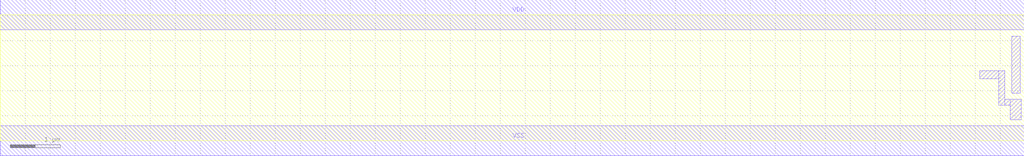
<source format=lef>
#
# Copyright (C) 2003 Taiwan Semiconductor Manufacturing Company, Ltd.
# Confidential Information of TSMC, Ltd.
# Use subject to TSMC Design Service Division license.
# 
# Library : tcbn90g 
# File    : tcbn90g_9lm.lef
# Date    : Mon Dec 29 18:46:28 2003
#-------------------------------------------------------------------------
# 
# Routing layer capacitance definition issues
# ===========================================
#
#     In LEF file, two keywords are used by Silicon Ensemble to calculate
#
#   routing capacitance, i.e., CAPACITANCE CPRESQDIST and EDGECAPACITANCE,
#
#   where CAPACITANCE CPRESQDIST and EDGECAPACITANCE are used to calculate
#
#   area and fringe capacitance of each routing segment, respectively.
#
#
#
#      For deep sub-micron process, coupling capacitance plays a major role
#
#   in determining a net's total capacitance. For TSMC 0.35um 1P4M process,
#
#   a minimum width metal 4 wire with two other metal 4 wires run in
#
#   parallel with minimum spacing, its coupling capacitance is greater 80%
#
#   of the total capacitance. This percentage will drop to ~ 30% if the
#
#   other two parallel metal 4 wires are 5 times minimum spacing away.
#
#   (Please refer to TSMC 0.35um 1P4M SPICE Documents.) It is clear that
#
#   routing wire's capacitance greatly depends on its neighboring wires.
#
#   Unfortunately, there is no parameter in LEF to describe this effect.
#
#
#
#      To compensate coupling effect in LEF, as suggested in Cadence "
#
#   Timing-Driven Design Flow Guide" (Product version 5.1, page 3-11, May
#
#   29,1998), coupling values should be added to EDGECAPACITANCE. However,
#
#   only one value can be used. If the coupling capacitance with minimum
#
#   spacing is used, the extracted capacitance will be too larger for
#
#   non-minimum spacing wires. If another value is selected, it will also
#
#   make other patterns capacitance in-accurate.
#
#
#
#      For TSMC released LEF files, several test cases are used to calibrate
#
#   EDGECAPACITANCE values in LEF, where EDGECAPACITANCE is defined as the
#
#   sum of fringe capacitance and coupling capacitance of a metal wire with
#
#   two parallel wires at 2*minimum spacing away. For our test cases, the
#
#   mean difference of the extracted capacitance by using LEF file and using
#
#   Coeffgen (SE built-in field solver) is about 15%.~20% . Please note
#
#   that, as mentioned earlier, the capacitance compensation for LEF is
#
#   allowed for only one patterns. Usually, the majority one is used and it
#
#   is case dependent. Therefore, our result may be different case by case.
#
#   However, user can easily adjust the value of EDGECAPACITANCE for his
#
#   specific design by using the method described in Cadence "Timing-Driven
#
#   Design Flow Guide" or using our method described above.
#
#
#
#      In Silicon Ensemble, capacitance data defined in LEF files are used
#
#   to speed up routing process. More accurate RC extractors should be used
#
#   for final verification.
#
#-------------------------------------------------------------------------

VERSION 5.5 ;
NAMESCASESENSITIVE ON ;
BUSBITCHARS "[]" ;
DIVIDERCHAR "/" ;
UNITS
  CAPACITANCE PICOFARADS 10 ;
  CURRENT MILLIAMPS 10000 ;
  VOLTAGE VOLTS 1000 ;
  FREQUENCY MEGAHERTZ 10 ;
  DATABASE MICRONS 2000 ;
END UNITS

MANUFACTURINGGRID 0.005 ;


LAYER PO
  TYPE MASTERSLICE ;
END PO


LAYER CO
  TYPE CUT ;
END CO


LAYER M1
  TYPE ROUTING ;
  PITCH .28 ;
  OFFSET 0 ;
  WIDTH .12 ;
  DIRECTION HORIZONTAL ;
  EDGECAPACITANCE 6.17E-05 ;
  RESISTANCE RPERSQ 1.05E-01 ;
  CAPACITANCE CPERSQDIST 1.091667E-04 ;

  MINIMUMCUT 2 WIDTH 0.42 ;
  MINIMUMCUT 4 WIDTH 0.98 FROMABOVE ;
  MINIMUMCUT 2 WIDTH 0.70 LENGTH 0.70 WITHIN 1.0 ;
  MINIMUMCUT 2 WIDTH 2.00 LENGTH 2.00 WITHIN 2.0 ;
  MINIMUMCUT 2 WIDTH 3.00 LENGTH 10.0 WITHIN 5.0 ;


  WIREEXTENSION 0.11 ;
  MAXWIDTH 12.0 ;
  SPACINGTABLE
  PARALLELRUNLENGTH     0.00    0.52    1.50    4.50
  WIDTH    0.00         0.12    0.12    0.12    0.12
  WIDTH    0.18         0.12    0.17    0.17    0.17
  WIDTH    1.50         0.12    0.17    0.50    0.50
  WIDTH    4.50         0.12    0.17    0.50    1.50 ;

  SPACINGTABLE
  INFLUENCE
  WIDTH 1.50 WITHIN 0.50 SPACING 0.50
  WIDTH 4.50 WITHIN 1.50 SPACING 1.50 ;

  MINENCLOSEDAREA 0.20 ;
  MINENCLOSEDAREA 0.80 WIDTH 0.18 ;
  MINENCLOSEDAREA 3.20 WIDTH 1.50 ;
  MINENCLOSEDAREA 7.20 WIDTH 3.00 ;
  MINENCLOSEDAREA 20.2 WIDTH 4.50 ;
  MINENCLOSEDAREA 51.8 WIDTH 7.50 ;

  AREA 0.058 ;
  MINIMUMDENSITY 15 ;
  MAXIMUMDENSITY 70 ;
  DENSITYCHECKWINDOW 100 100 ;
  DENSITYCHECKSTEP 50 ;
  FILLACTIVESPACING 2.0 ;

  Thickness 0.250000 ;
  AntennaAreaRatio 500.000000 ;
  AntennaCumAreaRatio 5000.000000 ;
  AntennaCumDiffAreaRatio PWL ( ( 0 5000 ) ( 0.059 5000 ) ( 0.060 43027 ) ( 0.5 43228 ) ( 1 43456 ) ( 1.5 43684 ) ) ;

  ACCURRENTDENSITY PEAK 
    FREQUENCY 500 ;
    WIDTH     0.12 1.0 12 ;
    TABLEENTRIES
              3.536  34.648  423.557 ; 
  ACCURRENTDENSITY AVERAGE
    FREQUENCY 500 ;
    WIDTH     0.12 1 ;
    TABLEENTRIES 
              0.2 1.96 ;
  ACCURRENTDENSITY RMS
    FREQUENCY 500 ;
    WIDTH     0.12 0.24 0.5 1 5 12 ;
    TABLEENTRIES  
              2.325 3.786 6.544 11.523 50.183 117.556 ;
END M1


LAYER VIA1
  TYPE CUT ;
  SPACING 0.15 ;
  SPACING 0.17 ADJACENTCUTS 3 WITHIN 0.19 ;

  AntennaAreaRatio 20.000000 ;
  AntennaDiffAreaRatio PWL ( ( 0 20 ) ( 0.059 20 ) ( 0.060 912 ) ( 0.5 1005 ) ( 1 1110 ) ( 1.5 1215 ) ) ;

  ACCURRENTDENSITY AVERAGE
    FREQUENCY 500 ;
    TABLEENTRIES 
              0.093 ;
END VIA1


LAYER M2
  TYPE ROUTING ;
  PITCH .32 ;
  OFFSET .16 ;
  WIDTH .14 ;
  DIRECTION VERTICAL ;
  THICKNESS .325 ;
  EDGECAPACITANCE 5.83E-05 ;
  RESISTANCE RPERSQ 7.8E-02 ;
  CAPACITANCE CPERSQDIST 9.71429E-05 ;

  MINIMUMCUT 2 WIDTH 0.42 ;
  MINIMUMCUT 4 WIDTH 0.98 FROMBELOW ;
  MINIMUMCUT 4 WIDTH 0.98 FROMABOVE ;
  MINIMUMCUT 2 WIDTH 0.70 LENGTH 0.70 WITHIN 1.0 ;
  MINIMUMCUT 2 WIDTH 2.00 LENGTH 2.00 WITHIN 2.0 ;
  MINIMUMCUT 2 WIDTH 3.00 LENGTH 10.0 WITHIN 5.0 ;

  WIREEXTENSION 0.115 ;
  MAXWIDTH 12.0 ;
  SPACINGTABLE
  PARALLELRUNLENGTH     0.00    0.52    1.50    4.50
  WIDTH    0.00         0.14    0.14    0.14    0.14
  WIDTH    0.21         0.14    0.19    0.19    0.19
  WIDTH    1.50         0.14    0.19    0.50    0.50
  WIDTH    4.50         0.14    0.19    0.50    1.50 ;

  SPACINGTABLE
  INFLUENCE
  WIDTH 1.50 WITHIN 0.50 SPACING 0.50
  WIDTH 4.50 WITHIN 1.50 SPACING 1.50 ;

  AREA 0.07 ;
  MINENCLOSEDAREA 0.20 ;
  MINENCLOSEDAREA 0.80 WIDTH 0.21 ;
  MINENCLOSEDAREA 3.20 WIDTH 1.50 ;
  MINENCLOSEDAREA 7.20 WIDTH 3.00 ;
  MINENCLOSEDAREA 20.2 WIDTH 4.50 ;
  MINENCLOSEDAREA 51.8 WIDTH 7.50 ;

  MINIMUMDENSITY 15 ;
  MAXIMUMDENSITY 70 ;
  DENSITYCHECKWINDOW 100 100 ;
  DENSITYCHECKSTEP 50 ;
  FILLACTIVESPACING 2.0 ;

  Thickness 0.325000 ;
  AntennaAreaRatio 500.000000 ;
  AntennaCumAreaRatio 5000.000000 ;
  AntennaCumDiffAreaRatio PWL ( ( 0 5000 ) ( 0.059 5000 ) ( 0.060 43027 ) ( 0.5 43228 ) ( 1 43456 ) ( 1.5 43684 ) ) ;

  ACCURRENTDENSITY PEAK 
    FREQUENCY 500 ;
    WIDTH     0.14 1.0 12 ;
    TABLEENTRIES
              2.758  22.521 275.312 ; 
  ACCURRENTDENSITY AVERAGE
    FREQUENCY 500 ;
    WIDTH     0.14 1 ;
    TABLEENTRIES 
              0.312 2.548 ;
  ACCURRENTDENSITY RMS
    FREQUENCY 500 ;
    WIDTH     0.14 0.28 0.56 1 5 12 ;
    TABLEENTRIES  
              1.660 2.656 4.375 6.894 28.857 67.024 ;

END M2


LAYER VIA2
  TYPE CUT ;
  SPACING 0.15 ;
  SPACING 0.17 ADJACENTCUTS 3 WITHIN 0.19 ;

  AntennaAreaRatio 20.000000 ;
  AntennaDiffAreaRatio PWL ( ( 0 20 ) ( 0.059 20 ) ( 0.060 912 ) ( 0.5 1005 ) ( 1 1110 ) ( 1.5 1215 ) ) ;

  ACCURRENTDENSITY AVERAGE
    FREQUENCY 500 ;
    TABLEENTRIES 
              0.093 ;
END VIA2


LAYER M3
  TYPE ROUTING ;
  PITCH .28 ;
  OFFSET 0 ;
  WIDTH .14 ;
  DIRECTION HORIZONTAL ;
  THICKNESS .325 ;
  EDGECAPACITANCE 5.83E-05 ;
  RESISTANCE RPERSQ 7.8E-02 ;
  CAPACITANCE CPERSQDIST 9.71429E-05 ;


  MINIMUMCUT 2 WIDTH 0.42 ;
  MINIMUMCUT 4 WIDTH 0.98 FROMBELOW ;
  MINIMUMCUT 4 WIDTH 0.98 FROMABOVE ;
  MINIMUMCUT 2 WIDTH 0.70 LENGTH 0.70 WITHIN 1.0 ;
  MINIMUMCUT 2 WIDTH 2.00 LENGTH 2.00 WITHIN 2.0 ;
  MINIMUMCUT 2 WIDTH 3.00 LENGTH 10.0 WITHIN 5.0 ;

  WIREEXTENSION 0.115 ;
  MAXWIDTH 12.0 ;
  SPACINGTABLE
  PARALLELRUNLENGTH     0.00    0.52    1.50    4.50
  WIDTH    0.00         0.14    0.14    0.14    0.14
  WIDTH    0.21         0.14    0.19    0.19    0.19
  WIDTH    1.50         0.14    0.19    0.50    0.50
  WIDTH    4.50         0.14    0.19    0.50    1.50 ;

  SPACINGTABLE
  INFLUENCE
  WIDTH 1.50 WITHIN 0.50 SPACING 0.50 
  WIDTH 4.50 WITHIN 1.50 SPACING 1.50 ;

  AREA 0.07 ;
  MINENCLOSEDAREA 0.20 ;
  MINENCLOSEDAREA 0.80 WIDTH 0.21 ;
  MINENCLOSEDAREA 3.20 WIDTH 1.50 ;
  MINENCLOSEDAREA 7.20 WIDTH 3.00 ;
  MINENCLOSEDAREA 20.2 WIDTH 4.50 ;
  MINENCLOSEDAREA 51.8 WIDTH 7.50 ;

  MINIMUMDENSITY 15 ;
  MAXIMUMDENSITY 70 ;
  DENSITYCHECKWINDOW 100 100 ;
  DENSITYCHECKSTEP 50 ;
  FILLACTIVESPACING 2.0 ;

  Thickness 0.325000 ;
  AntennaAreaRatio 500.000000 ;
  AntennaCumAreaRatio 5000.000000 ;
  AntennaCumDiffAreaRatio PWL ( ( 0 5000 ) ( 0.059 5000 ) ( 0.060 43027 ) ( 0.5 43228 ) ( 1 43456 ) ( 1.5 43684 ) ) ;

  ACCURRENTDENSITY PEAK 
    FREQUENCY 500 ;
    WIDTH     0.14 1.0 12 ;
    TABLEENTRIES
              2.758  22.521 275.312 ; 
  ACCURRENTDENSITY AVERAGE
    FREQUENCY 500 ;
    WIDTH     0.14 1 ;
    TABLEENTRIES 
              0.312 2.548 ;
  ACCURRENTDENSITY RMS
    FREQUENCY 500 ;
    WIDTH     0.14 0.28 0.56 1 5 12 ;
    TABLEENTRIES  
              1.660 2.656 4.375 6.894 28.857 67.024 ;

END M3


LAYER VIA3
  TYPE CUT ;
  SPACING 0.15 ;
  SPACING 0.17 ADJACENTCUTS 3 WITHIN 0.19 ;

  AntennaAreaRatio 20.000000 ;
  AntennaDiffAreaRatio PWL ( ( 0 20 ) ( 0.059 20 ) ( 0.060 912 ) ( 0.5 1005 ) ( 1 1110 ) ( 1.5 1215 ) ) ;

  ACCURRENTDENSITY AVERAGE
    FREQUENCY 500 ;
    TABLEENTRIES 
              0.093 ;
END VIA3


LAYER M4
  TYPE ROUTING ;
  PITCH .28 ;
  OFFSET .16 ;
  WIDTH .14 ;
  DIRECTION VERTICAL ;
  THICKNESS .325 ;
  EDGECAPACITANCE 5.83E-05 ;
  RESISTANCE RPERSQ 7.8E-02 ;
  CAPACITANCE CPERSQDIST 9.71429E-05 ;

  MINIMUMCUT 2 WIDTH 0.42 ;
  MINIMUMCUT 4 WIDTH 0.98 FROMBELOW ;
  MINIMUMCUT 4 WIDTH 0.98 FROMABOVE ;
  MINIMUMCUT 2 WIDTH 0.70 LENGTH 0.70 WITHIN 1.0 ;
  MINIMUMCUT 2 WIDTH 2.00 LENGTH 2.00 WITHIN 2.0 ;
  MINIMUMCUT 2 WIDTH 3.00 LENGTH 10.0 WITHIN 5.0 ;

  WIREEXTENSION 0.115 ;
  MAXWIDTH 12.0 ;
  SPACINGTABLE
  PARALLELRUNLENGTH     0.00    0.52    1.50    4.50
  WIDTH    0.00         0.14    0.14    0.14    0.14
  WIDTH    0.21         0.14    0.19    0.19    0.19
  WIDTH    1.50         0.14    0.19    0.50    0.50
  WIDTH    4.50         0.14    0.19    0.50    1.50 ;

  SPACINGTABLE
  INFLUENCE
  WIDTH 1.50 WITHIN 0.50 SPACING 0.50
  WIDTH 4.50 WITHIN 1.50 SPACING 1.50 ;

  AREA 0.07 ;
  MINENCLOSEDAREA 0.20 ;
  MINENCLOSEDAREA 0.80 WIDTH 0.21 ;
  MINENCLOSEDAREA 3.20 WIDTH 1.50 ;
  MINENCLOSEDAREA 7.20 WIDTH 3.00 ;
  MINENCLOSEDAREA 20.2 WIDTH 4.50 ;
  MINENCLOSEDAREA 51.8 WIDTH 7.50 ;

  MINIMUMDENSITY 15 ;
  MAXIMUMDENSITY 70 ;
  DENSITYCHECKWINDOW 100 100 ;
  DENSITYCHECKSTEP 50 ;
  FILLACTIVESPACING 2.0 ;

  Thickness 0.325000 ;
  AntennaAreaRatio 500.000000 ;
  AntennaCumAreaRatio 5000.000000 ;
  AntennaCumDiffAreaRatio PWL ( ( 0 5000 ) ( 0.059 5000 ) ( 0.060 43027 ) ( 0.5 43228 ) ( 1 43456 ) ( 1.5 43684 ) ) ;

  ACCURRENTDENSITY PEAK 
    FREQUENCY 500 ;
    WIDTH     0.14 1.0 12 ;
    TABLEENTRIES
              2.758  22.521 275.312 ; 
  ACCURRENTDENSITY AVERAGE
    FREQUENCY 500 ;
    WIDTH     0.14 1 ;
    TABLEENTRIES 
              0.312 2.548 ;
  ACCURRENTDENSITY RMS
    FREQUENCY 500 ;
    WIDTH     0.14 0.28 0.56 1 5 12 ;
    TABLEENTRIES  
              1.660 2.656 4.375 6.894 28.857 67.024 ;

END M4


LAYER VIA4
  TYPE CUT ;
  SPACING 0.15 ;
  SPACING 0.17 ADJACENTCUTS 3 WITHIN 0.19 ;

  AntennaAreaRatio 20.000000 ;
  AntennaDiffAreaRatio PWL ( ( 0 20 ) ( 0.059 20 ) ( 0.060 912 ) ( 0.5 1005 ) ( 1 1110 ) ( 1.5 1215 ) ) ;

  ACCURRENTDENSITY AVERAGE
    FREQUENCY 500 ;
    TABLEENTRIES 
              0.093 ;
END VIA4


LAYER M5
  TYPE ROUTING ;
  PITCH .28 ;
  OFFSET 0 ;
  WIDTH .14 ;
  DIRECTION HORIZONTAL ;

  THICKNESS .325 ;

  EDGECAPACITANCE 5.83E-05 ;
  RESISTANCE RPERSQ 7.8E-02 ;
  CAPACITANCE CPERSQDIST 9.71429E-05 ;

  MINIMUMCUT 2 WIDTH 0.42 ;
  MINIMUMCUT 4 WIDTH 0.98 FROMBELOW ;
  MINIMUMCUT 4 WIDTH 0.98 FROMABOVE ;
  MINIMUMCUT 2 WIDTH 0.70 LENGTH 0.70 WITHIN 1.0 ;
  MINIMUMCUT 2 WIDTH 2.00 LENGTH 2.00 WITHIN 2.0 ;
  MINIMUMCUT 2 WIDTH 3.00 LENGTH 10.0 WITHIN 5.0 ;

  WIREEXTENSION 0.115 ;
  MAXWIDTH 12.0 ;
  SPACINGTABLE
  PARALLELRUNLENGTH     0.00    0.52    1.50    4.50
  WIDTH    0.00         0.14    0.14    0.14    0.14
  WIDTH    0.21         0.14    0.19    0.19    0.19
  WIDTH    1.50         0.14    0.19    0.50    0.50
  WIDTH    4.50         0.14    0.19    0.50    1.50 ;

  SPACINGTABLE
  INFLUENCE
  WIDTH 1.50 WITHIN 0.50 SPACING 0.50 
  WIDTH 4.50 WITHIN 1.50 SPACING 1.50 ;

  AREA 0.07 ;
  MINENCLOSEDAREA 0.20 ;
  MINENCLOSEDAREA 0.80 WIDTH 0.21 ;
  MINENCLOSEDAREA 3.20 WIDTH 1.50 ;
  MINENCLOSEDAREA 7.20 WIDTH 3.00 ;
  MINENCLOSEDAREA 20.2 WIDTH 4.50 ;
  MINENCLOSEDAREA 51.8 WIDTH 7.50 ;

  MINIMUMDENSITY 15 ; 
  MAXIMUMDENSITY 70 ;
  DENSITYCHECKWINDOW 100 100 ;
  DENSITYCHECKSTEP 50 ;
  FILLACTIVESPACING 2.0 ;

  Thickness 0.325000 ;
  AntennaAreaRatio 500.000000 ;
  AntennaCumAreaRatio 5000.000000 ;
  AntennaCumDiffAreaRatio PWL ( ( 0 5000 ) ( 0.059 5000 ) ( 0.060 43027 ) ( 0.5 43228 ) ( 1 43456 ) ( 1.5 43684 ) ) ;

  ACCURRENTDENSITY PEAK 
    FREQUENCY 500 ;
    WIDTH     0.14 1.0 12 ;
    TABLEENTRIES
              2.758  22.521 275.312 ; 
  ACCURRENTDENSITY AVERAGE
    FREQUENCY 500 ;
    WIDTH     0.14 1 ;
    TABLEENTRIES 
              0.312 2.548 ;
  ACCURRENTDENSITY RMS
    FREQUENCY 500 ;
    WIDTH     0.14 0.28 0.56 1 5 12 ;
    TABLEENTRIES  
              1.660 2.656 4.375 6.894 28.857 67.024 ;

END M5


LAYER VIA5
  TYPE CUT ;
  SPACING 0.15 ;
  SPACING 0.17 ADJACENTCUTS 3 WITHIN 0.19 ;

  AntennaAreaRatio 20.000000 ;
  AntennaDiffAreaRatio PWL ( ( 0 20 ) ( 0.059 20 ) ( 0.060 912 ) ( 0.5 1005 ) ( 1 1110 ) ( 1.5 1215 ) ) ;

  ACCURRENTDENSITY AVERAGE
    FREQUENCY 500 ;
    TABLEENTRIES 
              0.093 ;
END VIA5


LAYER M6
  TYPE ROUTING ;
  PITCH .28 ;
  OFFSET .16 ;
  WIDTH .14 ;
  DIRECTION VERTICAL ;
  THICKNESS .325 ;
  EDGECAPACITANCE 5.83E-05 ;
  RESISTANCE RPERSQ 7.8E-02 ;
  CAPACITANCE CPERSQDIST 9.71429E-05 ;

  MINIMUMCUT 2 WIDTH 0.42 ;
  MINIMUMCUT 4 WIDTH 0.98 FROMBELOW ;
  MINIMUMCUT 4 WIDTH 0.98 FROMABOVE ;
  MINIMUMCUT 2 WIDTH 0.70 LENGTH 0.70 WITHIN 1.0 ;
  MINIMUMCUT 2 WIDTH 2.00 LENGTH 2.00 WITHIN 2.0 ;
  MINIMUMCUT 2 WIDTH 3.00 LENGTH 10.0 WITHIN 5.0 ;

  WIREEXTENSION 0.115 ;
  MAXWIDTH 12.0 ;
  SPACINGTABLE
  PARALLELRUNLENGTH     0.00    0.52    1.50    4.50
  WIDTH    0.00         0.14    0.14    0.14    0.14
  WIDTH    0.21         0.14    0.19    0.19    0.19
  WIDTH    1.50         0.14    0.19    0.50    0.50
  WIDTH    4.50         0.14    0.19    0.50    1.50 ;

  SPACINGTABLE
  INFLUENCE
  WIDTH 1.50 WITHIN 0.50 SPACING 0.50
  WIDTH 4.50 WITHIN 1.50 SPACING 1.50 ;

  AREA 0.07 ;
  MINENCLOSEDAREA 0.20 ;
  MINENCLOSEDAREA 0.80 WIDTH 0.21 ;
  MINENCLOSEDAREA 3.20 WIDTH 1.50 ;
  MINENCLOSEDAREA 7.20 WIDTH 3.00 ;
  MINENCLOSEDAREA 20.2 WIDTH 4.50 ;
  MINENCLOSEDAREA 51.8 WIDTH 7.50 ;

  MINIMUMDENSITY 15 ;
  MAXIMUMDENSITY 70 ;
  DENSITYCHECKWINDOW 100 100 ;
  DENSITYCHECKSTEP 50 ;
  FILLACTIVESPACING 2.0 ;

  Thickness 0.325000 ;
  AntennaAreaRatio 500.000000 ;
  AntennaCumAreaRatio 5000.000000 ;
  AntennaCumDiffAreaRatio PWL ( ( 0 5000 ) ( 0.059 5000 ) ( 0.060 43027 ) ( 0.5 43228 ) ( 1 43456 ) ( 1.5 43684 ) ) ;

  ACCURRENTDENSITY PEAK 
    FREQUENCY 500 ;
    WIDTH     0.14 1.0 12 ;
    TABLEENTRIES
              2.758  22.521 275.312 ; 
  ACCURRENTDENSITY AVERAGE
    FREQUENCY 500 ;
    WIDTH     0.14 1 ;
    TABLEENTRIES 
              0.312 2.548 ;
  ACCURRENTDENSITY RMS
    FREQUENCY 500 ;
    WIDTH     0.14 0.28 0.56 1 5 12 ;
    TABLEENTRIES  
              1.660 2.656 4.375 6.894 28.857 67.024 ;

END M6


LAYER VIA6
  TYPE CUT ;
  SPACING 0.15 ;
  SPACING 0.17 ADJACENTCUTS 3 WITHIN 0.19 ;

  AntennaAreaRatio 20.000000 ;
  AntennaDiffAreaRatio PWL ( ( 0 20 ) ( 0.059 20 ) ( 0.060 912 ) ( 0.5 1005 ) ( 1 1110 ) ( 1.5 1215 ) ) ;

  ACCURRENTDENSITY AVERAGE
    FREQUENCY 500 ;
    TABLEENTRIES 
              0.093 ;
END VIA6


LAYER M7
  TYPE ROUTING ;
  PITCH .28 ;
  OFFSET 0 ;
  WIDTH .14 ;
  DIRECTION HORIZONTAL ;

  THICKNESS .325 ;
  EDGECAPACITANCE 5.93E-05 ;
  RESISTANCE RPERSQ 7.8E-02 ;
  CAPACITANCE CPERSQDIST 9.71429E-05 ;

  MINIMUMCUT 2 WIDTH 0.42 ;
  MINIMUMCUT 4 WIDTH 0.98 FROMBELOW ;
  MINIMUMCUT 4 WIDTH 0.98 FROMABOVE ;
  MINIMUMCUT 2 WIDTH 0.70 LENGTH 0.70 WITHIN 1.0 ;
  MINIMUMCUT 2 WIDTH 2.00 LENGTH 2.00 WITHIN 2.0 ;
  MINIMUMCUT 2 WIDTH 3.00 LENGTH 10.0 WITHIN 5.0 ;

  WIREEXTENSION 0.115 ;
  MAXWIDTH 12.0 ;
  SPACINGTABLE
  PARALLELRUNLENGTH     0.00    0.52    1.50    4.50
  WIDTH    0.00         0.14    0.14    0.14    0.14
  WIDTH    0.21         0.14    0.19    0.19    0.19
  WIDTH    1.50         0.14    0.19    0.50    0.50
  WIDTH    4.50         0.14    0.19    0.50    1.50 ;

  SPACINGTABLE
  INFLUENCE
  WIDTH 1.50 WITHIN 0.50 SPACING 0.50 
  WIDTH 4.50 WITHIN 1.50 SPACING 1.50 ;

  AREA 0.07 ;
  MINENCLOSEDAREA 0.20 ;
  MINENCLOSEDAREA 0.80 WIDTH 0.21 ;
  MINENCLOSEDAREA 3.20 WIDTH 1.50 ;
  MINENCLOSEDAREA 7.20 WIDTH 3.00 ;
  MINENCLOSEDAREA 20.2 WIDTH 4.50 ;
  MINENCLOSEDAREA 51.8 WIDTH 7.50 ;

  MINIMUMDENSITY 15 ;
  MAXIMUMDENSITY 70 ;
  DENSITYCHECKWINDOW 100 100 ;
  DENSITYCHECKSTEP 50 ;
  FILLACTIVESPACING 2.0 ;

  Thickness 0.325000 ;
  AntennaAreaRatio 500.000000 ;
  AntennaCumAreaRatio 5000.000000 ;
  AntennaCumDiffAreaRatio PWL ( ( 0 5000 ) ( 0.059 5000 ) ( 0.060 43027 ) ( 0.5 43228 ) ( 1 43456 ) ( 1.5 43684 ) ) ;

  ACCURRENTDENSITY PEAK 
    FREQUENCY 500 ;
    WIDTH     0.14 1.0 12 ;
    TABLEENTRIES
              2.758  22.521 275.312 ; 
  ACCURRENTDENSITY AVERAGE
    FREQUENCY 500 ;
    WIDTH     0.14 1 ;
    TABLEENTRIES 
              0.312 2.548 ;
  ACCURRENTDENSITY RMS
    FREQUENCY 500 ;
    WIDTH     0.14 0.28 0.56 1 5 12 ;
    TABLEENTRIES  
              1.660 2.656 4.375 6.894 28.857 67.024 ;

END M7


LAYER VIA7
  TYPE CUT ;
  SPACING 0.34 ;
  SPACING 0.54 ADJACENTCUTS 3 WITHIN 0.56 ;

  AntennaAreaRatio 20.000000 ;
  AntennaDiffAreaRatio PWL ( ( 0 20 ) ( 0.059 20 ) ( 0.060 912 ) ( 0.5 1005 ) ( 1 1110 ) ( 1.5 1215 ) ) ;

  ACCURRENTDENSITY AVERAGE
    FREQUENCY 500 ;
    TABLEENTRIES 
              0.713 ;
END VIA7


LAYER M8
  TYPE ROUTING ;
  PITCH .84 ;
  OFFSET .16 ;
  WIDTH .42 ;
  DIRECTION VERTICAL ;
  EDGECAPACITANCE 1.3309E-04 ;
  RESISTANCE RPERSQ 2.5E-02 ;
  CAPACITANCE CPERSQDIST 5.78571E-05 ;

  MINIMUMCUT 2 WIDTH 1.80 ;
  MINIMUMCUT 2 WIDTH 3.00 LENGTH 10.0 WITHIN 5.0 ;

  WIREEXTENSION 0.26 ;
  MAXWIDTH 12.0 ;
  SPACINGTABLE
  PARALLELRUNLENGTH     0.00    1.50    4.50
  WIDTH    0.00         0.42    0.42    0.42
  WIDTH    1.50         0.42    0.50    0.50
  WIDTH    4.50         0.42    0.50    1.50 ;

  SPACINGTABLE
  INFLUENCE
  WIDTH 1.50 WITHIN 0.50 SPACING 0.50
  WIDTH 4.50 WITHIN 1.50 SPACING 1.50 ;

  AREA 0.565 ;
  MINENCLOSEDAREA 0.565 ;
  MINENCLOSEDAREA 0.80 WIDTH 0.42 ;
  MINENCLOSEDAREA 3.20 WIDTH 1.50 ;
  MINENCLOSEDAREA 7.20 WIDTH 3.00 ;
  MINENCLOSEDAREA 20.2 WIDTH 4.50 ;
  MINENCLOSEDAREA 51.8 WIDTH 7.50 ;

  MINIMUMDENSITY 20 ;
  MAXIMUMDENSITY 80 ;
  DENSITYCHECKWINDOW 100 100 ;
  DENSITYCHECKSTEP 50 ;
  FILLACTIVESPACING 2.0 ;

  Thickness 0.900000 ;
  AntennaAreaRatio 500.000000 ;
  AntennaCumAreaRatio 5000.000000 ;
  AntennaCumDiffAreaRatio PWL ( ( 0 5000 ) ( 0.059 5000 ) ( 0.060 43027 ) ( 0.5 43228 ) ( 1 43456 ) ( 1.5 43684 ) ) ;

  ACCURRENTDENSITY PEAK 
    FREQUENCY 500 ;
    WIDTH     0.42 1.0 12 ;
    TABLEENTRIES
              17.819  43.657 533.682 ; 
  ACCURRENTDENSITY AVERAGE
    FREQUENCY 500 ;
    WIDTH     0.42 1 ;
    TABLEENTRIES 
              2.880 7.056 ;
  ACCURRENTDENSITY RMS
    FREQUENCY 500 ;
    WIDTH     0.42 0.63 0.84 1 5 12 ;
    TABLEENTRIES  
              4.833 6.090 7.201 7.986 23.532 47.948 ;

END M8


LAYER VIA8
  TYPE CUT ;
  SPACING 0.34 ;
  SPACING 0.54 ADJACENTCUTS 3 WITHIN 0.56 ;

  AntennaAreaRatio 20.000000 ;
  AntennaDiffAreaRatio PWL ( ( 0 20 ) ( 0.059 20 ) ( 0.060 912 ) ( 0.5 1005 ) ( 1 1110 ) ( 1.5 1215 ) ) ;

  ACCURRENTDENSITY AVERAGE
    FREQUENCY 500 ;
    TABLEENTRIES 
              0.713 ;
END VIA8


LAYER M9
  TYPE ROUTING ;
  PITCH .84 ;
  OFFSET 0 ;
  WIDTH .42 ;
  DIRECTION HORIZONTAL ;
  EDGECAPACITANCE 7.58E-05 ;
  RESISTANCE RPERSQ 2.5E-02 ;
  CAPACITANCE CPERSQDIST 5.78571E-05 ;

  EDGECAPACITANCE .67E-04 ;
  RESISTANCE RPERSQ .25E-01 ;
  CAPACITANCE CPERSQDIST .58E-04 ;

  MINIMUMCUT 2 WIDTH 1.80 ;
  MINIMUMCUT 2 WIDTH 3.00 LENGTH 10.0 WITHIN 5.0 ;

  WIREEXTENSION 0.26 ;
  MAXWIDTH 12.0 ;
  SPACINGTABLE
  PARALLELRUNLENGTH     0.00    1.50    4.50
  WIDTH    0.00         0.42    0.42    0.42
  WIDTH    1.50         0.42    0.50    0.50
  WIDTH    4.50         0.42    0.50    1.50 ;

  SPACINGTABLE
  INFLUENCE
  WIDTH 1.50 WITHIN 0.50 SPACING 0.50
  WIDTH 4.50 WITHIN 1.50 SPACING 1.50 ;

  AREA 0.565 ;
  MINENCLOSEDAREA 0.565 ;
  MINENCLOSEDAREA 0.80 WIDTH 0.42 ;
  MINENCLOSEDAREA 3.20 WIDTH 1.50 ;
  MINENCLOSEDAREA 7.20 WIDTH 3.00 ;
  MINENCLOSEDAREA 20.2 WIDTH 4.50 ;
  MINENCLOSEDAREA 51.8 WIDTH 7.50 ;

  MINIMUMDENSITY 20 ;
  MAXIMUMDENSITY 80 ;
  DENSITYCHECKWINDOW 100 100 ;
  DENSITYCHECKSTEP 50 ;
  FILLACTIVESPACING 2.0 ;

  Thickness 0.900000 ;
  AntennaAreaRatio 500.000000 ;
  AntennaCumAreaRatio 5000.000000 ;
  AntennaCumDiffAreaRatio PWL ( ( 0 5000 ) ( 0.059 5000 ) ( 0.060 50480 ) ( 0.5 54000 ) ( 1 58000 ) ( 1.5 62000 ) ) ;

  ACCURRENTDENSITY PEAK 
    FREQUENCY 500 ;
    WIDTH     0.42 1.0 12 ;
    TABLEENTRIES
              17.819  43.657 533.682 ; 
  ACCURRENTDENSITY AVERAGE
    FREQUENCY 500 ;
    WIDTH     0.42 1 ;
    TABLEENTRIES 
              2.880 7.056 ;
  ACCURRENTDENSITY RMS
    FREQUENCY 500 ;
    WIDTH     0.42 0.63 0.84 1 5 12 ;
    TABLEENTRIES  
              4.833 6.090 7.201 7.986 23.532 47.948 ;

END M9


LAYER OVERLAP
  TYPE OVERLAP ;
END OVERLAP


VIA VIA12 DEFAULT
  RESISTANCE 1.6 ;
  LAYER M1 ;
    RECT -0.115 -0.070 0.115 0.070 ;
  LAYER VIA1 ;
    RECT -0.065 -0.065 0.065 0.065 ;
  LAYER M2 ;
    RECT -0.115 -0.070 0.115 0.070 ;
END VIA12


VIA VIA12R90 DEFAULT
  RESISTANCE 1.6 ;
  LAYER M1 ;
    RECT -0.070 -0.115 0.070 0.115 ;
  LAYER VIA1 ;
    RECT -0.065 -0.065 0.065 0.065 ;
  LAYER M2 ;
    RECT -0.070 -0.115 0.070 0.115 ;
END VIA12R90


VIA VIA12_DBLCUT_H DEFAULT
  RESISTANCE 0.8 ;
  LAYER M1 ;
    RECT -0.255 -0.070 0.255 0.070 ;
  LAYER VIA1 ;
    RECT -0.205 -0.065 -0.075 0.065 ;
    RECT  0.075 -0.065  0.205 0.065 ;
  LAYER M2 ;
    RECT -0.255 -0.070 0.255 0.070 ;
END VIA12_DBLCUT_H


VIA VIA12_DBLCUT_V DEFAULT
  RESISTANCE 0.8 ;
  LAYER M1 ;
    RECT -0.070 -0.255 0.070 0.255 ;
  LAYER VIA1 ;
    RECT -0.065 -0.205  0.065 -0.075 ;
    RECT -0.065  0.075  0.065 0.205 ;
  LAYER M2 ;
    RECT -0.070 -0.255 0.070 0.255 ;
END VIA12_DBLCUT_V


VIA VIA12_QUADCUT DEFAULT
  RESISTANCE 0.4 ;
  LAYER M1 ;
    RECT -0.255 -0.210  0.255  0.210 ;
  LAYER VIA1 ;
    RECT  0.075  0.075  0.205  0.205 ;
    RECT -0.205  0.075 -0.075  0.205 ;
    RECT -0.205 -0.205 -0.075 -0.075 ;
    RECT  0.075 -0.205  0.205 -0.075 ;
  LAYER M2 ;
    RECT -0.210 -0.255  0.210  0.255 ; 
END VIA12_QUADCUT


VIA VIA23 DEFAULT
  RESISTANCE 1.6 ;
  LAYER M2 ;
    RECT -0.070 -0.115 0.070 0.115 ;
  LAYER VIA2 ;
    RECT -0.065 -0.065 0.065 0.065 ;
  LAYER M3 ;
    RECT -0.115 -0.070 0.115 0.070 ;
END VIA23


VIA VIA23NORTH DEFAULT TOPOFSTACKONLY
    RESISTANCE 1.6 ;
    LAYER M2 ;
        RECT -0.070 -0.115 0.070 0.385 ;
    LAYER VIA2 ;
        RECT -0.065 -0.065 0.065 0.065 ;
    LAYER M3 ;
        RECT -0.115 -0.070 0.115 0.070 ;
END VIA23NORTH


VIA VIA23SOUTH DEFAULT TOPOFSTACKONLY
    RESISTANCE 1.6 ;
    LAYER M2 ;
        RECT -0.070 -0.385 0.070 0.115 ;
    LAYER VIA2 ;
        RECT -0.065 -0.065 0.065 0.065 ;
    LAYER M3 ;
        RECT -0.115 -0.070 0.115 0.070 ;
END VIA23SOUTH


VIA VIA23_DBLCUT_H DEFAULT
  RESISTANCE 0.8 ;
  LAYER M2 ;
    RECT -0.255 -0.070 0.255 0.070 ;
  LAYER VIA2 ;
    RECT -0.205 -0.065 -0.075 0.065 ;
    RECT  0.075 -0.065  0.205 0.065 ;
  LAYER M3 ;
    RECT -0.255 -0.070 0.255 0.070 ;
END VIA23_DBLCUT_H


VIA VIA23_DBLCUT_V DEFAULT
  RESISTANCE 0.8 ;
  LAYER M2 ;
    RECT -0.070 -0.255 0.070 0.255 ;
  LAYER VIA2 ;
    RECT -0.065 -0.205  0.065 -0.075 ;
    RECT -0.065  0.075  0.065 0.205 ;
  LAYER M3 ;
    RECT -0.070 -0.255 0.070 0.255 ;
END VIA23_DBLCUT_V


VIA VIA23_QUADCUT DEFAULT
  RESISTANCE 0.4 ;
  LAYER M2 ;     
    RECT -0.210 -0.255  0.210  0.255 ;
  LAYER VIA2 ;
    RECT  0.075  0.075  0.205  0.205 ;
    RECT -0.205  0.075 -0.075  0.205 ;
    RECT -0.205 -0.205 -0.075 -0.075 ;
    RECT  0.075 -0.205  0.205 -0.075 ;
  LAYER M3 ;
    RECT -0.255 -0.210  0.255  0.210 ;
END VIA23_QUADCUT


VIA VIA34 DEFAULT
  RESISTANCE 1.6 ;
  LAYER M3 ;
    RECT -0.115 -0.070 0.115 0.070 ;
  LAYER VIA3 ;
    RECT -0.065 -0.065 0.065 0.065 ;
  LAYER M4 ;
    RECT -0.070 -0.115 0.070 0.115 ;
END VIA34


VIA VIA34EAST DEFAULT TOPOFSTACKONLY
    RESISTANCE 1.6 ;
    LAYER M3 ;
        RECT -0.115 -0.070 0.385 0.070 ;
    LAYER VIA3 ;
        RECT -0.065 -0.065 0.065 0.065 ;
    LAYER M4 ;
        RECT -0.070 -0.115 0.070 0.115 ;
END VIA34EAST


VIA VIA34WEST DEFAULT TOPOFSTACKONLY
    RESISTANCE 1.6 ;
    LAYER M3 ;
        RECT -0.385 -0.070 0.115 0.070 ;
    LAYER VIA3 ;
        RECT -0.065 -0.065 0.065 0.065 ;
    LAYER M4 ;
        RECT -0.070 -0.115 0.070 0.115 ;
END VIA34WEST


VIA VIA34_DBLCUT_H DEFAULT
  RESISTANCE 0.8 ;
  LAYER M3 ;
    RECT -0.255 -0.070 0.255 0.070 ;
  LAYER VIA3 ;
    RECT -0.205 -0.065 -0.075 0.065 ;
    RECT  0.075 -0.065  0.205 0.065 ;
  LAYER M4 ;
    RECT -0.255 -0.070 0.255 0.070 ;
END VIA34_DBLCUT_H


VIA VIA34_DBLCUT_V DEFAULT
  RESISTANCE 0.8 ;
  LAYER M3 ;
    RECT -0.070 -0.255 0.070 0.255 ;
  LAYER VIA3 ;
    RECT -0.065 -0.205  0.065 -0.075 ;
    RECT -0.065  0.075  0.065 0.205 ;
  LAYER M4 ;
    RECT -0.070 -0.255 0.070 0.255 ;
END VIA34_DBLCUT_V


VIA VIA34_QUADCUT DEFAULT
  RESISTANCE 0.4 ;
  LAYER M3 ;
    RECT -0.255 -0.210  0.255  0.210 ;
  LAYER VIA3 ;
    RECT  0.075  0.075  0.205  0.205 ;
    RECT -0.205  0.075 -0.075  0.205 ;
    RECT -0.205 -0.205 -0.075 -0.075 ;
    RECT  0.075 -0.205  0.205 -0.075 ;
  LAYER M4 ;
    RECT -0.210 -0.255  0.210  0.255 ;
END VIA34_QUADCUT


VIA VIA45 DEFAULT
  RESISTANCE 1.6 ;
  LAYER M4 ;
    RECT -0.070 -0.115 0.070 0.115 ;
  LAYER VIA4 ;
    RECT -0.065 -0.065 0.065 0.065 ;
  LAYER M5 ;
    RECT -0.115 -0.070 0.115 0.070 ;
END VIA45


VIA VIA45NORTH DEFAULT TOPOFSTACKONLY
    RESISTANCE 1.6000000000 ;
    LAYER M4 ;
        RECT -0.070 -0.115 0.070 0.385 ;
    LAYER VIA4 ;
        RECT -0.065 -0.065 0.065 0.065 ;
    LAYER M5 ;
        RECT -0.115 -0.070 0.115 0.070 ;
END VIA45NORTH


VIA VIA45SOUTH DEFAULT TOPOFSTACKONLY
    RESISTANCE 1.6000000000 ;
    LAYER M4 ;
        RECT -0.070 -0.385 0.070 0.115 ;
    LAYER VIA4 ;
        RECT -0.065 -0.065 0.065 0.065 ;
    LAYER M5 ;
        RECT -0.115 -0.070 0.115 0.070 ;
END VIA45SOUTH


VIA VIA45_DBLCUT_H DEFAULT
  RESISTANCE 0.8 ;
  LAYER M4 ;
    RECT -0.255 -0.070 0.255 0.070 ;
  LAYER VIA4 ;
    RECT -0.205 -0.065 -0.075 0.065 ;
    RECT  0.075 -0.065  0.205 0.065 ;
  LAYER M5 ;
    RECT -0.255 -0.070 0.255 0.070 ;
END VIA45_DBLCUT_H


VIA VIA45_DBLCUT_V DEFAULT
  RESISTANCE 0.8 ;
  LAYER M4 ;
    RECT -0.070 -0.255 0.070 0.255 ;
  LAYER VIA4 ;
    RECT -0.065 -0.205  0.065 -0.075 ;
    RECT -0.065  0.075  0.065 0.205 ;
  LAYER M5 ;
    RECT -0.070 -0.255 0.070 0.255 ;
END VIA45_DBLCUT_V


VIA VIA45_QUADCUT DEFAULT
  RESISTANCE 0.4 ;
  LAYER M4 ;
    RECT -0.210 -0.255  0.210  0.255 ;
  LAYER VIA4 ;
    RECT  0.075  0.075  0.205  0.205 ;
    RECT -0.205  0.075 -0.075  0.205 ;
    RECT -0.205 -0.205 -0.075 -0.075 ;
    RECT  0.075 -0.205  0.205 -0.075 ;
  LAYER M5 ;
    RECT -0.255 -0.210  0.255  0.210 ;
END VIA45_QUADCUT


VIA VIA56 DEFAULT
  RESISTANCE 1.6 ;
  LAYER M5 ;
    RECT -0.115 -0.070 0.115 0.070 ;
  LAYER VIA5 ;
    RECT -0.065 -0.065 0.065 0.065 ;
  LAYER M6 ;
    RECT -0.070 -0.115 0.070 0.115 ;
END VIA56


VIA VIA56EAST DEFAULT TOPOFSTACKONLY
    RESISTANCE 1.6000000000 ;
    LAYER M5 ;
        RECT -0.115 -0.070 0.385 0.070 ;
    LAYER VIA5 ;
        RECT -0.065 -0.065 0.065 0.065 ;
    LAYER M6 ;
        RECT -0.070 -0.115 0.070 0.115 ;
END VIA56EAST


VIA VIA56WEST DEFAULT TOPOFSTACKONLY
    RESISTANCE 1.6000000000 ;
    LAYER M5 ;
        RECT -0.385 -0.070 0.115 0.070 ;
    LAYER VIA5 ;
        RECT -0.065 -0.065 0.065 0.065 ;
    LAYER M6 ;
        RECT -0.070 -0.115 0.070 0.115 ;
END VIA56WEST


VIA VIA56_DBLCUT_H DEFAULT
  RESISTANCE 0.8 ;
  LAYER M5 ;
    RECT -0.255 -0.070 0.255 0.070 ;
  LAYER VIA5 ;
    RECT -0.205 -0.065 -0.075 0.065 ;
    RECT  0.075 -0.065  0.205 0.065 ;
  LAYER M6 ;
    RECT -0.255 -0.070 0.255 0.070 ;
END VIA56_DBLCUT_H


VIA VIA56_DBLCUT_V DEFAULT
  RESISTANCE 0.8 ;
  LAYER M5 ;
    RECT -0.070 -0.255 0.070 0.255 ;
  LAYER VIA5 ;
    RECT -0.065 -0.205  0.065 -0.075 ;
    RECT -0.065  0.075  0.065 0.205 ;
  LAYER M6 ;
    RECT -0.070 -0.255 0.070 0.255 ;
END VIA56_DBLCUT_V


VIA VIA56_QUADCUT DEFAULT
  RESISTANCE 0.4 ;
  LAYER M5 ;
    RECT -0.255 -0.210  0.255  0.210 ;
  LAYER VIA5 ;
    RECT  0.075  0.075  0.205  0.205 ;
    RECT -0.205  0.075 -0.075  0.205 ;
    RECT -0.205 -0.205 -0.075 -0.075 ;
    RECT  0.075 -0.205  0.205 -0.075 ;
  LAYER M6 ;
    RECT -0.210 -0.255  0.210  0.255 ;
END VIA56_QUADCUT


VIA VIA67 DEFAULT
  RESISTANCE 1.6 ;
  LAYER M6 ;
    RECT -0.070 -0.115 0.070 0.115 ;
  LAYER VIA6 ;
    RECT -0.065 -0.065 0.065 0.065 ;
  LAYER M7 ;
    RECT -0.115 -0.070 0.115 0.070 ;
END VIA67


VIA VIA67NORTH DEFAULT TOPOFSTACKONLY
    RESISTANCE 1.6 ;
    LAYER M6 ;
        RECT -0.070 -0.115 0.070 0.385 ;
    LAYER VIA6 ;
        RECT -0.065 -0.065 0.065 0.065 ;
    LAYER M7 ;
        RECT -0.115 -0.070 0.115 0.070 ;
END VIA67NORTH


VIA VIA67SOUTH DEFAULT TOPOFSTACKONLY
    RESISTANCE 1.6 ;
    LAYER M6 ;
        RECT -0.070 -0.385 0.070 0.115 ;
    LAYER VIA6 ;
        RECT -0.065 -0.065 0.065 0.065 ;
    LAYER M7 ;
        RECT -0.115 -0.070 0.115 0.070 ;
END VIA67SOUTH


VIA VIA67_DBLCUT_H DEFAULT
  RESISTANCE 0.8 ;
  LAYER M6 ;
    RECT -0.255 -0.070 0.255 0.070 ;
  LAYER VIA6 ;
    RECT -0.205 -0.065 -0.075 0.065 ;
    RECT  0.075 -0.065  0.205 0.065 ;
  LAYER M7 ;
    RECT -0.255 -0.070 0.255 0.070 ;
END VIA67_DBLCUT_H


VIA VIA67_DBLCUT_V DEFAULT
  RESISTANCE 0.8 ;
  LAYER M6 ;
    RECT -0.070 -0.255 0.070 0.255 ;
  LAYER VIA6 ;
    RECT -0.065 -0.205  0.065 -0.075 ;
    RECT -0.065  0.075  0.065 0.205 ;
  LAYER M7 ;
    RECT -0.070 -0.255 0.070 0.255 ;
END VIA67_DBLCUT_V


VIA VIA67_QUADCUT DEFAULT
  RESISTANCE 0.4 ;
  LAYER M6 ;
    RECT -0.210 -0.255  0.210  0.255 ;
  LAYER VIA6 ;
    RECT  0.075  0.075  0.205  0.205 ;
    RECT -0.205  0.075 -0.075  0.205 ;
    RECT -0.205 -0.205 -0.075 -0.075 ;
    RECT  0.075 -0.205  0.205 -0.075 ;
  LAYER M7 ;
    RECT -0.255 -0.210  0.255  0.210 ;
END VIA67_QUADCUT


VIA VIA78 DEFAULT
  RESISTANCE 0.45000000000 ;
  LAYER M7 ;
    RECT -0.260 -0.210 0.260 0.210 ;
  LAYER VIA7 ;
    RECT -0.180 -0.180 0.180 0.180 ;
  LAYER M8 ;
    RECT -0.210 -0.210 0.210 0.210 ;
END VIA78


VIA VIA78R90 DEFAULT
  RESISTANCE 0.45 ;
  LAYER M7 ;
    RECT -0.210 -0.260 0.210 0.260 ;
  LAYER VIA7 ;
    RECT -0.180 -0.180 0.180 0.180 ;
  LAYER M8 ;
    RECT -0.210 -0.210 0.210 0.210 ;
END VIA78R90


VIA VIA78_DBLCUT_H DEFAULT
  RESISTANCE 0.225 ;
  LAYER M7 ;
    RECT -0.610 -0.210 0.610 0.210 ;
  LAYER VIA7 ;
    RECT -0.530 -0.180 -0.170 0.180 ;
    RECT  0.170 -0.180  0.530 0.180 ;
  LAYER M8 ;
    RECT -0.610 -0.210 0.610 0.210 ;
END VIA78_DBLCUT_H


VIA VIA78_DBLCUT_V DEFAULT
  RESISTANCE 0.225 ;
  LAYER M7 ;
    RECT -0.210 -0.610 0.210 0.610 ;
  LAYER VIA7 ;
    RECT -0.180 -0.530  0.180 -0.170 ;
    RECT -0.180  0.170  0.180  0.530 ;
  LAYER M8 ;
    RECT -0.210 -0.610 0.210 0.610 ;
END VIA78_DBLCUT_V


VIA VIA78_QUADCUT DEFAULT
  RESISTANCE 0.1125 ;
  LAYER M7 ;
    RECT -0.710 -0.660  0.710  0.660 ;
  LAYER VIA7 ;
    RECT  0.270  0.270  0.630  0.630 ;
    RECT -0.630  0.270 -0.270  0.630 ;
    RECT -0.630 -0.630 -0.270 -0.270 ;
    RECT  0.270 -0.630  0.630 -0.270 ;
  LAYER M8 ;
    RECT -0.660 -0.710  0.660  0.710 ;
END VIA78_QUADCUT


VIA VIA89 DEFAULT
  RESISTANCE 0.45000000000 ;
  LAYER M8 ;
    RECT -0.210 -0.210 0.210 0.210 ;
  LAYER VIA8 ;
    RECT -0.180 -0.180 0.180 0.180 ;
  LAYER M9 ;
    RECT -0.210 -0.210 0.210 0.210 ;
END VIA89


VIA VIA89NORTH DEFAULT TOPOFSTACKONLY
    RESISTANCE 0.4500000000 ;
    LAYER M8 ;
        RECT -0.210 -0.260 0.210 1.090 ;
    LAYER VIA8 ;
        RECT -0.180 -0.180 0.180 0.180 ;
    LAYER M9 ;
        RECT -0.260 -0.210 0.260 0.210 ;
END VIA89NORTH


VIA VIA89SOUTH DEFAULT TOPOFSTACKONLY
    RESISTANCE 0.4500000000 ;
    LAYER M8 ;
        RECT -0.210 -1.090 0.210 0.260 ;
    LAYER VIA8 ;
        RECT -0.180 -0.180 0.180 0.180 ;
    LAYER M9 ;
        RECT -0.260 -0.210 0.260 0.210 ;
END VIA89SOUTH


VIA VIA89_DBLCUT_H DEFAULT
  RESISTANCE 0.225 ;
  LAYER M8 ;
    RECT -0.610 -0.210 0.610 0.210 ;
  LAYER VIA8 ;
    RECT -0.530 -0.180 -0.170 0.180 ;
    RECT  0.170 -0.180  0.530 0.180 ;
  LAYER M9 ;
    RECT -0.610 -0.210 0.610 0.210 ;
END VIA89_DBLCUT_H


VIA VIA89_DBLCUT_V DEFAULT
  RESISTANCE 0.225 ;
  LAYER M8 ;
    RECT -0.210 -0.610 0.210 0.610 ;
  LAYER VIA8 ;
    RECT -0.180 -0.530  0.180 -0.170 ;
    RECT -0.180  0.170  0.180  0.530 ;
  LAYER M9 ;
    RECT -0.210 -0.610 0.210 0.610 ;
END VIA89_DBLCUT_V


VIA VIA89_QUADCUT DEFAULT
  RESISTANCE 0.1125 ;
  LAYER M8 ;
    RECT -0.660 -0.710  0.660  0.710 ;
  LAYER VIA8 ;
    RECT  0.270  0.270  0.630  0.630 ;
    RECT -0.630  0.270 -0.270  0.630 ;
    RECT -0.630 -0.630 -0.270 -0.270 ;
    RECT  0.270 -0.630  0.630 -0.270 ;
  LAYER M9 ;
    RECT -0.710 -0.660  0.710  0.660 ;
END VIA89_QUADCUT


VIARULE VIAGEN12 GENERATE
   LAYER M1 ;
       ENCLOSURE .5E-01 .5E-02 ; 
       WIDTH 0.12 TO 12.00 ;
   LAYER M2 ;
       ENCLOSURE .5E-01 .5E-02 ;
       WIDTH 0.14 TO 12.00 ;
   LAYER VIA1 ;
       RECT -.65E-01 -.65E-01 .65E-01 .65E-01 ;
       SPACING .30 BY .30 ;    
END VIAGEN12        


VIARULE VIAGEN23 GENERATE
   LAYER M2 ;
       ENCLOSURE .5E-01 .5E-02 ;  
       WIDTH 0.14 TO 12.00 ;
   LAYER M3 ;
       ENCLOSURE .5E-01 .5E-02 ; 
       WIDTH 0.14 TO 12.00 ;
   LAYER VIA2 ;
       RECT -.65E-01 -.65E-01 .65E-01 .65E-01 ; 
       SPACING .30 BY .30 ;    
END VIAGEN23


VIARULE VIAGEN34 GENERATE
   LAYER M3 ;
       ENCLOSURE .5E-01 .5E-02 ; 
       WIDTH 0.14 TO 12.00 ;
   LAYER M4 ;
       ENCLOSURE .5E-01 .5E-02 ; 
       WIDTH 0.14 TO 12.00 ;
   LAYER VIA3 ;
       RECT -.65E-01 -.65E-01 .65E-01 .65E-01 ; 
       SPACING .30 BY .30 ;    
END VIAGEN34


VIARULE VIAGEN45 GENERATE
   LAYER M4 ;
       ENCLOSURE .5E-01 .5E-02 ; 
       WIDTH 0.14 TO 12.00 ;
   LAYER M5 ;
       ENCLOSURE .5E-01 .5E-02 ; 
       WIDTH 0.14 TO 12.00 ;
   LAYER VIA4 ;
       RECT -.65E-01 -.65E-01 .65E-01 .65E-01 ; 
       SPACING .30 BY .30 ;    
END VIAGEN45


VIARULE VIAGEN56 GENERATE
   LAYER M5 ;
       ENCLOSURE .5E-01 .5E-02 ; 
       WIDTH 0.14 TO 12.00 ;
   LAYER M6 ;
       ENCLOSURE .5E-01 .5E-02 ; 
       WIDTH 0.14 TO 12.00 ;
   LAYER VIA5 ;
       RECT -.65E-01 -.65E-01 .65E-01 .65E-01 ; 
       SPACING .30 BY .30 ;    
END VIAGEN56


VIARULE VIAGEN67 GENERATE
   LAYER M6 ;
       ENCLOSURE .5E-01 .5E-02  ;
       WIDTH 0.14 TO 12.00 ;
   LAYER M7 ;
       ENCLOSURE .5E-01 .5E-02 ; 
       WIDTH 0.14 TO 12.00 ;
   LAYER VIA6 ;
       RECT -.65E-01 -.65E-01 .65E-01 .65E-01 ; 
       SPACING .30 BY .30 ;     
END VIAGEN67


VIARULE VIAGEN78 GENERATE
   LAYER M7 ;
       ENCLOSURE .8E-01 .3E-01  ;
       WIDTH 0.14 TO 12.00 ;
   LAYER M8 ;
       ENCLOSURE .8E-01 .3E-01  ;
       WIDTH 0.14 TO 12.00 ;
   LAYER VIA7 ;
       RECT -.18 -.18 .18 .18 ; 
       SPACING .90 BY .90 ;    
END VIAGEN78


VIARULE VIAGEN89 GENERATE
    LAYER M8 ;
       ENCLOSURE .8E-01 .3E-01  ;
       WIDTH 0.14 TO 12.00 ;
    LAYER M9 ;
       ENCLOSURE .8E-01 .3E-01  ;
       WIDTH 0.14 TO 12.00 ;
    LAYER VIA8 ;
       RECT -.18 -.18 .18 .18 ; 
       SPACING .90 BY .90 ;    
 END VIAGEN89           


MAXVIASTACK 4 RANGE M1 M7 ;


VIARULE TURN1 GENERATE
LAYER M1 ;
DIRECTION HORIZONTAL ;
LAYER M1 ;
DIRECTION VERTICAL ;
END TURN1


VIARULE TURN2 GENERATE
LAYER M2 ;
DIRECTION HORIZONTAL ;
LAYER M2 ;
DIRECTION VERTICAL ;
END TURN2


VIARULE TURN3 GENERATE
LAYER M3 ;
DIRECTION HORIZONTAL ;
LAYER M3 ;
DIRECTION VERTICAL ;
END TURN3


VIARULE TURN4 GENERATE
LAYER M4 ;
DIRECTION HORIZONTAL ;
LAYER M4 ;
DIRECTION VERTICAL ;
END TURN4


VIARULE TURN5 GENERATE
LAYER M5 ;
DIRECTION HORIZONTAL ;
LAYER M5 ;
DIRECTION VERTICAL ;
END TURN5


VIARULE TURN6 GENERATE
LAYER M6 ;
DIRECTION HORIZONTAL ;
LAYER M6 ;
DIRECTION VERTICAL ;
END TURN6


VIARULE TURN7 GENERATE
LAYER M7 ;
DIRECTION HORIZONTAL ;
LAYER M7 ;
DIRECTION VERTICAL ;
END TURN7


VIARULE TURN8 GENERATE
LAYER M8 ;
DIRECTION HORIZONTAL ;
LAYER M8 ;
DIRECTION VERTICAL ;
END TURN8


VIARULE TURN9 GENERATE
LAYER M9 ;
DIRECTION HORIZONTAL ;
LAYER M9 ;
DIRECTION VERTICAL ;
END TURN9


SPACING
  SAMENET VIA8 VIA8 .34 ;
  SAMENET VIA7 VIA7 .34 ;
  SAMENET VIA6 VIA6 .15 ;
  SAMENET VIA5 VIA5 .15 ;
  SAMENET VIA4 VIA4 .15 ;
  SAMENET VIA3 VIA3 .15 ;
  SAMENET VIA2 VIA2 .15 ;
  SAMENET VIA1 VIA1 .15 ;
  SAMENET VIA7 VIA8 0 STACK ;
  SAMENET VIA6 VIA7 0 STACK ;
  SAMENET VIA5 VIA6 0 STACK ;
  SAMENET VIA4 VIA5 0 STACK ;
  SAMENET VIA3 VIA4 0 STACK ;
  SAMENET VIA2 VIA3 0 STACK ;
  SAMENET VIA1 VIA2 0 STACK ;
  SAMENET M9 M9 .42 ;
  SAMENET M8 M8 .42 STACK ;
  SAMENET M7 M7 .14 STACK ;
  SAMENET M6 M6 .14 STACK ;
  SAMENET M5 M5 .14 STACK ;
  SAMENET M4 M4 .14 STACK ;
  SAMENET M3 M3 .14 STACK ;
  SAMENET M2 M2 .14 STACK ;
  SAMENET M1 M1 .12 ; 
END SPACING


SITE core
  SIZE .32 BY 2.52 ;
  CLASS CORE ;
  SYMMETRY Y  ;
END core



MACRO AN2D0
    CLASS CORE ;
    FOREIGN AN2D0 0.000 0.000  ;
    ORIGIN 0.000 0.000 ;
    SIZE 1.280 BY 2.520 ;
    SYMMETRY x y ;
    SITE core ;
    PIN Z
        DIRECTION OUTPUT ;
        PORT
        LAYER M1 ;
        RECT  1.020 1.910 1.040 2.100 ;
        RECT  1.030 0.420 1.040 0.610 ;
        RECT  1.040 0.420 1.190 2.100 ;
        END
    END Z
    PIN A2
        DIRECTION INPUT ;
        PORT
        LAYER M1 ;
        RECT  0.710 0.725 0.870 1.265 ;
        END
    END A2
    PIN A1
        DIRECTION INPUT ;
        PORT
        LAYER M1 ;
        RECT  0.090 1.005 0.230 1.515 ;
        END
    END A1
    PIN VSS
        DIRECTION INOUT ;
        USE ground ;
        SHAPE ABUTMENT ;
        PORT
        LAYER M1 ;
        RECT  0.000 -0.300 0.600 0.300 ;
        RECT  0.600 -0.300 0.820 0.340 ;
        RECT  0.820 -0.300 1.280 0.300 ;
        END
    END VSS
    PIN VDD
        DIRECTION INOUT ;
        USE power ;
        SHAPE ABUTMENT ;
        PORT
        LAYER M1 ;
        RECT  0.000 2.220 0.650 2.820 ;
        RECT  0.650 1.690 0.770 2.820 ;
        RECT  0.770 1.385 0.800 2.820 ;
        RECT  0.800 1.385 0.920 1.810 ;
        RECT  0.800 2.220 1.280 2.820 ;
        END
    END VDD
    OBS
        LAYER M1 ;
        RECT  0.530 1.410 0.550 1.570 ;
        RECT  0.390 0.725 0.530 2.090 ;
        RECT  0.060 0.725 0.390 0.885 ;
        RECT  0.290 1.930 0.390 2.090 ;
    END
END AN2D0

MACRO AN2D1
    CLASS CORE ;
    FOREIGN AN2D1 0.000 0.000  ;
    ORIGIN 0.000 0.000 ;
    SIZE 1.600 BY 2.520 ;
    SYMMETRY x y ;
    SITE core ;
    PIN Z
        DIRECTION OUTPUT ;
        PORT
        LAYER M1 ;
        RECT  1.320 1.960 1.350 2.100 ;
        RECT  1.350 0.420 1.510 2.100 ;
        RECT  1.510 1.960 1.540 2.100 ;
        END
    END Z
    PIN A2
        DIRECTION INPUT ;
        PORT
        LAYER M1 ;
        RECT  0.730 1.005 0.870 1.515 ;
        RECT  0.870 1.050 0.900 1.270 ;
        END
    END A2
    PIN A1
        DIRECTION INPUT ;
        PORT
        LAYER M1 ;
        RECT  0.400 1.005 0.560 1.515 ;
        END
    END A1
    PIN VSS
        DIRECTION INOUT ;
        USE ground ;
        SHAPE ABUTMENT ;
        PORT
        LAYER M1 ;
        RECT  0.000 -0.300 0.910 0.300 ;
        RECT  0.910 -0.300 1.130 0.340 ;
        RECT  1.130 -0.300 1.600 0.300 ;
        END
    END VSS
    PIN VDD
        DIRECTION INOUT ;
        USE power ;
        SHAPE ABUTMENT ;
        PORT
        LAYER M1 ;
        RECT  0.000 2.220 0.130 2.820 ;
        RECT  0.130 2.180 0.350 2.820 ;
        RECT  0.350 2.220 0.910 2.820 ;
        RECT  0.910 2.180 1.130 2.820 ;
        RECT  1.130 2.220 1.600 2.820 ;
        END
    END VDD
    OBS
        LAYER M1 ;
        RECT  1.070 0.710 1.230 1.800 ;
        RECT  0.220 0.710 1.070 0.870 ;
        RECT  0.470 1.640 1.070 1.800 ;
    END
END AN2D1

MACRO AN2D2
    CLASS CORE ;
    FOREIGN AN2D2 0.000 0.000  ;
    ORIGIN 0.000 0.000 ;
    SIZE 1.920 BY 2.520 ;
    SYMMETRY x y ;
    SITE core ;
    PIN Z
        DIRECTION OUTPUT ;
        PORT
        LAYER M1 ;
        RECT  1.280 1.960 1.310 2.100 ;
        RECT  1.310 1.390 1.370 2.100 ;
        RECT  1.310 0.420 1.370 0.900 ;
        RECT  1.370 0.420 1.470 2.100 ;
        RECT  1.470 1.960 1.500 2.100 ;
        RECT  1.470 0.780 1.510 1.515 ;
        END
    END Z
    PIN A2
        DIRECTION INPUT ;
        PORT
        LAYER M1 ;
        RECT  0.710 1.005 0.870 1.515 ;
        END
    END A2
    PIN A1
        DIRECTION INPUT ;
        PORT
        LAYER M1 ;
        RECT  0.390 1.005 0.550 1.515 ;
        END
    END A1
    PIN VSS
        DIRECTION INOUT ;
        USE ground ;
        SHAPE ABUTMENT ;
        PORT
        LAYER M1 ;
        RECT  0.000 -0.300 0.870 0.300 ;
        RECT  0.870 -0.300 1.090 0.340 ;
        RECT  1.090 -0.300 1.920 0.300 ;
        END
    END VSS
    PIN VDD
        DIRECTION INOUT ;
        USE power ;
        SHAPE ABUTMENT ;
        PORT
        LAYER M1 ;
        RECT  0.000 2.220 0.890 2.820 ;
        RECT  0.890 2.180 1.110 2.820 ;
        RECT  1.110 2.220 1.920 2.820 ;
        END
    END VDD
    OBS
        LAYER M1 ;
        RECT  1.030 0.760 1.190 1.760 ;
        RECT  0.420 0.760 1.030 0.880 ;
        RECT  0.710 1.640 1.030 1.760 ;
        RECT  0.490 1.640 0.710 2.060 ;
        RECT  0.200 0.460 0.420 0.880 ;
    END
END AN2D2

MACRO AN2D4
    CLASS CORE ;
    FOREIGN AN2D4 0.000 0.000  ;
    ORIGIN 0.000 0.000 ;
    SIZE 3.200 BY 2.520 ;
    SYMMETRY x y ;
    SITE core ;
    PIN Z
        DIRECTION OUTPUT ;
        PORT
        LAYER M1 ;
        RECT  1.810 1.650 2.190 2.030 ;
        RECT  1.810 0.490 2.190 0.870 ;
        RECT  2.190 0.490 2.610 2.030 ;
        RECT  2.610 1.650 2.720 2.030 ;
        RECT  2.610 0.490 2.720 0.870 ;
        END
    END Z
    PIN A2
        DIRECTION INPUT ;
        PORT
        LAYER M1 ;
        RECT  0.090 0.750 0.250 1.515 ;
        RECT  0.250 0.750 1.280 0.870 ;
        RECT  1.280 0.750 1.440 1.270 ;
        END
    END A2
    PIN A1
        DIRECTION INPUT ;
        PORT
        LAYER M1 ;
        RECT  0.410 1.005 0.870 1.235 ;
        END
    END A1
    PIN VSS
        DIRECTION INOUT ;
        USE ground ;
        SHAPE ABUTMENT ;
        PORT
        LAYER M1 ;
        RECT  0.000 -0.300 0.130 0.300 ;
        RECT  0.130 -0.300 0.350 0.340 ;
        RECT  0.350 -0.300 1.420 0.300 ;
        RECT  1.420 -0.300 1.640 0.340 ;
        RECT  1.640 -0.300 3.200 0.300 ;
        END
    END VSS
    PIN VDD
        DIRECTION INOUT ;
        USE power ;
        SHAPE ABUTMENT ;
        PORT
        LAYER M1 ;
        RECT  0.000 2.220 3.200 2.820 ;
        END
    END VDD
    OBS
        LAYER M1 ;
        RECT  1.690 1.080 1.900 1.240 ;
        RECT  1.570 0.470 1.690 1.510 ;
        RECT  0.750 0.470 1.570 0.630 ;
        RECT  1.310 1.390 1.570 1.510 ;
        RECT  1.310 1.960 1.340 2.100 ;
        RECT  1.150 1.390 1.310 2.100 ;
        RECT  0.610 1.390 1.150 1.510 ;
        RECT  1.120 1.960 1.150 2.100 ;
        RECT  0.610 1.960 0.640 2.100 ;
        RECT  0.450 1.390 0.610 2.100 ;
        RECT  0.420 1.960 0.450 2.100 ;
        LAYER M1 ;
        RECT  1.810 0.490 1.975 0.870 ;
        RECT  1.810 1.650 1.975 2.030 ;
    END
END AN2D4

MACRO AN2D8
    CLASS CORE ;
    FOREIGN AN2D8 0.000 0.000  ;
    ORIGIN 0.000 0.000 ;
    SIZE 5.440 BY 2.520 ;
    SYMMETRY x y ;
    SITE core ;
    PIN Z
        DIRECTION OUTPUT ;
        PORT
        LAYER M1 ;
        RECT  2.500 1.640 3.470 2.020 ;
        RECT  2.500 0.500 3.470 0.880 ;
        RECT  3.470 0.500 3.890 2.020 ;
        RECT  3.890 1.640 4.950 2.020 ;
        RECT  3.890 0.500 4.950 0.880 ;
        END
    END Z
    PIN A2
        DIRECTION INPUT ;
        PORT
        LAYER M1 ;
        RECT  0.730 1.005 1.030 1.235 ;
        RECT  1.030 0.760 1.190 1.235 ;
        RECT  1.190 0.760 1.970 0.880 ;
        RECT  1.970 0.760 2.130 1.270 ;
        END
    END A2
    PIN A1
        DIRECTION INPUT ;
        PORT
        LAYER M1 ;
        RECT  0.330 1.030 0.490 1.510 ;
        RECT  0.490 1.390 1.370 1.510 ;
        RECT  1.370 1.005 1.490 1.510 ;
        RECT  1.490 1.005 1.830 1.235 ;
        END
    END A1
    PIN VSS
        DIRECTION INOUT ;
        USE ground ;
        SHAPE ABUTMENT ;
        PORT
        LAYER M1 ;
        RECT  0.000 -0.300 0.820 0.300 ;
        RECT  0.820 -0.300 1.040 0.340 ;
        RECT  1.040 -0.300 2.100 0.300 ;
        RECT  2.100 -0.300 2.320 0.340 ;
        RECT  2.320 -0.300 5.440 0.300 ;
        END
    END VSS
    PIN VDD
        DIRECTION INOUT ;
        USE power ;
        SHAPE ABUTMENT ;
        PORT
        LAYER M1 ;
        RECT  0.000 2.220 5.440 2.820 ;
        END
    END VDD
    OBS
        LAYER M1 ;
        RECT  2.370 1.080 3.170 1.240 ;
        RECT  2.250 0.470 2.370 1.510 ;
        RECT  0.150 0.470 2.250 0.630 ;
        RECT  1.990 1.390 2.250 1.510 ;
        RECT  1.990 1.960 2.020 2.100 ;
        RECT  1.830 1.390 1.990 2.100 ;
        RECT  1.300 1.630 1.830 1.750 ;
        RECT  1.800 1.960 1.830 2.100 ;
        RECT  1.300 1.960 1.330 2.100 ;
        RECT  1.140 1.630 1.300 2.100 ;
        RECT  0.610 1.630 1.140 1.750 ;
        RECT  1.110 1.960 1.140 2.100 ;
        RECT  0.610 1.960 0.640 2.100 ;
        RECT  0.450 1.630 0.610 2.100 ;
        RECT  0.420 1.960 0.450 2.100 ;
        LAYER M1 ;
        RECT  2.500 0.500 3.255 0.880 ;
        RECT  2.500 1.640 3.255 2.020 ;
        RECT  4.105 0.500 4.950 0.880 ;
        RECT  4.105 1.640 4.950 2.020 ;
    END
END AN2D8

MACRO AN3D0
    CLASS CORE ;
    FOREIGN AN3D0 0.000 0.000  ;
    ORIGIN 0.000 0.000 ;
    SIZE 1.920 BY 2.520 ;
    SYMMETRY x y ;
    SITE core ;
    PIN Z
        DIRECTION OUTPUT ;
        PORT
        LAYER M1 ;
        RECT  1.670 0.580 1.830 1.870 ;
        END
    END Z
    PIN A3
        DIRECTION INPUT ;
        PORT
        LAYER M1 ;
        RECT  1.050 1.005 1.190 1.515 ;
        RECT  1.190 1.050 1.220 1.270 ;
        END
    END A3
    PIN A2
        DIRECTION INPUT ;
        PORT
        LAYER M1 ;
        RECT  0.720 1.005 0.880 1.515 ;
        END
    END A2
    PIN A1
        DIRECTION INPUT ;
        PORT
        LAYER M1 ;
        RECT  0.390 1.005 0.550 1.515 ;
        END
    END A1
    PIN VSS
        DIRECTION INOUT ;
        USE ground ;
        SHAPE ABUTMENT ;
        PORT
        LAYER M1 ;
        RECT  0.000 -0.300 1.230 0.300 ;
        RECT  1.230 -0.300 1.450 0.340 ;
        RECT  1.450 -0.300 1.920 0.300 ;
        END
    END VSS
    PIN VDD
        DIRECTION INOUT ;
        USE power ;
        SHAPE ABUTMENT ;
        PORT
        LAYER M1 ;
        RECT  0.000 2.220 0.460 2.820 ;
        RECT  0.460 2.180 0.680 2.820 ;
        RECT  0.680 2.220 1.250 2.820 ;
        RECT  1.250 2.180 1.470 2.820 ;
        RECT  1.470 2.220 1.920 2.820 ;
        END
    END VDD
    OBS
        LAYER M1 ;
        RECT  1.390 0.630 1.550 1.820 ;
        RECT  0.290 0.630 1.390 0.790 ;
        RECT  0.070 1.660 1.390 1.820 ;
    END
END AN3D0

MACRO AN3D1
    CLASS CORE ;
    FOREIGN AN3D1 0.000 0.000  ;
    ORIGIN 0.000 0.000 ;
    SIZE 1.920 BY 2.520 ;
    SYMMETRY x y ;
    SITE core ;
    PIN Z
        DIRECTION OUTPUT ;
        PORT
        LAYER M1 ;
        RECT  1.640 1.960 1.670 2.100 ;
        RECT  1.670 0.420 1.830 2.100 ;
        RECT  1.830 1.960 1.860 2.100 ;
        END
    END Z
    PIN A3
        DIRECTION INPUT ;
        PORT
        LAYER M1 ;
        RECT  1.050 0.970 1.210 1.515 ;
        END
    END A3
    PIN A2
        DIRECTION INPUT ;
        PORT
        LAYER M1 ;
        RECT  0.720 1.005 0.880 1.515 ;
        END
    END A2
    PIN A1
        DIRECTION INPUT ;
        PORT
        LAYER M1 ;
        RECT  0.390 1.005 0.550 1.515 ;
        END
    END A1
    PIN VSS
        DIRECTION INOUT ;
        USE ground ;
        SHAPE ABUTMENT ;
        PORT
        LAYER M1 ;
        RECT  0.000 -0.300 1.130 0.300 ;
        RECT  1.130 -0.300 1.350 0.340 ;
        RECT  1.350 -0.300 1.920 0.300 ;
        END
    END VSS
    PIN VDD
        DIRECTION INOUT ;
        USE power ;
        SHAPE ABUTMENT ;
        PORT
        LAYER M1 ;
        RECT  0.000 2.220 0.460 2.820 ;
        RECT  0.460 2.180 0.680 2.820 ;
        RECT  0.680 2.220 1.250 2.820 ;
        RECT  1.250 2.180 1.470 2.820 ;
        RECT  1.470 2.220 1.920 2.820 ;
        END
    END VDD
    OBS
        LAYER M1 ;
        RECT  1.380 0.630 1.540 1.820 ;
        RECT  0.190 0.630 1.380 0.790 ;
        RECT  0.070 1.660 1.380 1.820 ;
    END
END AN3D1

MACRO AN3D2
    CLASS CORE ;
    FOREIGN AN3D2 0.000 0.000  ;
    ORIGIN 0.000 0.000 ;
    SIZE 2.240 BY 2.520 ;
    SYMMETRY x y ;
    SITE core ;
    PIN Z
        DIRECTION OUTPUT ;
        PORT
        LAYER M1 ;
        RECT  1.600 1.960 1.630 2.100 ;
        RECT  1.630 1.390 1.690 2.100 ;
        RECT  1.630 0.420 1.690 0.900 ;
        RECT  1.690 0.420 1.790 2.100 ;
        RECT  1.790 1.960 1.820 2.100 ;
        RECT  1.790 0.780 1.830 1.515 ;
        END
    END Z
    PIN A3
        DIRECTION INPUT ;
        PORT
        LAYER M1 ;
        RECT  1.040 1.005 1.190 1.515 ;
        END
    END A3
    PIN A2
        DIRECTION INPUT ;
        PORT
        LAYER M1 ;
        RECT  0.710 1.005 0.870 1.515 ;
        END
    END A2
    PIN A1
        DIRECTION INPUT ;
        PORT
        LAYER M1 ;
        RECT  0.390 1.005 0.550 1.515 ;
        END
    END A1
    PIN VSS
        DIRECTION INOUT ;
        USE ground ;
        SHAPE ABUTMENT ;
        PORT
        LAYER M1 ;
        RECT  0.000 -0.300 1.130 0.300 ;
        RECT  1.130 -0.300 1.350 0.340 ;
        RECT  1.350 -0.300 2.240 0.300 ;
        END
    END VSS
    PIN VDD
        DIRECTION INOUT ;
        USE power ;
        SHAPE ABUTMENT ;
        PORT
        LAYER M1 ;
        RECT  0.000 2.220 0.460 2.820 ;
        RECT  0.460 2.180 0.680 2.820 ;
        RECT  0.680 2.220 2.240 2.820 ;
        END
    END VDD
    OBS
        LAYER M1 ;
        RECT  1.350 0.700 1.510 1.800 ;
        RECT  0.430 0.700 1.350 0.840 ;
        RECT  1.070 1.680 1.350 1.800 ;
        RECT  0.850 1.680 1.070 2.100 ;
        RECT  0.290 1.680 0.850 1.800 ;
        RECT  0.210 0.420 0.430 0.840 ;
        RECT  0.070 1.680 0.290 2.100 ;
    END
END AN3D2

MACRO AN3D4
    CLASS CORE ;
    FOREIGN AN3D4 0.000 0.000  ;
    ORIGIN 0.000 0.000 ;
    SIZE 3.840 BY 2.520 ;
    SYMMETRY x y ;
    SITE core ;
    PIN Z
        DIRECTION OUTPUT ;
        PORT
        LAYER M1 ;
        RECT  2.500 1.650 2.830 2.030 ;
        RECT  2.500 0.490 2.830 0.870 ;
        RECT  2.830 0.490 3.250 2.030 ;
        RECT  3.250 1.650 3.410 2.030 ;
        RECT  3.250 0.490 3.410 0.870 ;
        END
    END Z
    PIN A3
        DIRECTION INPUT ;
        PORT
        LAYER M1 ;
        RECT  0.090 0.765 0.250 1.515 ;
        RECT  0.250 0.765 1.950 0.885 ;
        RECT  1.950 0.765 2.110 1.270 ;
        END
    END A3
    PIN A2
        DIRECTION INPUT ;
        PORT
        LAYER M1 ;
        RECT  0.410 1.005 0.750 1.235 ;
        RECT  0.750 1.005 0.870 1.755 ;
        RECT  0.870 1.635 1.590 1.755 ;
        RECT  1.590 1.080 1.710 1.755 ;
        RECT  1.710 1.080 1.830 1.240 ;
        END
    END A2
    PIN A1
        DIRECTION INPUT ;
        PORT
        LAYER M1 ;
        RECT  1.050 1.005 1.210 1.515 ;
        END
    END A1
    PIN VSS
        DIRECTION INOUT ;
        USE ground ;
        SHAPE ABUTMENT ;
        PORT
        LAYER M1 ;
        RECT  0.000 -0.300 0.150 0.300 ;
        RECT  0.150 -0.300 0.370 0.340 ;
        RECT  0.370 -0.300 2.090 0.300 ;
        RECT  2.090 -0.300 2.310 0.340 ;
        RECT  2.310 -0.300 3.840 0.300 ;
        END
    END VSS
    PIN VDD
        DIRECTION INOUT ;
        USE power ;
        SHAPE ABUTMENT ;
        PORT
        LAYER M1 ;
        RECT  0.000 2.220 3.840 2.820 ;
        END
    END VDD
    OBS
        LAYER M1 ;
        RECT  2.350 1.080 2.590 1.240 ;
        RECT  2.230 0.470 2.350 1.510 ;
        RECT  1.100 0.470 2.230 0.630 ;
        RECT  2.000 1.390 2.230 1.510 ;
        RECT  2.000 1.960 2.030 2.100 ;
        RECT  1.840 1.390 2.000 2.100 ;
        RECT  1.810 1.890 1.840 2.100 ;
        RECT  0.650 1.890 1.810 2.050 ;
        RECT  0.620 1.890 0.650 2.100 ;
        RECT  0.460 1.370 0.620 2.100 ;
        RECT  0.430 1.960 0.460 2.100 ;
        LAYER M1 ;
        RECT  2.500 0.490 2.615 0.870 ;
        RECT  2.500 1.650 2.615 2.030 ;
    END
END AN3D4

MACRO AN3D8
    CLASS CORE ;
    FOREIGN AN3D8 0.000 0.000  ;
    ORIGIN 0.000 0.000 ;
    SIZE 6.400 BY 2.520 ;
    SYMMETRY x y ;
    SITE core ;
    PIN Z
        DIRECTION OUTPUT ;
        PORT
        LAYER M1 ;
        RECT  3.560 1.640 4.430 2.020 ;
        RECT  3.560 0.500 4.430 0.880 ;
        RECT  4.430 0.500 4.850 2.020 ;
        RECT  4.850 1.640 5.940 2.020 ;
        RECT  4.850 0.500 5.940 0.880 ;
        END
    END Z
    PIN A3
        DIRECTION INPUT ;
        PORT
        LAYER M1 ;
        RECT  1.050 1.005 1.350 1.235 ;
        RECT  1.350 0.710 1.510 1.235 ;
        RECT  1.510 0.710 3.040 0.830 ;
        RECT  3.040 0.710 3.200 1.250 ;
        END
    END A3
    PIN A2
        DIRECTION INPUT ;
        PORT
        LAYER M1 ;
        RECT  0.640 1.005 0.730 1.235 ;
        RECT  0.730 1.005 0.870 1.525 ;
        RECT  0.870 1.405 1.710 1.525 ;
        RECT  1.710 0.950 1.870 1.525 ;
        RECT  1.870 0.950 2.670 1.070 ;
        RECT  2.670 0.950 2.830 1.430 ;
        END
    END A2
    PIN A1
        DIRECTION INPUT ;
        PORT
        LAYER M1 ;
        RECT  0.090 1.005 0.230 1.765 ;
        RECT  0.230 1.005 0.410 1.225 ;
        RECT  0.230 1.645 2.070 1.765 ;
        RECT  2.070 1.190 2.230 1.765 ;
        END
    END A1
    PIN VSS
        DIRECTION INOUT ;
        USE ground ;
        SHAPE ABUTMENT ;
        PORT
        LAYER M1 ;
        RECT  0.000 -0.300 1.180 0.300 ;
        RECT  1.180 -0.300 1.400 0.340 ;
        RECT  1.400 -0.300 3.140 0.300 ;
        RECT  3.140 -0.300 3.360 0.340 ;
        RECT  3.360 -0.300 6.400 0.300 ;
        END
    END VSS
    PIN VDD
        DIRECTION INOUT ;
        USE power ;
        SHAPE ABUTMENT ;
        PORT
        LAYER M1 ;
        RECT  0.000 2.220 6.400 2.820 ;
        END
    END VDD
    OBS
        LAYER M1 ;
        RECT  3.440 1.100 4.215 1.260 ;
        RECT  3.320 0.470 3.440 1.745 ;
        RECT  2.370 0.470 3.320 0.590 ;
        RECT  3.060 1.625 3.320 1.745 ;
        RECT  2.840 1.625 3.060 2.045 ;
        RECT  0.070 1.885 2.840 2.045 ;
        RECT  2.150 0.430 2.370 0.590 ;
        RECT  0.290 0.470 2.150 0.590 ;
        RECT  0.070 0.470 0.290 0.885 ;
        LAYER M1 ;
        RECT  3.560 0.500 4.215 0.880 ;
        RECT  3.560 1.640 4.215 2.020 ;
        RECT  5.065 0.500 5.940 0.880 ;
        RECT  5.065 1.640 5.940 2.020 ;
    END
END AN3D8

MACRO AN4D0
    CLASS CORE ;
    FOREIGN AN4D0 0.000 0.000  ;
    ORIGIN 0.000 0.000 ;
    SIZE 2.240 BY 2.520 ;
    SYMMETRY x y ;
    SITE core ;
    PIN Z
        DIRECTION OUTPUT ;
        PORT
        LAYER M1 ;
        RECT  1.990 0.520 2.150 1.810 ;
        END
    END Z
    PIN A4
        DIRECTION INPUT ;
        PORT
        LAYER M1 ;
        RECT  1.360 0.990 1.520 1.515 ;
        END
    END A4
    PIN A3
        DIRECTION INPUT ;
        PORT
        LAYER M1 ;
        RECT  1.030 0.990 1.190 1.515 ;
        END
    END A3
    PIN A2
        DIRECTION INPUT ;
        PORT
        LAYER M1 ;
        RECT  0.710 0.990 0.870 1.515 ;
        END
    END A2
    PIN A1
        DIRECTION INPUT ;
        PORT
        LAYER M1 ;
        RECT  0.390 0.990 0.550 1.515 ;
        END
    END A1
    PIN VSS
        DIRECTION INOUT ;
        USE ground ;
        SHAPE ABUTMENT ;
        PORT
        LAYER M1 ;
        RECT  0.000 -0.300 1.520 0.300 ;
        RECT  1.520 -0.300 1.740 0.340 ;
        RECT  1.740 -0.300 2.240 0.300 ;
        END
    END VSS
    PIN VDD
        DIRECTION INOUT ;
        USE power ;
        SHAPE ABUTMENT ;
        PORT
        LAYER M1 ;
        RECT  0.000 2.220 0.130 2.820 ;
        RECT  0.130 2.180 0.350 2.820 ;
        RECT  0.350 2.220 0.795 2.820 ;
        RECT  0.795 2.180 1.015 2.820 ;
        RECT  1.015 2.220 1.550 2.820 ;
        RECT  1.550 2.180 1.770 2.820 ;
        RECT  1.770 2.220 2.240 2.820 ;
        END
    END VDD
    OBS
        LAYER M1 ;
        RECT  1.710 0.570 1.870 1.795 ;
        RECT  0.430 1.635 1.710 1.795 ;
        RECT  0.190 0.570 1.710 0.730 ;
    END
END AN4D0

MACRO AN4D1
    CLASS CORE ;
    FOREIGN AN4D1 0.000 0.000  ;
    ORIGIN 0.000 0.000 ;
    SIZE 2.240 BY 2.520 ;
    SYMMETRY x y ;
    SITE core ;
    PIN Z
        DIRECTION OUTPUT ;
        PORT
        LAYER M1 ;
        RECT  1.960 1.960 1.990 2.100 ;
        RECT  1.990 0.420 2.150 2.100 ;
        RECT  2.150 1.960 2.180 2.100 ;
        END
    END Z
    PIN A4
        DIRECTION INPUT ;
        PORT
        LAYER M1 ;
        RECT  1.360 0.990 1.520 1.515 ;
        END
    END A4
    PIN A3
        DIRECTION INPUT ;
        PORT
        LAYER M1 ;
        RECT  1.030 0.990 1.190 1.515 ;
        END
    END A3
    PIN A2
        DIRECTION INPUT ;
        PORT
        LAYER M1 ;
        RECT  0.710 0.990 0.870 1.515 ;
        END
    END A2
    PIN A1
        DIRECTION INPUT ;
        PORT
        LAYER M1 ;
        RECT  0.390 0.990 0.550 1.515 ;
        END
    END A1
    PIN VSS
        DIRECTION INOUT ;
        USE ground ;
        SHAPE ABUTMENT ;
        PORT
        LAYER M1 ;
        RECT  0.000 -0.300 1.510 0.300 ;
        RECT  1.510 -0.300 1.730 0.340 ;
        RECT  1.730 -0.300 2.240 0.300 ;
        END
    END VSS
    PIN VDD
        DIRECTION INOUT ;
        USE power ;
        SHAPE ABUTMENT ;
        PORT
        LAYER M1 ;
        RECT  0.000 2.220 0.130 2.820 ;
        RECT  0.130 2.180 0.350 2.820 ;
        RECT  0.350 2.220 0.795 2.820 ;
        RECT  0.795 2.180 1.015 2.820 ;
        RECT  1.015 2.220 1.550 2.820 ;
        RECT  1.550 2.180 1.770 2.820 ;
        RECT  1.770 2.220 2.240 2.820 ;
        END
    END VDD
    OBS
        LAYER M1 ;
        RECT  1.690 0.570 1.850 1.795 ;
        RECT  0.190 0.570 1.690 0.730 ;
        RECT  0.430 1.635 1.690 1.795 ;
    END
END AN4D1

MACRO AN4D2
    CLASS CORE ;
    FOREIGN AN4D2 0.000 0.000  ;
    ORIGIN 0.000 0.000 ;
    SIZE 2.560 BY 2.520 ;
    SYMMETRY x y ;
    SITE core ;
    PIN Z
        DIRECTION OUTPUT ;
        PORT
        LAYER M1 ;
        RECT  1.920 1.960 1.950 2.100 ;
        RECT  1.950 1.390 2.010 2.100 ;
        RECT  1.950 0.420 2.010 0.900 ;
        RECT  2.010 0.420 2.110 2.100 ;
        RECT  2.110 1.960 2.140 2.100 ;
        RECT  2.110 0.780 2.150 1.515 ;
        END
    END Z
    PIN A4
        DIRECTION INPUT ;
        PORT
        LAYER M1 ;
        RECT  1.360 1.005 1.520 1.515 ;
        END
    END A4
    PIN A3
        DIRECTION INPUT ;
        PORT
        LAYER M1 ;
        RECT  1.040 1.005 1.200 1.515 ;
        END
    END A3
    PIN A2
        DIRECTION INPUT ;
        PORT
        LAYER M1 ;
        RECT  0.720 1.005 0.880 1.515 ;
        END
    END A2
    PIN A1
        DIRECTION INPUT ;
        PORT
        LAYER M1 ;
        RECT  0.400 1.005 0.560 1.515 ;
        END
    END A1
    PIN VSS
        DIRECTION INOUT ;
        USE ground ;
        SHAPE ABUTMENT ;
        PORT
        LAYER M1 ;
        RECT  0.000 -0.300 1.520 0.300 ;
        RECT  1.520 -0.300 1.740 0.340 ;
        RECT  1.740 -0.300 2.560 0.300 ;
        END
    END VSS
    PIN VDD
        DIRECTION INOUT ;
        USE power ;
        SHAPE ABUTMENT ;
        PORT
        LAYER M1 ;
        RECT  0.000 2.220 2.560 2.820 ;
        END
    END VDD
    OBS
        LAYER M1 ;
        RECT  1.820 1.080 1.840 1.240 ;
        RECT  1.680 0.690 1.820 1.800 ;
        RECT  0.440 0.690 1.680 0.850 ;
        RECT  1.390 1.640 1.680 1.800 ;
        RECT  1.170 1.640 1.390 2.060 ;
        RECT  0.690 1.640 1.170 1.800 ;
        RECT  0.470 1.640 0.690 2.060 ;
        RECT  0.220 0.430 0.440 0.850 ;
    END
END AN4D2

MACRO AN4D4
    CLASS CORE ;
    FOREIGN AN4D4 0.000 0.000  ;
    ORIGIN 0.000 0.000 ;
    SIZE 4.800 BY 2.520 ;
    SYMMETRY x y ;
    SITE core ;
    PIN Z
        DIRECTION OUTPUT ;
        PORT
        LAYER M1 ;
        RECT  3.250 1.640 3.790 2.020 ;
        RECT  3.250 0.500 3.790 0.880 ;
        RECT  3.790 0.500 4.210 2.020 ;
        RECT  4.210 1.640 4.270 2.020 ;
        RECT  4.210 0.500 4.270 0.880 ;
        END
    END Z
    PIN A4
        DIRECTION INPUT ;
        PORT
        LAYER M1 ;
        RECT  0.330 0.765 0.490 1.270 ;
        RECT  0.490 0.765 2.650 0.885 ;
        RECT  2.650 0.765 2.810 1.515 ;
        END
    END A4
    PIN A3
        DIRECTION INPUT ;
        PORT
        LAYER M1 ;
        RECT  0.610 1.080 0.730 1.240 ;
        RECT  0.730 1.080 0.850 1.755 ;
        RECT  0.850 1.635 2.310 1.755 ;
        RECT  2.310 1.005 2.470 1.755 ;
        END
    END A3
    PIN A2
        DIRECTION INPUT ;
        PORT
        LAYER M1 ;
        RECT  0.990 1.030 1.150 1.515 ;
        RECT  1.150 1.395 1.990 1.515 ;
        RECT  1.990 1.005 2.150 1.515 ;
        END
    END A2
    PIN A1
        DIRECTION INPUT ;
        PORT
        LAYER M1 ;
        RECT  1.370 1.005 1.830 1.235 ;
        END
    END A1
    PIN VSS
        DIRECTION INOUT ;
        USE ground ;
        SHAPE ABUTMENT ;
        PORT
        LAYER M1 ;
        RECT  0.000 -0.300 0.130 0.300 ;
        RECT  0.130 -0.300 0.350 0.340 ;
        RECT  0.350 -0.300 2.850 0.300 ;
        RECT  2.850 -0.300 3.070 0.340 ;
        RECT  3.070 -0.300 3.650 0.300 ;
        RECT  3.650 -0.300 3.870 0.340 ;
        RECT  3.870 -0.300 4.450 0.300 ;
        RECT  4.450 -0.300 4.670 0.340 ;
        RECT  4.670 -0.300 4.800 0.300 ;
        END
    END VSS
    PIN VDD
        DIRECTION INOUT ;
        USE power ;
        SHAPE ABUTMENT ;
        PORT
        LAYER M1 ;
        RECT  0.000 2.220 3.650 2.820 ;
        RECT  3.650 2.180 3.870 2.820 ;
        RECT  3.870 2.220 4.450 2.820 ;
        RECT  4.450 2.180 4.670 2.820 ;
        RECT  4.670 2.220 4.800 2.820 ;
        END
    END VDD
    OBS
        LAYER M1 ;
        RECT  3.090 1.080 3.360 1.240 ;
        RECT  2.970 0.470 3.090 2.050 ;
        RECT  1.470 0.470 2.970 0.630 ;
        RECT  0.640 1.890 2.970 2.050 ;
        RECT  0.610 1.890 0.640 2.100 ;
        RECT  0.450 1.390 0.610 2.100 ;
        RECT  0.420 1.960 0.450 2.100 ;
        LAYER M1 ;
        RECT  3.250 0.500 3.575 0.880 ;
        RECT  3.250 1.640 3.575 2.020 ;
    END
END AN4D4

MACRO AN4D8
    CLASS CORE ;
    FOREIGN AN4D8 0.000 0.000  ;
    ORIGIN 0.000 0.000 ;
    SIZE 7.680 BY 2.520 ;
    SYMMETRY x y ;
    SITE core ;
    PIN Z
        DIRECTION OUTPUT ;
        PORT
        LAYER M1 ;
        RECT  4.900 1.640 6.030 2.020 ;
        RECT  4.870 0.500 6.030 0.880 ;
        RECT  6.030 0.500 6.450 2.020 ;
        RECT  6.450 1.640 7.260 2.020 ;
        RECT  6.450 0.500 7.260 0.880 ;
        END
    END Z
    PIN A4
        DIRECTION INPUT ;
        PORT
        LAYER M1 ;
        RECT  3.610 1.005 4.070 1.235 ;
        END
    END A4
    PIN A3
        DIRECTION INPUT ;
        PORT
        LAYER M1 ;
        RECT  2.650 1.005 3.110 1.235 ;
        END
    END A3
    PIN A2
        DIRECTION INPUT ;
        PORT
        LAYER M1 ;
        RECT  1.370 1.005 1.830 1.235 ;
        END
    END A2
    PIN A1
        DIRECTION INPUT ;
        PORT
        LAYER M1 ;
        RECT  0.090 1.005 0.550 1.235 ;
        END
    END A1
    PIN VSS
        DIRECTION INOUT ;
        USE ground ;
        SHAPE ABUTMENT ;
        PORT
        LAYER M1 ;
        RECT  0.000 -0.300 7.680 0.300 ;
        END
    END VSS
    PIN VDD
        DIRECTION INOUT ;
        USE power ;
        SHAPE ABUTMENT ;
        PORT
        LAYER M1 ;
        RECT  0.000 2.220 2.230 2.820 ;
        RECT  2.230 2.180 2.450 2.820 ;
        RECT  2.450 2.220 3.030 2.820 ;
        RECT  3.030 2.180 3.250 2.820 ;
        RECT  3.250 2.220 4.510 2.820 ;
        RECT  4.510 2.180 4.730 2.820 ;
        RECT  4.730 2.220 7.680 2.820 ;
        END
    END VDD
    OBS
        LAYER M1 ;
        RECT  2.570 0.750 3.350 0.870 ;
        RECT  2.350 0.450 2.570 0.870 ;
        RECT  4.180 0.470 4.400 0.850 ;
        RECT  3.710 0.470 4.180 0.630 ;
        RECT  3.490 0.470 3.710 0.850 ;
        RECT  4.555 1.080 5.490 1.240 ;
        RECT  4.435 1.080 4.555 1.500 ;
        RECT  4.310 1.380 4.435 1.500 ;
        RECT  4.310 1.930 4.340 2.090 ;
        RECT  4.150 1.380 4.310 2.090 ;
        RECT  3.620 1.380 4.150 1.500 ;
        RECT  4.120 1.930 4.150 2.090 ;
        RECT  3.620 1.930 3.650 2.090 ;
        RECT  3.460 1.380 3.620 2.090 ;
        RECT  2.820 1.380 3.460 1.500 ;
        RECT  3.430 1.930 3.460 2.090 ;
        RECT  2.820 1.930 2.850 2.090 ;
        RECT  2.660 1.380 2.820 2.090 ;
        RECT  2.020 1.380 2.660 1.500 ;
        RECT  2.630 1.930 2.660 2.090 ;
        RECT  2.020 1.930 2.050 2.090 ;
        RECT  1.860 1.380 2.020 2.090 ;
        RECT  1.330 1.380 1.860 1.500 ;
        RECT  1.830 1.930 1.860 2.090 ;
        RECT  1.330 1.930 1.360 2.090 ;
        RECT  1.170 1.380 1.330 2.090 ;
        RECT  1.050 1.380 1.170 1.500 ;
        RECT  1.140 1.930 1.170 2.090 ;
        RECT  0.910 0.750 1.050 1.500 ;
        RECT  0.290 0.750 0.910 0.870 ;
        RECT  0.640 1.380 0.910 1.500 ;
        RECT  0.640 1.930 0.670 2.090 ;
        RECT  0.480 1.380 0.640 2.090 ;
        RECT  0.450 1.930 0.480 2.090 ;
        RECT  2.710 0.470 3.490 0.630 ;
        RECT  1.570 0.750 2.350 0.870 ;
        RECT  0.070 0.470 0.290 0.870 ;
        RECT  0.430 0.470 2.210 0.630 ;
        LAYER M1 ;
        RECT  4.870 0.500 5.815 0.880 ;
        RECT  4.900 1.640 5.815 2.020 ;
        RECT  6.665 0.500 7.260 0.880 ;
        RECT  6.665 1.640 7.260 2.020 ;
    END
END AN4D8

MACRO ANTENNA
    CLASS CORE ;
    FOREIGN ANTENNA 0.000 0.000  ;
    ORIGIN 0.000 0.000 ;
    SIZE 0.640 BY 2.520 ;
    SYMMETRY x y ;
    SITE core ;
    PIN I
        DIRECTION INPUT ;
        PORT
        LAYER M1 ;
        RECT  0.090 0.670 0.250 1.795 ;
        END
    END I
    PIN VSS
        DIRECTION INOUT ;
        USE ground ;
        SHAPE ABUTMENT ;
        PORT
        LAYER M1 ;
        RECT  0.000 -0.300 0.640 0.300 ;
        END
    END VSS
    PIN VDD
        DIRECTION INOUT ;
        USE power ;
        SHAPE ABUTMENT ;
        PORT
        LAYER M1 ;
        RECT  0.000 2.220 0.640 2.820 ;
        END
    END VDD
END ANTENNA

MACRO AO211D0
    CLASS CORE ;
    FOREIGN AO211D0 0.000 0.000  ;
    ORIGIN 0.000 0.000 ;
    SIZE 2.240 BY 2.520 ;
    SYMMETRY x y ;
    SITE core ;
    PIN Z
        DIRECTION OUTPUT ;
        PORT
        LAYER M1 ;
        RECT  1.990 0.660 2.150 1.710 ;
        END
    END Z
    PIN C
        DIRECTION INPUT ;
        PORT
        LAYER M1 ;
        RECT  0.090 1.005 0.250 1.515 ;
        END
    END C
    PIN B
        DIRECTION INPUT ;
        PORT
        LAYER M1 ;
        RECT  0.410 1.005 0.550 1.515 ;
        RECT  0.550 1.080 0.720 1.240 ;
        END
    END B
    PIN A2
        DIRECTION INPUT ;
        PORT
        LAYER M1 ;
        RECT  0.840 1.080 1.050 1.240 ;
        RECT  1.050 1.005 1.190 1.515 ;
        END
    END A2
    PIN A1
        DIRECTION INPUT ;
        PORT
        LAYER M1 ;
        RECT  1.350 1.005 1.510 1.515 ;
        END
    END A1
    PIN VSS
        DIRECTION INOUT ;
        USE ground ;
        SHAPE ABUTMENT ;
        PORT
        LAYER M1 ;
        RECT  0.000 -0.300 0.130 0.300 ;
        RECT  0.130 -0.300 0.350 0.340 ;
        RECT  0.350 -0.300 0.720 0.300 ;
        RECT  0.720 -0.300 0.940 0.340 ;
        RECT  0.940 -0.300 1.670 0.300 ;
        RECT  1.670 -0.300 1.890 0.340 ;
        RECT  1.890 -0.300 2.240 0.300 ;
        END
    END VSS
    PIN VDD
        DIRECTION INOUT ;
        USE power ;
        SHAPE ABUTMENT ;
        PORT
        LAYER M1 ;
        RECT  0.000 2.220 0.130 2.820 ;
        RECT  0.130 2.180 0.350 2.820 ;
        RECT  0.350 2.220 1.670 2.820 ;
        RECT  1.670 2.180 1.890 2.820 ;
        RECT  1.890 2.220 2.240 2.820 ;
        END
    END VDD
    OBS
        LAYER M1 ;
        RECT  1.690 0.710 1.850 1.795 ;
        RECT  0.350 0.710 1.690 0.870 ;
        RECT  0.970 1.635 1.690 1.795 ;
    END
END AO211D0

MACRO AO211D1
    CLASS CORE ;
    FOREIGN AO211D1 0.000 0.000  ;
    ORIGIN 0.000 0.000 ;
    SIZE 2.240 BY 2.520 ;
    SYMMETRY x y ;
    SITE core ;
    PIN Z
        DIRECTION OUTPUT ;
        PORT
        LAYER M1 ;
        RECT  1.960 1.960 1.990 2.100 ;
        RECT  1.990 0.420 2.150 2.100 ;
        RECT  2.150 1.960 2.180 2.100 ;
        END
    END Z
    PIN B
        DIRECTION INPUT ;
        PORT
        LAYER M1 ;
        RECT  1.040 1.005 1.200 1.515 ;
        END
    END B
    PIN A2
        DIRECTION INPUT ;
        PORT
        LAYER M1 ;
        RECT  0.720 1.005 0.880 1.515 ;
        END
    END A2
    PIN A1
        DIRECTION INPUT ;
        PORT
        LAYER M1 ;
        RECT  0.280 1.080 0.410 1.240 ;
        RECT  0.410 1.005 0.550 1.515 ;
        END
    END A1
    PIN C
        DIRECTION INPUT ;
        PORT
        LAYER M1 ;
        RECT  1.370 1.005 1.530 1.515 ;
        END
    END C
    PIN VSS
        DIRECTION INOUT ;
        USE ground ;
        SHAPE ABUTMENT ;
        PORT
        LAYER M1 ;
        RECT  0.000 -0.300 0.790 0.300 ;
        RECT  0.790 -0.300 1.010 0.340 ;
        RECT  1.010 -0.300 1.570 0.300 ;
        RECT  1.570 -0.300 1.790 0.340 ;
        RECT  1.790 -0.300 2.240 0.300 ;
        END
    END VSS
    PIN VDD
        DIRECTION INOUT ;
        USE power ;
        SHAPE ABUTMENT ;
        PORT
        LAYER M1 ;
        RECT  0.000 2.220 1.550 2.820 ;
        RECT  1.550 2.180 1.770 2.820 ;
        RECT  1.770 2.220 2.240 2.820 ;
        END
    END VDD
    OBS
        LAYER M1 ;
        RECT  0.370 0.750 1.180 0.870 ;
        RECT  1.180 0.450 1.400 0.870 ;
        RECT  0.440 1.635 1.700 1.795 ;
        RECT  1.400 0.750 1.700 0.870 ;
        RECT  1.700 0.750 1.860 1.795 ;
        RECT  0.100 1.370 0.260 2.095 ;
        RECT  0.260 1.915 0.290 2.095 ;
        RECT  0.290 1.915 0.860 2.035 ;
        RECT  0.860 1.915 1.100 2.075 ;
        RECT  0.070 1.960 0.100 2.095 ;
        RECT  0.150 0.450 0.370 0.870 ;
    END
END AO211D1

MACRO AO211D2
    CLASS CORE ;
    FOREIGN AO211D2 0.000 0.000  ;
    ORIGIN 0.000 0.000 ;
    SIZE 2.560 BY 2.520 ;
    SYMMETRY x y ;
    SITE core ;
    PIN Z
        DIRECTION OUTPUT ;
        PORT
        LAYER M1 ;
        RECT  1.920 1.960 1.950 2.100 ;
        RECT  1.950 1.390 2.010 2.100 ;
        RECT  1.950 0.420 2.010 0.900 ;
        RECT  2.010 0.420 2.110 2.100 ;
        RECT  2.110 1.960 2.140 2.100 ;
        RECT  2.110 0.780 2.150 1.515 ;
        END
    END Z
    PIN B
        DIRECTION INPUT ;
        PORT
        LAYER M1 ;
        RECT  1.040 1.005 1.200 1.515 ;
        END
    END B
    PIN A2
        DIRECTION INPUT ;
        PORT
        LAYER M1 ;
        RECT  0.670 1.050 0.730 1.270 ;
        RECT  0.730 1.005 0.870 1.515 ;
        END
    END A2
    PIN A1
        DIRECTION INPUT ;
        PORT
        LAYER M1 ;
        RECT  0.200 1.080 0.410 1.240 ;
        RECT  0.410 1.005 0.550 1.515 ;
        END
    END A1
    PIN C
        DIRECTION INPUT ;
        PORT
        LAYER M1 ;
        RECT  1.370 1.005 1.530 1.515 ;
        END
    END C
    PIN VSS
        DIRECTION INOUT ;
        USE ground ;
        SHAPE ABUTMENT ;
        PORT
        LAYER M1 ;
        RECT  0.000 -0.300 0.710 0.300 ;
        RECT  0.710 -0.300 0.930 0.340 ;
        RECT  0.930 -0.300 1.520 0.300 ;
        RECT  1.520 -0.300 1.740 0.340 ;
        RECT  1.740 -0.300 2.560 0.300 ;
        END
    END VSS
    PIN VDD
        DIRECTION INOUT ;
        USE power ;
        SHAPE ABUTMENT ;
        PORT
        LAYER M1 ;
        RECT  0.000 2.220 1.530 2.820 ;
        RECT  1.530 2.180 1.750 2.820 ;
        RECT  1.750 2.220 2.560 2.820 ;
        END
    END VDD
    OBS
        LAYER M1 ;
        RECT  0.290 1.915 0.860 2.035 ;
        RECT  0.860 1.915 1.100 2.075 ;
        RECT  0.260 1.915 0.290 2.095 ;
        RECT  0.100 1.370 0.260 2.095 ;
        RECT  1.830 1.070 1.850 1.240 ;
        RECT  1.690 0.750 1.830 1.795 ;
        RECT  1.330 0.750 1.690 0.870 ;
        RECT  0.440 1.635 1.690 1.795 ;
        RECT  1.110 0.450 1.330 0.870 ;
        RECT  0.280 0.750 1.110 0.870 ;
        RECT  0.060 0.450 0.280 0.870 ;
        RECT  0.070 1.960 0.100 2.095 ;
    END
END AO211D2

MACRO AO211D4
    CLASS CORE ;
    FOREIGN AO211D4 0.000 0.000  ;
    ORIGIN 0.000 0.000 ;
    SIZE 5.120 BY 2.520 ;
    SYMMETRY x y ;
    SITE core ;
    PIN Z
        DIRECTION OUTPUT ;
        PORT
        LAYER M1 ;
        RECT  3.610 1.650 3.790 2.030 ;
        RECT  3.610 0.490 3.790 0.870 ;
        RECT  3.790 0.490 4.210 2.030 ;
        RECT  4.210 1.650 4.610 2.030 ;
        RECT  4.210 0.490 4.610 0.870 ;
        END
    END Z
    PIN B
        DIRECTION INPUT ;
        PORT
        LAYER M1 ;
        RECT  0.090 0.765 0.250 1.515 ;
        RECT  0.250 0.765 1.230 0.885 ;
        RECT  1.230 0.765 1.390 1.270 ;
        END
    END B
    PIN A2
        DIRECTION INPUT ;
        PORT
        LAYER M1 ;
        RECT  1.660 0.765 1.820 1.270 ;
        RECT  1.820 0.765 2.650 0.885 ;
        RECT  2.650 0.765 2.770 1.240 ;
        RECT  2.770 1.005 3.110 1.240 ;
        END
    END A2
    PIN A1
        DIRECTION INPUT ;
        PORT
        LAYER M1 ;
        RECT  2.010 1.005 2.470 1.240 ;
        END
    END A1
    PIN C
        DIRECTION INPUT ;
        PORT
        LAYER M1 ;
        RECT  0.410 1.005 0.870 1.235 ;
        END
    END C
    PIN VSS
        DIRECTION INOUT ;
        USE ground ;
        SHAPE ABUTMENT ;
        PORT
        LAYER M1 ;
        RECT  0.000 -0.300 2.770 0.300 ;
        RECT  2.770 -0.300 2.990 0.330 ;
        RECT  2.990 -0.300 3.210 0.300 ;
        RECT  3.210 -0.300 3.430 0.340 ;
        RECT  3.430 -0.300 4.000 0.300 ;
        RECT  4.000 -0.300 4.220 0.330 ;
        RECT  4.220 -0.300 4.780 0.300 ;
        RECT  4.780 -0.300 5.000 0.330 ;
        RECT  5.000 -0.300 5.120 0.300 ;
        END
    END VSS
    PIN VDD
        DIRECTION INOUT ;
        USE power ;
        SHAPE ABUTMENT ;
        PORT
        LAYER M1 ;
        RECT  0.000 2.220 0.700 2.820 ;
        RECT  0.700 2.180 0.920 2.820 ;
        RECT  0.920 2.220 3.220 2.820 ;
        RECT  3.220 2.180 3.440 2.820 ;
        RECT  3.440 2.220 4.000 2.820 ;
        RECT  4.000 2.180 4.220 2.820 ;
        RECT  4.220 2.220 4.780 2.820 ;
        RECT  4.780 2.180 5.000 2.820 ;
        RECT  5.000 2.220 5.120 2.820 ;
        END
    END VDD
    OBS
        LAYER M1 ;
        RECT  2.870 1.680 3.090 2.100 ;
        RECT  2.330 1.890 2.870 2.050 ;
        RECT  2.110 1.680 2.330 2.100 ;
        RECT  1.570 1.890 2.110 2.050 ;
        RECT  1.540 1.890 1.570 2.100 ;
        RECT  1.380 1.390 1.540 2.100 ;
        RECT  1.350 1.890 1.380 2.100 ;
        RECT  0.280 1.890 1.350 2.050 ;
        RECT  3.240 0.470 3.400 1.560 ;
        RECT  0.400 0.470 3.240 0.630 ;
        RECT  1.730 1.400 3.240 1.560 ;
        RECT  0.060 1.635 0.280 2.050 ;
        LAYER M1 ;
        RECT  4.425 0.490 4.610 0.870 ;
        RECT  4.425 1.650 4.610 2.030 ;
    END
END AO211D4

MACRO AO21D0
    CLASS CORE ;
    FOREIGN AO21D0 0.000 0.000  ;
    ORIGIN 0.000 0.000 ;
    SIZE 1.920 BY 2.520 ;
    SYMMETRY x y ;
    SITE core ;
    PIN Z
        DIRECTION OUTPUT ;
        PORT
        LAYER M1 ;
        RECT  1.670 0.420 1.830 1.930 ;
        END
    END Z
    PIN B
        DIRECTION INPUT ;
        PORT
        LAYER M1 ;
        RECT  0.730 0.725 1.190 0.955 ;
        END
    END B
    PIN A2
        DIRECTION INPUT ;
        PORT
        LAYER M1 ;
        RECT  0.090 0.985 0.250 1.515 ;
        END
    END A2
    PIN A1
        DIRECTION INPUT ;
        PORT
        LAYER M1 ;
        RECT  0.730 1.285 1.190 1.515 ;
        END
    END A1
    PIN VSS
        DIRECTION INOUT ;
        USE ground ;
        SHAPE ABUTMENT ;
        PORT
        LAYER M1 ;
        RECT  0.000 -0.300 0.140 0.300 ;
        RECT  0.140 -0.300 0.360 0.340 ;
        RECT  0.360 -0.300 1.220 0.300 ;
        RECT  1.220 -0.300 1.440 0.340 ;
        RECT  1.440 -0.300 1.920 0.300 ;
        END
    END VSS
    PIN VDD
        DIRECTION INOUT ;
        USE power ;
        SHAPE ABUTMENT ;
        PORT
        LAYER M1 ;
        RECT  0.000 2.220 1.230 2.820 ;
        RECT  1.230 2.180 1.450 2.820 ;
        RECT  1.450 2.220 1.920 2.820 ;
        END
    END VDD
    OBS
        LAYER M1 ;
        RECT  0.860 1.670 1.020 2.050 ;
        RECT  0.260 1.930 0.860 2.050 ;
        RECT  1.360 0.470 1.520 1.270 ;
        RECT  1.020 0.470 1.360 0.590 ;
        RECT  0.800 0.430 1.020 0.590 ;
        RECT  0.570 0.470 0.800 0.590 ;
        RECT  0.100 1.670 0.260 2.050 ;
        RECT  0.450 0.470 0.570 1.810 ;
        RECT  0.570 1.660 0.690 1.810 ;
    END
END AO21D0

MACRO AO21D1
    CLASS CORE ;
    FOREIGN AO21D1 0.000 0.000  ;
    ORIGIN 0.000 0.000 ;
    SIZE 1.920 BY 2.520 ;
    SYMMETRY x y ;
    SITE core ;
    PIN Z
        DIRECTION OUTPUT ;
        PORT
        LAYER M1 ;
        RECT  1.640 1.960 1.670 2.100 ;
        RECT  1.670 0.420 1.830 2.100 ;
        RECT  1.830 1.960 1.860 2.100 ;
        END
    END Z
    PIN B
        DIRECTION INPUT ;
        PORT
        LAYER M1 ;
        RECT  1.050 1.005 1.210 1.515 ;
        END
    END B
    PIN A2
        DIRECTION INPUT ;
        PORT
        LAYER M1 ;
        RECT  0.090 1.005 0.250 1.515 ;
        END
    END A2
    PIN A1
        DIRECTION INPUT ;
        PORT
        LAYER M1 ;
        RECT  0.710 1.005 0.870 1.515 ;
        END
    END A1
    PIN VSS
        DIRECTION INOUT ;
        USE ground ;
        SHAPE ABUTMENT ;
        PORT
        LAYER M1 ;
        RECT  0.000 -0.300 0.130 0.300 ;
        RECT  0.130 -0.300 0.350 0.340 ;
        RECT  0.350 -0.300 1.230 0.300 ;
        RECT  1.230 -0.300 1.450 0.340 ;
        RECT  1.450 -0.300 1.920 0.300 ;
        END
    END VSS
    PIN VDD
        DIRECTION INOUT ;
        USE power ;
        SHAPE ABUTMENT ;
        PORT
        LAYER M1 ;
        RECT  0.000 2.220 1.240 2.820 ;
        RECT  1.240 2.180 1.460 2.820 ;
        RECT  1.460 2.220 1.920 2.820 ;
        END
    END VDD
    OBS
        LAYER M1 ;
        RECT  0.290 1.930 0.830 2.050 ;
        RECT  0.830 1.635 1.050 2.075 ;
        RECT  1.390 0.745 1.550 1.290 ;
        RECT  1.010 0.745 1.390 0.885 ;
        RECT  0.790 0.470 1.010 0.885 ;
        RECT  0.570 0.745 0.790 0.885 ;
        RECT  0.570 1.630 0.670 1.790 ;
        RECT  0.450 0.745 0.570 1.790 ;
        RECT  0.070 1.635 0.290 2.075 ;
    END
END AO21D1

MACRO AO21D2
    CLASS CORE ;
    FOREIGN AO21D2 0.000 0.000  ;
    ORIGIN 0.000 0.000 ;
    SIZE 2.240 BY 2.520 ;
    SYMMETRY x y ;
    SITE core ;
    PIN Z
        DIRECTION OUTPUT ;
        PORT
        LAYER M1 ;
        RECT  1.600 1.960 1.630 2.100 ;
        RECT  1.630 1.390 1.690 2.100 ;
        RECT  1.630 0.420 1.690 0.900 ;
        RECT  1.690 0.420 1.790 2.100 ;
        RECT  1.790 1.960 1.820 2.100 ;
        RECT  1.790 0.780 1.830 1.515 ;
        END
    END Z
    PIN B
        DIRECTION INPUT ;
        PORT
        LAYER M1 ;
        RECT  1.050 1.005 1.210 1.515 ;
        END
    END B
    PIN A2
        DIRECTION INPUT ;
        PORT
        LAYER M1 ;
        RECT  0.090 1.005 0.250 1.515 ;
        END
    END A2
    PIN A1
        DIRECTION INPUT ;
        PORT
        LAYER M1 ;
        RECT  0.710 1.005 0.870 1.515 ;
        END
    END A1
    PIN VSS
        DIRECTION INOUT ;
        USE ground ;
        SHAPE ABUTMENT ;
        PORT
        LAYER M1 ;
        RECT  0.000 -0.300 0.130 0.300 ;
        RECT  0.130 -0.300 0.350 0.340 ;
        RECT  0.350 -0.300 1.210 0.300 ;
        RECT  1.210 -0.300 1.430 0.340 ;
        RECT  1.430 -0.300 2.240 0.300 ;
        END
    END VSS
    PIN VDD
        DIRECTION INOUT ;
        USE power ;
        SHAPE ABUTMENT ;
        PORT
        LAYER M1 ;
        RECT  0.000 2.220 2.240 2.820 ;
        END
    END VDD
    OBS
        LAYER M1 ;
        RECT  0.830 1.635 1.050 2.075 ;
        RECT  0.290 1.930 0.830 2.050 ;
        RECT  1.510 1.050 1.530 1.290 ;
        RECT  1.370 0.745 1.510 1.290 ;
        RECT  1.010 0.745 1.370 0.885 ;
        RECT  0.790 0.470 1.010 0.885 ;
        RECT  0.570 0.745 0.790 0.885 ;
        RECT  0.570 1.630 0.670 1.790 ;
        RECT  0.070 1.635 0.290 2.075 ;
        RECT  0.450 0.745 0.570 1.790 ;
    END
END AO21D2

MACRO AO21D4
    CLASS CORE ;
    FOREIGN AO21D4 0.000 0.000  ;
    ORIGIN 0.000 0.000 ;
    SIZE 4.160 BY 2.520 ;
    SYMMETRY x y ;
    SITE core ;
    PIN Z
        DIRECTION OUTPUT ;
        PORT
        LAYER M1 ;
        RECT  2.630 1.650 3.150 2.030 ;
        RECT  2.630 0.490 3.150 0.870 ;
        RECT  3.150 0.490 3.570 2.030 ;
        RECT  3.570 1.650 3.640 2.030 ;
        RECT  3.570 0.490 3.640 0.870 ;
        END
    END Z
    PIN B
        DIRECTION INPUT ;
        PORT
        LAYER M1 ;
        RECT  0.090 1.005 0.230 1.515 ;
        RECT  0.230 1.005 0.370 1.240 ;
        RECT  0.370 0.765 0.490 1.240 ;
        RECT  0.490 0.765 2.100 0.885 ;
        RECT  2.100 0.765 2.260 1.290 ;
        END
    END B
    PIN A2
        DIRECTION INPUT ;
        PORT
        LAYER M1 ;
        RECT  1.050 1.005 1.510 1.235 ;
        END
    END A2
    PIN A1
        DIRECTION INPUT ;
        PORT
        LAYER M1 ;
        RECT  0.680 1.030 0.840 1.490 ;
        RECT  0.840 1.370 1.690 1.490 ;
        RECT  1.690 1.005 1.830 1.490 ;
        RECT  1.830 1.050 1.900 1.270 ;
        END
    END A1
    PIN VSS
        DIRECTION INOUT ;
        USE ground ;
        SHAPE ABUTMENT ;
        PORT
        LAYER M1 ;
        RECT  0.000 -0.300 0.130 0.300 ;
        RECT  0.130 -0.300 0.350 0.340 ;
        RECT  0.350 -0.300 1.180 0.300 ;
        RECT  1.180 -0.300 1.400 0.340 ;
        RECT  1.400 -0.300 2.240 0.300 ;
        RECT  2.240 -0.300 2.460 0.340 ;
        RECT  2.460 -0.300 3.020 0.300 ;
        RECT  3.020 -0.300 3.240 0.340 ;
        RECT  3.240 -0.300 3.810 0.300 ;
        RECT  3.810 -0.300 4.030 0.340 ;
        RECT  4.030 -0.300 4.160 0.300 ;
        END
    END VSS
    PIN VDD
        DIRECTION INOUT ;
        USE power ;
        SHAPE ABUTMENT ;
        PORT
        LAYER M1 ;
        RECT  0.000 2.220 3.020 2.820 ;
        RECT  3.020 2.180 3.240 2.820 ;
        RECT  3.240 2.220 3.810 2.820 ;
        RECT  3.810 2.180 4.030 2.820 ;
        RECT  4.030 2.220 4.160 2.820 ;
        END
    END VDD
    OBS
        LAYER M1 ;
        RECT  0.640 1.890 2.180 2.050 ;
        RECT  2.510 1.080 2.740 1.240 ;
        RECT  2.390 0.470 2.510 1.770 ;
        RECT  0.500 0.470 2.390 0.630 ;
        RECT  0.780 1.610 2.390 1.770 ;
        RECT  0.420 1.630 0.640 2.050 ;
        LAYER M1 ;
        RECT  2.630 0.490 2.935 0.870 ;
        RECT  2.630 1.650 2.935 2.030 ;
    END
END AO21D4

MACRO AO221D0
    CLASS CORE ;
    FOREIGN AO221D0 0.000 0.000  ;
    ORIGIN 0.000 0.000 ;
    SIZE 2.560 BY 2.520 ;
    SYMMETRY x y ;
    SITE core ;
    PIN Z
        DIRECTION OUTPUT ;
        PORT
        LAYER M1 ;
        RECT  2.310 0.420 2.470 1.860 ;
        END
    END Z
    PIN C
        DIRECTION INPUT ;
        PORT
        LAYER M1 ;
        RECT  1.690 0.725 1.850 1.255 ;
        END
    END C
    PIN B2
        DIRECTION INPUT ;
        PORT
        LAYER M1 ;
        RECT  0.080 0.720 0.240 1.515 ;
        RECT  0.240 0.720 1.030 0.860 ;
        RECT  1.030 0.720 1.250 0.880 ;
        END
    END B2
    PIN B1
        DIRECTION INPUT ;
        PORT
        LAYER M1 ;
        RECT  1.370 0.725 1.520 1.260 ;
        END
    END B1
    PIN A2
        DIRECTION INPUT ;
        PORT
        LAYER M1 ;
        RECT  0.730 1.005 1.190 1.235 ;
        END
    END A2
    PIN A1
        DIRECTION INPUT ;
        PORT
        LAYER M1 ;
        RECT  0.410 0.980 0.570 1.515 ;
        END
    END A1
    PIN VSS
        DIRECTION INOUT ;
        USE ground ;
        SHAPE ABUTMENT ;
        PORT
        LAYER M1 ;
        RECT  0.000 -0.300 0.880 0.300 ;
        RECT  0.880 -0.300 1.100 0.340 ;
        RECT  1.100 -0.300 2.560 0.300 ;
        END
    END VSS
    PIN VDD
        DIRECTION INOUT ;
        USE power ;
        SHAPE ABUTMENT ;
        PORT
        LAYER M1 ;
        RECT  0.000 2.220 1.950 2.820 ;
        RECT  1.950 2.180 2.170 2.820 ;
        RECT  2.170 2.220 2.560 2.820 ;
        END
    END VDD
    OBS
        LAYER M1 ;
        RECT  0.790 1.650 1.220 1.810 ;
        RECT  1.220 1.380 1.340 1.810 ;
        RECT  0.440 0.470 1.540 0.600 ;
        RECT  1.540 0.440 1.760 0.600 ;
        RECT  1.340 1.380 2.050 1.500 ;
        RECT  1.760 0.470 2.050 0.600 ;
        RECT  2.050 0.470 2.190 1.500 ;
        RECT  0.500 1.650 0.620 2.050 ;
        RECT  0.620 1.930 1.580 2.050 ;
        RECT  1.580 1.620 1.740 2.050 ;
        RECT  0.070 1.650 0.500 1.810 ;
        RECT  0.200 0.440 0.440 0.600 ;
    END
END AO221D0

MACRO AO221D1
    CLASS CORE ;
    FOREIGN AO221D1 0.000 0.000  ;
    ORIGIN 0.000 0.000 ;
    SIZE 2.880 BY 2.520 ;
    SYMMETRY x y ;
    SITE core ;
    PIN Z
        DIRECTION OUTPUT ;
        PORT
        LAYER M1 ;
        RECT  2.600 1.960 2.630 2.100 ;
        RECT  2.630 1.420 2.650 2.100 ;
        RECT  2.630 0.420 2.650 0.870 ;
        RECT  2.650 0.420 2.790 2.100 ;
        RECT  2.790 1.960 2.820 2.100 ;
        END
    END Z
    PIN C
        DIRECTION INPUT ;
        PORT
        LAYER M1 ;
        RECT  2.010 1.005 2.150 1.515 ;
        RECT  2.150 1.050 2.190 1.270 ;
        END
    END C
    PIN B2
        DIRECTION INPUT ;
        PORT
        LAYER M1 ;
        RECT  1.350 1.005 1.510 1.515 ;
        END
    END B2
    PIN B1
        DIRECTION INPUT ;
        PORT
        LAYER M1 ;
        RECT  1.690 1.005 1.850 1.515 ;
        END
    END B1
    PIN A2
        DIRECTION INPUT ;
        PORT
        LAYER M1 ;
        RECT  0.090 1.005 0.250 1.515 ;
        END
    END A2
    PIN A1
        DIRECTION INPUT ;
        PORT
        LAYER M1 ;
        RECT  0.730 1.005 1.190 1.235 ;
        END
    END A1
    PIN VSS
        DIRECTION INOUT ;
        USE ground ;
        SHAPE ABUTMENT ;
        PORT
        LAYER M1 ;
        RECT  0.000 -0.300 0.120 0.300 ;
        RECT  0.120 -0.300 0.340 0.340 ;
        RECT  0.340 -0.300 1.130 0.300 ;
        RECT  1.130 -0.300 1.350 0.340 ;
        RECT  1.350 -0.300 2.200 0.300 ;
        RECT  2.200 -0.300 2.420 0.340 ;
        RECT  2.420 -0.300 2.880 0.300 ;
        END
    END VSS
    PIN VDD
        DIRECTION INOUT ;
        USE power ;
        SHAPE ABUTMENT ;
        PORT
        LAYER M1 ;
        RECT  0.000 2.220 2.880 2.820 ;
        END
    END VDD
    OBS
        LAYER M1 ;
        RECT  0.980 0.730 1.790 0.850 ;
        RECT  1.790 0.430 2.010 0.850 ;
        RECT  2.010 0.730 2.380 0.850 ;
        RECT  2.380 0.730 2.500 1.290 ;
        RECT  2.500 1.050 2.530 1.290 ;
        RECT  1.340 1.910 1.880 2.050 ;
        RECT  1.880 1.650 2.100 2.070 ;
        RECT  0.290 1.930 0.860 2.050 ;
        RECT  0.860 1.450 1.000 2.050 ;
        RECT  1.000 1.450 1.020 1.790 ;
        RECT  1.020 1.635 1.740 1.790 ;
        RECT  0.760 0.430 0.980 0.850 ;
        RECT  0.570 0.730 0.760 0.850 ;
        RECT  0.570 1.400 0.670 1.810 ;
        RECT  1.120 1.910 1.340 2.070 ;
        RECT  0.070 1.650 0.290 2.070 ;
        RECT  0.450 0.730 0.570 1.810 ;
    END
END AO221D1

MACRO AO221D2
    CLASS CORE ;
    FOREIGN AO221D2 0.000 0.000  ;
    ORIGIN 0.000 0.000 ;
    SIZE 3.200 BY 2.520 ;
    SYMMETRY x y ;
    SITE core ;
    PIN Z
        DIRECTION OUTPUT ;
        PORT
        LAYER M1 ;
        RECT  2.560 1.960 2.590 2.100 ;
        RECT  2.590 1.390 2.650 2.100 ;
        RECT  2.590 0.420 2.650 0.900 ;
        RECT  2.650 0.420 2.750 2.100 ;
        RECT  2.750 1.960 2.780 2.100 ;
        RECT  2.750 0.780 2.790 1.515 ;
        END
    END Z
    PIN C
        DIRECTION INPUT ;
        PORT
        LAYER M1 ;
        RECT  2.010 1.005 2.150 1.515 ;
        RECT  2.150 1.050 2.190 1.270 ;
        END
    END C
    PIN B2
        DIRECTION INPUT ;
        PORT
        LAYER M1 ;
        RECT  1.340 1.005 1.510 1.515 ;
        END
    END B2
    PIN B1
        DIRECTION INPUT ;
        PORT
        LAYER M1 ;
        RECT  1.690 1.005 1.850 1.515 ;
        END
    END B1
    PIN A2
        DIRECTION INPUT ;
        PORT
        LAYER M1 ;
        RECT  0.090 1.005 0.250 1.515 ;
        END
    END A2
    PIN A1
        DIRECTION INPUT ;
        PORT
        LAYER M1 ;
        RECT  0.730 1.005 1.190 1.235 ;
        END
    END A1
    PIN VSS
        DIRECTION INOUT ;
        USE ground ;
        SHAPE ABUTMENT ;
        PORT
        LAYER M1 ;
        RECT  0.000 -0.300 0.120 0.300 ;
        RECT  0.120 -0.300 0.340 0.340 ;
        RECT  0.340 -0.300 1.130 0.300 ;
        RECT  1.130 -0.300 1.350 0.340 ;
        RECT  1.350 -0.300 3.200 0.300 ;
        END
    END VSS
    PIN VDD
        DIRECTION INOUT ;
        USE power ;
        SHAPE ABUTMENT ;
        PORT
        LAYER M1 ;
        RECT  0.000 2.220 3.200 2.820 ;
        END
    END VDD
    OBS
        LAYER M1 ;
        RECT  1.020 1.635 1.730 1.790 ;
        RECT  0.980 1.450 1.020 1.790 ;
        RECT  0.860 1.450 0.980 2.050 ;
        RECT  0.290 1.930 0.860 2.050 ;
        RECT  1.870 1.650 2.090 2.070 ;
        RECT  1.330 1.910 1.870 2.050 ;
        RECT  2.470 1.050 2.530 1.270 ;
        RECT  2.350 0.760 2.470 1.270 ;
        RECT  2.010 0.760 2.350 0.880 ;
        RECT  1.790 0.430 2.010 0.880 ;
        RECT  0.980 0.760 1.790 0.880 ;
        RECT  0.760 0.430 0.980 0.880 ;
        RECT  0.570 0.760 0.760 0.880 ;
        RECT  0.570 1.400 0.670 1.810 ;
        RECT  0.450 0.760 0.570 1.810 ;
        RECT  1.110 1.910 1.330 2.070 ;
        RECT  0.070 1.650 0.290 2.070 ;
    END
END AO221D2

MACRO AO221D4
    CLASS CORE ;
    FOREIGN AO221D4 0.000 0.000  ;
    ORIGIN 0.000 0.000 ;
    SIZE 6.400 BY 2.520 ;
    SYMMETRY x y ;
    SITE core ;
    PIN Z
        DIRECTION OUTPUT ;
        PORT
        LAYER M1 ;
        RECT  4.800 1.650 5.070 2.030 ;
        RECT  4.800 0.490 5.070 0.870 ;
        RECT  5.070 0.490 5.490 2.030 ;
        RECT  5.490 1.650 5.840 2.030 ;
        RECT  5.490 0.490 5.840 0.870 ;
        END
    END Z
    PIN C
        DIRECTION INPUT ;
        PORT
        LAYER M1 ;
        RECT  0.410 1.005 0.570 1.515 ;
        END
    END C
    PIN B2
        DIRECTION INPUT ;
        PORT
        LAYER M1 ;
        RECT  1.370 1.005 1.830 1.235 ;
        END
    END B2
    PIN B1
        DIRECTION INPUT ;
        PORT
        LAYER M1 ;
        RECT  0.730 1.005 1.100 1.240 ;
        RECT  1.100 1.005 1.220 1.480 ;
        RECT  1.220 1.360 2.110 1.480 ;
        RECT  2.110 1.030 2.270 1.480 ;
        END
    END B1
    PIN A2
        DIRECTION INPUT ;
        PORT
        LAYER M1 ;
        RECT  3.290 1.005 3.750 1.235 ;
        END
    END A2
    PIN A1
        DIRECTION INPUT ;
        PORT
        LAYER M1 ;
        RECT  2.650 1.005 2.990 1.235 ;
        RECT  2.990 1.005 3.110 1.475 ;
        RECT  3.110 1.355 3.900 1.475 ;
        RECT  3.900 1.030 4.060 1.475 ;
        END
    END A1
    PIN VSS
        DIRECTION INOUT ;
        USE ground ;
        SHAPE ABUTMENT ;
        PORT
        LAYER M1 ;
        RECT  0.000 -0.300 0.490 0.300 ;
        RECT  0.490 -0.300 0.710 0.340 ;
        RECT  0.710 -0.300 1.570 0.300 ;
        RECT  1.570 -0.300 1.790 0.340 ;
        RECT  1.790 -0.300 3.350 0.300 ;
        RECT  3.350 -0.300 3.570 0.340 ;
        RECT  3.570 -0.300 4.410 0.300 ;
        RECT  4.410 -0.300 4.630 0.340 ;
        RECT  4.630 -0.300 5.210 0.300 ;
        RECT  5.210 -0.300 5.430 0.340 ;
        RECT  5.430 -0.300 6.030 0.300 ;
        RECT  6.030 -0.300 6.250 0.340 ;
        RECT  6.250 -0.300 6.400 0.300 ;
        END
    END VSS
    PIN VDD
        DIRECTION INOUT ;
        USE power ;
        SHAPE ABUTMENT ;
        PORT
        LAYER M1 ;
        RECT  0.000 2.220 5.210 2.820 ;
        RECT  5.210 2.180 5.430 2.820 ;
        RECT  5.430 2.220 6.030 2.820 ;
        RECT  6.030 2.180 6.250 2.820 ;
        RECT  6.250 2.220 6.400 2.820 ;
        END
    END VDD
    OBS
        LAYER M1 ;
        RECT  0.990 1.890 2.510 2.050 ;
        RECT  0.960 1.890 0.990 2.100 ;
        RECT  0.800 1.370 0.960 2.100 ;
        RECT  0.770 1.890 0.800 2.100 ;
        RECT  0.250 1.890 0.770 2.050 ;
        RECT  4.520 0.770 4.680 1.510 ;
        RECT  4.240 0.770 4.520 0.890 ;
        RECT  4.340 1.390 4.520 1.510 ;
        RECT  4.340 1.960 4.370 2.100 ;
        RECT  4.180 1.390 4.340 2.100 ;
        RECT  4.020 0.470 4.240 0.890 ;
        RECT  4.150 1.890 4.180 2.100 ;
        RECT  2.630 1.890 4.150 2.050 ;
        RECT  2.910 0.470 4.020 0.630 ;
        RECT  2.690 0.470 2.910 0.885 ;
        RECT  2.460 0.470 2.690 0.630 ;
        RECT  2.240 0.470 2.460 0.890 ;
        RECT  1.130 0.470 2.240 0.630 ;
        RECT  0.910 0.470 1.130 0.885 ;
        RECT  0.300 0.470 0.910 0.630 ;
        RECT  1.130 1.610 4.010 1.770 ;
        RECT  0.090 1.550 0.250 2.050 ;
        RECT  0.080 0.470 0.300 0.890 ;
        LAYER M1 ;
        RECT  4.800 0.490 4.855 0.870 ;
        RECT  4.800 1.650 4.855 2.030 ;
        RECT  5.700 0.490 5.840 0.870 ;
        RECT  5.705 1.650 5.840 2.030 ;
    END
END AO221D4

MACRO AO222D0
    CLASS CORE ;
    FOREIGN AO222D0 0.000 0.000  ;
    ORIGIN 0.000 0.000 ;
    SIZE 3.200 BY 2.520 ;
    SYMMETRY x y ;
    SITE core ;
    PIN Z
        DIRECTION OUTPUT ;
        PORT
        LAYER M1 ;
        RECT  2.950 0.660 3.110 1.710 ;
        END
    END Z
    PIN C2
        DIRECTION INPUT ;
        PORT
        LAYER M1 ;
        RECT  2.010 1.005 2.470 1.235 ;
        END
    END C2
    PIN C1
        DIRECTION INPUT ;
        PORT
        LAYER M1 ;
        RECT  1.690 0.725 1.850 1.255 ;
        END
    END C1
    PIN B2
        DIRECTION INPUT ;
        PORT
        LAYER M1 ;
        RECT  0.080 0.720 0.240 1.515 ;
        RECT  0.240 0.720 1.030 0.840 ;
        RECT  1.030 0.720 1.250 0.880 ;
        END
    END B2
    PIN B1
        DIRECTION INPUT ;
        PORT
        LAYER M1 ;
        RECT  1.370 0.725 1.530 1.255 ;
        END
    END B1
    PIN A2
        DIRECTION INPUT ;
        PORT
        LAYER M1 ;
        RECT  0.730 1.005 1.190 1.235 ;
        END
    END A2
    PIN A1
        DIRECTION INPUT ;
        PORT
        LAYER M1 ;
        RECT  0.410 0.960 0.570 1.515 ;
        END
    END A1
    PIN VSS
        DIRECTION INOUT ;
        USE ground ;
        SHAPE ABUTMENT ;
        PORT
        LAYER M1 ;
        RECT  0.000 -0.300 0.870 0.300 ;
        RECT  0.870 -0.300 1.090 0.340 ;
        RECT  1.090 -0.300 2.530 0.300 ;
        RECT  2.530 -0.300 2.750 0.340 ;
        RECT  2.750 -0.300 3.200 0.300 ;
        END
    END VSS
    PIN VDD
        DIRECTION INOUT ;
        USE power ;
        SHAPE ABUTMENT ;
        PORT
        LAYER M1 ;
        RECT  0.000 2.220 1.910 2.820 ;
        RECT  1.910 2.180 2.130 2.820 ;
        RECT  2.130 2.220 2.630 2.820 ;
        RECT  2.630 2.180 2.850 2.820 ;
        RECT  2.850 2.220 3.200 2.820 ;
        END
    END VDD
    OBS
        LAYER M1 ;
        RECT  1.670 1.650 2.510 1.810 ;
        RECT  1.550 1.650 1.670 2.050 ;
        RECT  0.620 1.930 1.550 2.050 ;
        RECT  0.500 1.650 0.620 2.050 ;
        RECT  2.650 0.470 2.810 1.530 ;
        RECT  1.760 0.470 2.650 0.590 ;
        RECT  1.340 1.410 2.650 1.530 ;
        RECT  1.540 0.430 1.760 0.590 ;
        RECT  0.430 0.470 1.540 0.590 ;
        RECT  1.220 1.410 1.340 1.810 ;
        RECT  0.790 1.650 1.220 1.810 ;
        RECT  0.070 1.650 0.500 1.810 ;
        RECT  0.190 0.430 0.430 0.590 ;
    END
END AO222D0

MACRO AO222D1
    CLASS CORE ;
    FOREIGN AO222D1 0.000 0.000  ;
    ORIGIN 0.000 0.000 ;
    SIZE 3.200 BY 2.520 ;
    SYMMETRY x y ;
    SITE core ;
    PIN Z
        DIRECTION OUTPUT ;
        PORT
        LAYER M1 ;
        RECT  2.920 1.960 2.950 2.100 ;
        RECT  2.950 1.390 2.990 2.100 ;
        RECT  2.940 0.420 2.990 0.900 ;
        RECT  2.990 0.420 3.110 2.100 ;
        RECT  3.110 1.960 3.140 2.100 ;
        END
    END Z
    PIN C2
        DIRECTION INPUT ;
        PORT
        LAYER M1 ;
        RECT  2.330 1.005 2.470 1.515 ;
        RECT  2.470 1.050 2.550 1.270 ;
        END
    END C2
    PIN C1
        DIRECTION INPUT ;
        PORT
        LAYER M1 ;
        RECT  2.010 1.005 2.170 1.515 ;
        END
    END C1
    PIN B2
        DIRECTION INPUT ;
        PORT
        LAYER M1 ;
        RECT  1.370 1.005 1.830 1.235 ;
        END
    END B2
    PIN B1
        DIRECTION INPUT ;
        PORT
        LAYER M1 ;
        RECT  1.030 1.005 1.190 1.515 ;
        END
    END B1
    PIN A2
        DIRECTION INPUT ;
        PORT
        LAYER M1 ;
        RECT  0.390 1.005 0.550 1.515 ;
        END
    END A2
    PIN A1
        DIRECTION INPUT ;
        PORT
        LAYER M1 ;
        RECT  0.710 1.005 0.870 1.515 ;
        END
    END A1
    PIN VSS
        DIRECTION INOUT ;
        USE ground ;
        SHAPE ABUTMENT ;
        PORT
        LAYER M1 ;
        RECT  0.000 -0.300 0.180 0.300 ;
        RECT  0.180 -0.300 0.400 0.340 ;
        RECT  0.400 -0.300 1.490 0.300 ;
        RECT  1.490 -0.300 1.710 0.340 ;
        RECT  1.710 -0.300 2.510 0.300 ;
        RECT  2.510 -0.300 2.730 0.340 ;
        RECT  2.730 -0.300 3.200 0.300 ;
        END
    END VSS
    PIN VDD
        DIRECTION INOUT ;
        USE power ;
        SHAPE ABUTMENT ;
        PORT
        LAYER M1 ;
        RECT  0.000 2.220 3.200 2.820 ;
        END
    END VDD
    OBS
        LAYER M1 ;
        RECT  2.700 0.725 2.820 1.290 ;
        RECT  2.820 1.050 2.870 1.290 ;
        RECT  2.230 1.635 2.450 2.070 ;
        RECT  0.290 1.910 0.830 2.050 ;
        RECT  0.830 1.650 1.050 2.070 ;
        RECT  1.050 1.910 1.590 2.050 ;
        RECT  1.590 1.910 1.830 2.070 ;
        RECT  2.070 0.725 2.700 0.855 ;
        RECT  1.850 0.435 2.070 0.855 ;
        RECT  1.060 0.725 1.850 0.855 ;
        RECT  0.840 0.435 1.060 0.855 ;
        RECT  0.220 0.725 0.840 0.855 ;
        RECT  0.220 1.635 0.690 1.790 ;
        RECT  0.100 0.725 0.220 1.790 ;
        RECT  1.190 1.635 2.230 1.790 ;
        RECT  0.070 1.910 0.290 2.070 ;
    END
END AO222D1

MACRO AO222D2
    CLASS CORE ;
    FOREIGN AO222D2 0.000 0.000  ;
    ORIGIN 0.000 0.000 ;
    SIZE 3.840 BY 2.520 ;
    SYMMETRY x y ;
    SITE core ;
    PIN Z
        DIRECTION OUTPUT ;
        PORT
        LAYER M1 ;
        RECT  3.090 1.960 3.120 2.100 ;
        RECT  3.000 0.420 3.170 0.900 ;
        RECT  3.120 1.390 3.280 2.100 ;
        RECT  3.280 1.390 3.290 1.515 ;
        RECT  3.170 0.780 3.290 0.900 ;
        RECT  3.280 1.960 3.310 2.100 ;
        RECT  3.290 0.780 3.430 1.515 ;
        END
    END Z
    PIN C2
        DIRECTION INPUT ;
        PORT
        LAYER M1 ;
        RECT  2.330 1.005 2.470 1.515 ;
        RECT  2.470 1.080 2.630 1.240 ;
        END
    END C2
    PIN C1
        DIRECTION INPUT ;
        PORT
        LAYER M1 ;
        RECT  2.010 1.005 2.170 1.515 ;
        END
    END C1
    PIN B2
        DIRECTION INPUT ;
        PORT
        LAYER M1 ;
        RECT  1.370 1.005 1.830 1.235 ;
        END
    END B2
    PIN B1
        DIRECTION INPUT ;
        PORT
        LAYER M1 ;
        RECT  1.030 1.005 1.190 1.515 ;
        END
    END B1
    PIN A2
        DIRECTION INPUT ;
        PORT
        LAYER M1 ;
        RECT  0.390 1.005 0.550 1.515 ;
        END
    END A2
    PIN A1
        DIRECTION INPUT ;
        PORT
        LAYER M1 ;
        RECT  0.710 1.005 0.870 1.515 ;
        END
    END A1
    PIN VSS
        DIRECTION INOUT ;
        USE ground ;
        SHAPE ABUTMENT ;
        PORT
        LAYER M1 ;
        RECT  0.000 -0.300 0.180 0.300 ;
        RECT  0.180 -0.300 0.400 0.340 ;
        RECT  0.400 -0.300 1.490 0.300 ;
        RECT  1.490 -0.300 1.710 0.340 ;
        RECT  1.710 -0.300 2.570 0.300 ;
        RECT  2.570 -0.300 2.790 0.340 ;
        RECT  2.790 -0.300 3.380 0.300 ;
        RECT  3.380 -0.300 3.600 0.340 ;
        RECT  3.600 -0.300 3.840 0.300 ;
        END
    END VSS
    PIN VDD
        DIRECTION INOUT ;
        USE power ;
        SHAPE ABUTMENT ;
        PORT
        LAYER M1 ;
        RECT  0.000 2.220 2.690 2.820 ;
        RECT  2.690 2.180 2.910 2.820 ;
        RECT  2.910 2.220 3.490 2.820 ;
        RECT  3.490 2.180 3.710 2.820 ;
        RECT  3.710 2.220 3.840 2.820 ;
        END
    END VDD
    OBS
        LAYER M1 ;
        RECT  1.590 1.910 1.830 2.070 ;
        RECT  1.050 1.910 1.590 2.050 ;
        RECT  0.830 1.650 1.050 2.070 ;
        RECT  0.290 1.910 0.830 2.050 ;
        RECT  2.290 1.635 2.510 2.070 ;
        RECT  2.880 1.080 3.060 1.240 ;
        RECT  2.760 0.725 2.880 1.240 ;
        RECT  2.130 0.725 2.760 0.855 ;
        RECT  1.910 0.435 2.130 0.855 ;
        RECT  1.060 0.725 1.910 0.855 ;
        RECT  0.840 0.435 1.060 0.855 ;
        RECT  0.220 0.725 0.840 0.855 ;
        RECT  0.220 1.635 0.690 1.790 ;
        RECT  1.190 1.635 2.290 1.790 ;
        RECT  0.100 0.725 0.220 1.790 ;
        RECT  0.070 1.910 0.290 2.070 ;
    END
END AO222D2

MACRO AO222D4
    CLASS CORE ;
    FOREIGN AO222D4 0.000 0.000  ;
    ORIGIN 0.000 0.000 ;
    SIZE 7.040 BY 2.520 ;
    SYMMETRY x y ;
    SITE core ;
    PIN Z
        DIRECTION OUTPUT ;
        PORT
        LAYER M1 ;
        RECT  5.630 1.650 6.030 2.030 ;
        RECT  5.630 0.490 6.030 0.870 ;
        RECT  6.030 0.490 6.450 2.030 ;
        RECT  6.450 1.650 6.580 2.030 ;
        RECT  6.450 0.490 6.580 0.870 ;
        END
    END Z
    PIN C2
        DIRECTION INPUT ;
        PORT
        LAYER M1 ;
        RECT  0.390 1.005 0.550 1.515 ;
        RECT  0.550 1.395 1.380 1.515 ;
        RECT  1.380 1.030 1.540 1.515 ;
        END
    END C2
    PIN C1
        DIRECTION INPUT ;
        PORT
        LAYER M1 ;
        RECT  0.730 1.005 1.190 1.235 ;
        END
    END C1
    PIN B2
        DIRECTION INPUT ;
        PORT
        LAYER M1 ;
        RECT  1.690 1.005 2.030 1.235 ;
        RECT  2.030 1.005 2.150 1.515 ;
        RECT  2.150 1.395 2.910 1.515 ;
        RECT  2.910 1.030 3.070 1.515 ;
        END
    END B2
    PIN B1
        DIRECTION INPUT ;
        PORT
        LAYER M1 ;
        RECT  2.330 1.005 2.790 1.235 ;
        END
    END B1
    PIN A2
        DIRECTION INPUT ;
        PORT
        LAYER M1 ;
        RECT  3.930 1.005 4.390 1.235 ;
        END
    END A2
    PIN A1
        DIRECTION INPUT ;
        PORT
        LAYER M1 ;
        RECT  3.290 1.005 3.630 1.235 ;
        RECT  3.630 1.005 3.750 1.515 ;
        RECT  3.750 1.395 4.700 1.515 ;
        RECT  4.700 1.030 4.860 1.515 ;
        END
    END A1
    PIN VSS
        DIRECTION INOUT ;
        USE ground ;
        SHAPE ABUTMENT ;
        PORT
        LAYER M1 ;
        RECT  0.000 -0.300 0.210 0.300 ;
        RECT  0.210 -0.300 0.430 0.340 ;
        RECT  0.430 -0.300 1.530 0.300 ;
        RECT  1.530 -0.300 1.750 0.340 ;
        RECT  1.750 -0.300 2.980 0.300 ;
        RECT  2.980 -0.300 3.200 0.340 ;
        RECT  3.200 -0.300 4.150 0.300 ;
        RECT  4.150 -0.300 4.370 0.340 ;
        RECT  4.370 -0.300 5.220 0.300 ;
        RECT  5.220 -0.300 5.440 0.340 ;
        RECT  5.440 -0.300 7.040 0.300 ;
        END
    END VSS
    PIN VDD
        DIRECTION INOUT ;
        USE power ;
        SHAPE ABUTMENT ;
        PORT
        LAYER M1 ;
        RECT  0.000 2.220 0.470 2.820 ;
        RECT  0.470 2.180 0.690 2.820 ;
        RECT  0.690 2.220 7.040 2.820 ;
        END
    END VDD
    OBS
        LAYER M1 ;
        RECT  1.790 1.635 3.310 1.795 ;
        RECT  1.570 1.635 1.790 2.055 ;
        RECT  1.090 1.635 1.570 1.795 ;
        RECT  0.870 1.635 1.090 2.055 ;
        RECT  0.290 1.635 0.870 1.795 ;
        RECT  4.570 1.915 4.810 2.075 ;
        RECT  4.030 1.915 4.570 2.035 ;
        RECT  3.810 1.915 4.030 2.075 ;
        RECT  2.930 1.915 3.810 2.035 ;
        RECT  2.710 1.915 2.930 2.075 ;
        RECT  2.170 1.915 2.710 2.035 ;
        RECT  5.480 1.080 5.740 1.240 ;
        RECT  5.360 0.765 5.480 1.795 ;
        RECT  5.040 0.765 5.360 0.885 ;
        RECT  5.170 1.635 5.360 1.795 ;
        RECT  4.950 1.635 5.170 2.055 ;
        RECT  4.820 0.470 5.040 0.885 ;
        RECT  3.430 1.635 4.950 1.795 ;
        RECT  3.710 0.765 4.820 0.885 ;
        RECT  3.490 0.470 3.710 0.885 ;
        RECT  2.420 0.765 3.490 0.885 ;
        RECT  2.200 0.470 2.420 0.885 ;
        RECT  1.090 0.765 2.200 0.885 ;
        RECT  1.930 1.915 2.170 2.075 ;
        RECT  0.070 1.635 0.290 2.055 ;
        RECT  0.870 0.470 1.090 0.885 ;
        LAYER M1 ;
        RECT  5.630 0.490 5.815 0.870 ;
        RECT  5.630 1.650 5.815 2.030 ;
    END
END AO222D4

MACRO AO22D0
    CLASS CORE ;
    FOREIGN AO22D0 0.000 0.000  ;
    ORIGIN 0.000 0.000 ;
    SIZE 2.240 BY 2.520 ;
    SYMMETRY x y ;
    SITE core ;
    PIN Z
        DIRECTION OUTPUT ;
        PORT
        LAYER M1 ;
        RECT  1.990 0.440 2.150 2.040 ;
        END
    END Z
    PIN B1
        DIRECTION INPUT ;
        PORT
        LAYER M1 ;
        RECT  0.540 0.725 0.700 1.150 ;
        RECT  0.700 0.725 1.370 0.845 ;
        RECT  1.370 0.725 1.510 1.235 ;
        RECT  1.510 0.940 1.600 1.160 ;
        END
    END B1
    PIN A2
        DIRECTION INPUT ;
        PORT
        LAYER M1 ;
        RECT  1.050 1.005 1.190 1.515 ;
        RECT  1.190 1.190 1.250 1.410 ;
        END
    END A2
    PIN A1
        DIRECTION INPUT ;
        PORT
        LAYER M1 ;
        RECT  0.410 1.285 0.870 1.515 ;
        END
    END A1
    PIN B2
        DIRECTION INPUT ;
        PORT
        LAYER M1 ;
        RECT  0.090 1.005 0.250 1.535 ;
        END
    END B2
    PIN VSS
        DIRECTION INOUT ;
        USE ground ;
        SHAPE ABUTMENT ;
        PORT
        LAYER M1 ;
        RECT  0.000 -0.300 1.460 0.300 ;
        RECT  1.460 -0.300 1.680 0.340 ;
        RECT  1.680 -0.300 2.240 0.300 ;
        END
    END VSS
    PIN VDD
        DIRECTION INOUT ;
        USE power ;
        SHAPE ABUTMENT ;
        PORT
        LAYER M1 ;
        RECT  0.000 2.220 2.240 2.820 ;
        END
    END VDD
    OBS
        LAYER M1 ;
        RECT  1.220 1.930 1.460 2.090 ;
        RECT  0.660 1.930 1.220 2.050 ;
        RECT  1.720 0.485 1.870 1.810 ;
        RECT  0.930 0.485 1.720 0.605 ;
        RECT  0.810 1.650 1.720 1.810 ;
        RECT  0.420 1.930 0.660 2.090 ;
        RECT  0.690 0.445 0.930 0.605 ;
    END
END AO22D0

MACRO AO22D1
    CLASS CORE ;
    FOREIGN AO22D1 0.000 0.000  ;
    ORIGIN 0.000 0.000 ;
    SIZE 2.560 BY 2.520 ;
    SYMMETRY x y ;
    SITE core ;
    PIN Z
        DIRECTION OUTPUT ;
        PORT
        LAYER M1 ;
        RECT  2.280 1.960 2.310 2.100 ;
        RECT  2.310 0.420 2.470 2.100 ;
        RECT  2.470 1.960 2.500 2.100 ;
        END
    END Z
    PIN B1
        DIRECTION INPUT ;
        PORT
        LAYER M1 ;
        RECT  0.090 1.005 0.250 1.515 ;
        END
    END B1
    PIN A2
        DIRECTION INPUT ;
        PORT
        LAYER M1 ;
        RECT  1.030 1.005 1.190 1.515 ;
        END
    END A2
    PIN A1
        DIRECTION INPUT ;
        PORT
        LAYER M1 ;
        RECT  1.350 1.005 1.510 1.515 ;
        END
    END A1
    PIN B2
        DIRECTION INPUT ;
        PORT
        LAYER M1 ;
        RECT  0.410 1.005 0.870 1.235 ;
        END
    END B2
    PIN VSS
        DIRECTION INOUT ;
        USE ground ;
        SHAPE ABUTMENT ;
        PORT
        LAYER M1 ;
        RECT  0.000 -0.300 0.800 0.300 ;
        RECT  0.800 -0.300 1.020 0.340 ;
        RECT  1.020 -0.300 1.870 0.300 ;
        RECT  1.870 -0.300 2.090 0.340 ;
        RECT  2.090 -0.300 2.560 0.300 ;
        END
    END VSS
    PIN VDD
        DIRECTION INOUT ;
        USE power ;
        SHAPE ABUTMENT ;
        PORT
        LAYER M1 ;
        RECT  0.000 2.220 1.890 2.820 ;
        RECT  1.890 2.180 2.110 2.820 ;
        RECT  2.110 2.220 2.560 2.820 ;
        END
    END VDD
    OBS
        LAYER M1 ;
        RECT  1.545 1.910 1.780 2.070 ;
        RECT  1.000 1.910 1.545 2.050 ;
        RECT  0.780 1.635 1.000 2.050 ;
        RECT  0.280 1.910 0.780 2.050 ;
        RECT  1.980 0.765 2.140 1.790 ;
        RECT  1.690 0.765 1.980 0.885 ;
        RECT  1.140 1.635 1.980 1.790 ;
        RECT  1.470 0.470 1.690 0.885 ;
        RECT  0.360 0.765 1.470 0.885 ;
        RECT  0.140 0.470 0.360 0.885 ;
        RECT  0.060 1.635 0.280 2.050 ;
    END
END AO22D1

MACRO AO22D2
    CLASS CORE ;
    FOREIGN AO22D2 0.000 0.000  ;
    ORIGIN 0.000 0.000 ;
    SIZE 2.880 BY 2.520 ;
    SYMMETRY x y ;
    SITE core ;
    PIN Z
        DIRECTION OUTPUT ;
        PORT
        LAYER M1 ;
        RECT  2.240 1.960 2.270 2.100 ;
        RECT  2.270 1.390 2.330 2.100 ;
        RECT  2.270 0.420 2.330 0.900 ;
        RECT  2.330 0.420 2.430 2.100 ;
        RECT  2.430 1.960 2.460 2.100 ;
        RECT  2.430 0.780 2.470 1.515 ;
        END
    END Z
    PIN B1
        DIRECTION INPUT ;
        PORT
        LAYER M1 ;
        RECT  0.090 1.005 0.250 1.515 ;
        END
    END B1
    PIN A2
        DIRECTION INPUT ;
        PORT
        LAYER M1 ;
        RECT  1.030 1.005 1.190 1.515 ;
        END
    END A2
    PIN A1
        DIRECTION INPUT ;
        PORT
        LAYER M1 ;
        RECT  1.350 1.005 1.510 1.515 ;
        END
    END A1
    PIN B2
        DIRECTION INPUT ;
        PORT
        LAYER M1 ;
        RECT  0.410 1.005 0.870 1.235 ;
        END
    END B2
    PIN VSS
        DIRECTION INOUT ;
        USE ground ;
        SHAPE ABUTMENT ;
        PORT
        LAYER M1 ;
        RECT  0.000 -0.300 0.800 0.300 ;
        RECT  0.800 -0.300 1.020 0.340 ;
        RECT  1.020 -0.300 1.850 0.300 ;
        RECT  1.850 -0.300 2.070 0.340 ;
        RECT  2.070 -0.300 2.880 0.300 ;
        END
    END VSS
    PIN VDD
        DIRECTION INOUT ;
        USE power ;
        SHAPE ABUTMENT ;
        PORT
        LAYER M1 ;
        RECT  0.000 2.220 2.880 2.820 ;
        END
    END VDD
    OBS
        LAYER M1 ;
        RECT  1.545 1.910 1.780 2.070 ;
        RECT  1.000 1.910 1.545 2.050 ;
        RECT  0.780 1.635 1.000 2.050 ;
        RECT  0.280 1.910 0.780 2.050 ;
        RECT  1.990 0.765 2.150 1.790 ;
        RECT  1.690 0.765 1.990 0.885 ;
        RECT  1.140 1.635 1.990 1.790 ;
        RECT  1.470 0.470 1.690 0.885 ;
        RECT  0.360 0.765 1.470 0.885 ;
        RECT  0.140 0.470 0.360 0.885 ;
        RECT  0.060 1.635 0.280 2.050 ;
    END
END AO22D2

MACRO AO22D4
    CLASS CORE ;
    FOREIGN AO22D4 0.000 0.000  ;
    ORIGIN 0.000 0.000 ;
    SIZE 5.120 BY 2.520 ;
    SYMMETRY x y ;
    SITE core ;
    PIN Z
        DIRECTION OUTPUT ;
        PORT
        LAYER M1 ;
        RECT  3.750 1.650 4.110 2.030 ;
        RECT  3.750 0.490 4.110 0.870 ;
        RECT  4.110 0.490 4.530 2.030 ;
        RECT  4.530 1.650 4.680 2.030 ;
        RECT  4.530 0.490 4.680 0.870 ;
        END
    END Z
    PIN B1
        DIRECTION INPUT ;
        PORT
        LAYER M1 ;
        RECT  0.730 1.005 1.190 1.235 ;
        END
    END B1
    PIN A2
        DIRECTION INPUT ;
        PORT
        LAYER M1 ;
        RECT  1.690 1.005 2.030 1.235 ;
        RECT  2.030 1.005 2.150 1.475 ;
        RECT  2.150 1.355 2.910 1.475 ;
        RECT  2.910 1.030 3.070 1.475 ;
        END
    END A2
    PIN A1
        DIRECTION INPUT ;
        PORT
        LAYER M1 ;
        RECT  2.330 1.005 2.790 1.235 ;
        END
    END A1
    PIN B2
        DIRECTION INPUT ;
        PORT
        LAYER M1 ;
        RECT  0.410 1.005 0.570 1.515 ;
        RECT  0.570 1.395 1.390 1.515 ;
        RECT  1.390 1.030 1.550 1.515 ;
        END
    END B2
    PIN VSS
        DIRECTION INOUT ;
        USE ground ;
        SHAPE ABUTMENT ;
        PORT
        LAYER M1 ;
        RECT  0.000 -0.300 0.220 0.300 ;
        RECT  0.220 -0.300 0.440 0.340 ;
        RECT  0.440 -0.300 1.600 0.300 ;
        RECT  1.600 -0.300 1.820 0.340 ;
        RECT  1.820 -0.300 2.970 0.300 ;
        RECT  2.970 -0.300 3.190 0.340 ;
        RECT  3.190 -0.300 5.120 0.300 ;
        END
    END VSS
    PIN VDD
        DIRECTION INOUT ;
        USE power ;
        SHAPE ABUTMENT ;
        PORT
        LAYER M1 ;
        RECT  0.000 2.220 0.470 2.820 ;
        RECT  0.470 2.180 0.690 2.820 ;
        RECT  0.690 2.220 5.120 2.820 ;
        END
    END VDD
    OBS
        LAYER M1 ;
        RECT  1.790 1.890 3.330 2.050 ;
        RECT  1.570 1.635 1.790 2.050 ;
        RECT  1.100 1.930 1.570 2.050 ;
        RECT  0.880 1.635 1.100 2.050 ;
        RECT  0.280 1.930 0.880 2.050 ;
        RECT  0.250 1.930 0.280 2.100 ;
        RECT  0.090 1.370 0.250 2.100 ;
        RECT  3.435 0.765 3.595 1.770 ;
        RECT  2.550 0.765 3.435 0.885 ;
        RECT  1.930 1.610 3.435 1.770 ;
        RECT  2.330 0.470 2.550 0.885 ;
        RECT  1.100 0.765 2.330 0.885 ;
        RECT  0.880 0.470 1.100 0.885 ;
        RECT  0.060 1.960 0.090 2.100 ;
        LAYER M1 ;
        RECT  3.750 0.490 3.895 0.870 ;
        RECT  3.750 1.650 3.895 2.030 ;
    END
END AO22D4

MACRO AO31D0
    CLASS CORE ;
    FOREIGN AO31D0 0.000 0.000  ;
    ORIGIN 0.000 0.000 ;
    SIZE 2.240 BY 2.520 ;
    SYMMETRY x y ;
    SITE core ;
    PIN Z
        DIRECTION OUTPUT ;
        PORT
        LAYER M1 ;
        RECT  1.990 0.480 2.150 1.980 ;
        END
    END Z
    PIN A3
        DIRECTION INPUT ;
        PORT
        LAYER M1 ;
        RECT  0.090 0.985 0.250 1.515 ;
        END
    END A3
    PIN A2
        DIRECTION INPUT ;
        PORT
        LAYER M1 ;
        RECT  0.410 1.005 0.870 1.235 ;
        END
    END A2
    PIN A1
        DIRECTION INPUT ;
        PORT
        LAYER M1 ;
        RECT  1.010 0.990 1.050 1.230 ;
        RECT  1.050 0.990 1.190 1.515 ;
        END
    END A1
    PIN B
        DIRECTION INPUT ;
        PORT
        LAYER M1 ;
        RECT  1.360 0.990 1.520 1.515 ;
        END
    END B
    PIN VSS
        DIRECTION INOUT ;
        USE ground ;
        SHAPE ABUTMENT ;
        PORT
        LAYER M1 ;
        RECT  0.000 -0.300 0.120 0.300 ;
        RECT  0.120 -0.300 0.340 0.340 ;
        RECT  0.340 -0.300 1.490 0.300 ;
        RECT  1.490 -0.300 1.710 0.340 ;
        RECT  1.710 -0.300 2.240 0.300 ;
        END
    END VSS
    PIN VDD
        DIRECTION INOUT ;
        USE power ;
        SHAPE ABUTMENT ;
        PORT
        LAYER M1 ;
        RECT  0.000 2.220 2.240 2.820 ;
        END
    END VDD
    OBS
        LAYER M1 ;
        RECT  1.210 1.880 1.450 2.050 ;
        RECT  0.670 1.930 1.210 2.050 ;
        RECT  1.715 0.530 1.870 1.760 ;
        RECT  1.050 0.530 1.715 0.690 ;
        RECT  1.050 1.640 1.715 1.760 ;
        RECT  0.830 1.640 1.050 1.810 ;
        RECT  0.260 1.640 0.830 1.760 ;
        RECT  0.430 1.880 0.670 2.050 ;
        RECT  0.100 1.640 0.260 1.980 ;
    END
END AO31D0

MACRO AO31D1
    CLASS CORE ;
    FOREIGN AO31D1 0.000 0.000  ;
    ORIGIN 0.000 0.000 ;
    SIZE 2.240 BY 2.520 ;
    SYMMETRY x y ;
    SITE core ;
    PIN Z
        DIRECTION OUTPUT ;
        PORT
        LAYER M1 ;
        RECT  1.960 1.960 1.990 2.100 ;
        RECT  1.990 0.420 2.150 2.100 ;
        RECT  2.150 1.960 2.180 2.100 ;
        END
    END Z
    PIN A3
        DIRECTION INPUT ;
        PORT
        LAYER M1 ;
        RECT  0.360 1.050 0.410 1.270 ;
        RECT  0.410 1.005 0.550 1.515 ;
        END
    END A3
    PIN A2
        DIRECTION INPUT ;
        PORT
        LAYER M1 ;
        RECT  0.680 1.050 0.730 1.270 ;
        RECT  0.730 1.005 0.870 1.515 ;
        END
    END A2
    PIN A1
        DIRECTION INPUT ;
        PORT
        LAYER M1 ;
        RECT  1.040 1.005 1.200 1.515 ;
        END
    END A1
    PIN B
        DIRECTION INPUT ;
        PORT
        LAYER M1 ;
        RECT  1.370 1.005 1.530 1.515 ;
        END
    END B
    PIN VSS
        DIRECTION INOUT ;
        USE ground ;
        SHAPE ABUTMENT ;
        PORT
        LAYER M1 ;
        RECT  0.000 -0.300 0.150 0.300 ;
        RECT  0.150 -0.300 0.370 0.340 ;
        RECT  0.370 -0.300 1.540 0.300 ;
        RECT  1.540 -0.300 1.760 0.340 ;
        RECT  1.760 -0.300 2.240 0.300 ;
        END
    END VSS
    PIN VDD
        DIRECTION INOUT ;
        USE power ;
        SHAPE ABUTMENT ;
        PORT
        LAYER M1 ;
        RECT  0.000 2.220 2.240 2.820 ;
        END
    END VDD
    OBS
        LAYER M1 ;
        RECT  1.210 1.915 1.450 2.075 ;
        RECT  0.670 1.915 1.210 2.050 ;
        RECT  1.710 0.765 1.870 1.795 ;
        RECT  1.340 0.765 1.710 0.885 ;
        RECT  0.260 1.635 1.710 1.795 ;
        RECT  1.120 0.470 1.340 0.885 ;
        RECT  0.260 1.960 0.290 2.100 ;
        RECT  0.100 1.370 0.260 2.100 ;
        RECT  0.070 1.960 0.100 2.100 ;
        RECT  0.430 1.915 0.670 2.075 ;
    END
END AO31D1

MACRO AO31D2
    CLASS CORE ;
    FOREIGN AO31D2 0.000 0.000  ;
    ORIGIN 0.000 0.000 ;
    SIZE 2.560 BY 2.520 ;
    SYMMETRY x y ;
    SITE core ;
    PIN Z
        DIRECTION OUTPUT ;
        PORT
        LAYER M1 ;
        RECT  1.920 1.960 1.970 2.100 ;
        RECT  1.970 1.390 2.010 2.100 ;
        RECT  1.970 0.420 2.010 0.900 ;
        RECT  2.010 0.420 2.110 2.100 ;
        RECT  2.110 1.960 2.140 2.100 ;
        RECT  2.110 0.780 2.150 1.515 ;
        END
    END Z
    PIN A3
        DIRECTION INPUT ;
        PORT
        LAYER M1 ;
        RECT  0.360 1.045 0.410 1.270 ;
        RECT  0.410 1.000 0.550 1.510 ;
        END
    END A3
    PIN A2
        DIRECTION INPUT ;
        PORT
        LAYER M1 ;
        RECT  0.680 1.050 0.700 1.270 ;
        RECT  0.700 1.005 0.870 1.515 ;
        END
    END A2
    PIN A1
        DIRECTION INPUT ;
        PORT
        LAYER M1 ;
        RECT  1.040 1.005 1.200 1.515 ;
        END
    END A1
    PIN B
        DIRECTION INPUT ;
        PORT
        LAYER M1 ;
        RECT  1.370 1.005 1.530 1.515 ;
        END
    END B
    PIN VSS
        DIRECTION INOUT ;
        USE ground ;
        SHAPE ABUTMENT ;
        PORT
        LAYER M1 ;
        RECT  0.000 -0.300 0.150 0.300 ;
        RECT  0.150 -0.300 0.370 0.340 ;
        RECT  0.370 -0.300 1.520 0.300 ;
        RECT  1.520 -0.300 1.740 0.340 ;
        RECT  1.740 -0.300 2.560 0.300 ;
        END
    END VSS
    PIN VDD
        DIRECTION INOUT ;
        USE power ;
        SHAPE ABUTMENT ;
        PORT
        LAYER M1 ;
        RECT  0.000 2.220 2.560 2.820 ;
        END
    END VDD
    OBS
        LAYER M1 ;
        RECT  1.210 1.915 1.450 2.075 ;
        RECT  0.670 1.915 1.210 2.050 ;
        RECT  1.710 0.765 1.850 1.795 ;
        RECT  1.340 0.765 1.710 0.885 ;
        RECT  0.260 1.635 1.710 1.795 ;
        RECT  1.120 0.470 1.340 0.885 ;
        RECT  0.260 1.960 0.290 2.100 ;
        RECT  0.100 1.370 0.260 2.100 ;
        RECT  0.070 1.960 0.100 2.100 ;
        RECT  0.430 1.915 0.670 2.075 ;
    END
END AO31D2

MACRO AO31D4
    CLASS CORE ;
    FOREIGN AO31D4 0.000 0.000  ;
    ORIGIN 0.000 0.000 ;
    SIZE 5.120 BY 2.520 ;
    SYMMETRY x y ;
    SITE core ;
    PIN Z
        DIRECTION OUTPUT ;
        PORT
        LAYER M1 ;
        RECT  3.780 1.650 4.110 2.030 ;
        RECT  3.780 0.490 4.110 0.870 ;
        RECT  4.110 0.490 4.530 2.030 ;
        RECT  4.530 1.650 4.690 2.030 ;
        RECT  4.530 0.490 4.690 0.870 ;
        END
    END Z
    PIN A3
        DIRECTION INPUT ;
        PORT
        LAYER M1 ;
        RECT  1.170 0.710 1.330 1.340 ;
        RECT  1.330 0.710 2.970 0.830 ;
        RECT  2.970 0.710 3.120 1.235 ;
        RECT  3.120 0.950 3.170 1.110 ;
        END
    END A3
    PIN A2
        DIRECTION INPUT ;
        PORT
        LAYER M1 ;
        RECT  1.480 0.950 1.690 1.110 ;
        RECT  1.690 0.950 1.830 1.515 ;
        RECT  1.830 1.395 2.590 1.515 ;
        RECT  2.590 1.130 2.750 1.515 ;
        END
    END A2
    PIN A1
        DIRECTION INPUT ;
        PORT
        LAYER M1 ;
        RECT  2.010 1.005 2.470 1.235 ;
        END
    END A1
    PIN B
        DIRECTION INPUT ;
        PORT
        LAYER M1 ;
        RECT  0.400 1.000 0.560 1.515 ;
        END
    END B
    PIN VSS
        DIRECTION INOUT ;
        USE ground ;
        SHAPE ABUTMENT ;
        PORT
        LAYER M1 ;
        RECT  0.000 -0.300 0.150 0.300 ;
        RECT  0.150 -0.300 0.370 0.340 ;
        RECT  0.370 -0.300 0.980 0.300 ;
        RECT  0.980 -0.300 1.200 0.340 ;
        RECT  1.200 -0.300 2.900 0.300 ;
        RECT  2.900 -0.300 3.120 0.340 ;
        RECT  3.120 -0.300 3.370 0.300 ;
        RECT  3.370 -0.300 3.590 0.340 ;
        RECT  3.590 -0.300 5.120 0.300 ;
        END
    END VSS
    PIN VDD
        DIRECTION INOUT ;
        USE power ;
        SHAPE ABUTMENT ;
        PORT
        LAYER M1 ;
        RECT  0.000 2.220 0.460 2.820 ;
        RECT  0.460 2.180 0.680 2.820 ;
        RECT  0.680 2.220 5.120 2.820 ;
        END
    END VDD
    OBS
        LAYER M1 ;
        RECT  3.130 1.930 3.370 2.090 ;
        RECT  2.590 1.930 3.130 2.050 ;
        RECT  2.370 1.930 2.590 2.090 ;
        RECT  1.830 1.930 2.370 2.050 ;
        RECT  1.610 1.930 1.830 2.090 ;
        RECT  1.070 1.930 1.610 2.050 ;
        RECT  0.850 1.630 1.070 2.050 ;
        RECT  0.290 1.930 0.850 2.050 ;
        RECT  3.610 1.080 3.890 1.240 ;
        RECT  3.490 0.470 3.610 1.810 ;
        RECT  2.210 0.470 3.490 0.590 ;
        RECT  1.210 1.650 3.490 1.810 ;
        RECT  1.990 0.430 2.210 0.590 ;
        RECT  0.780 0.470 1.990 0.590 ;
        RECT  0.560 0.430 0.780 0.850 ;
        RECT  0.070 1.630 0.290 2.050 ;
        LAYER M1 ;
        RECT  3.780 0.490 3.895 0.870 ;
        RECT  3.780 1.650 3.895 2.030 ;
    END
END AO31D4

MACRO AO32D0
    CLASS CORE ;
    FOREIGN AO32D0 0.000 0.000  ;
    ORIGIN 0.000 0.000 ;
    SIZE 2.880 BY 2.520 ;
    SYMMETRY x y ;
    SITE core ;
    PIN Z
        DIRECTION OUTPUT ;
        PORT
        LAYER M1 ;
        RECT  2.630 0.660 2.790 1.710 ;
        END
    END Z
    PIN B2
        DIRECTION INPUT ;
        PORT
        LAYER M1 ;
        RECT  1.690 0.985 1.830 1.515 ;
        RECT  1.830 0.985 1.870 1.225 ;
        END
    END B2
    PIN B1
        DIRECTION INPUT ;
        PORT
        LAYER M1 ;
        RECT  1.370 0.985 1.530 1.515 ;
        END
    END B1
    PIN A3
        DIRECTION INPUT ;
        PORT
        LAYER M1 ;
        RECT  0.090 0.985 0.230 1.515 ;
        RECT  0.230 0.985 0.260 1.225 ;
        END
    END A3
    PIN A2
        DIRECTION INPUT ;
        PORT
        LAYER M1 ;
        RECT  0.410 1.005 0.870 1.235 ;
        END
    END A2
    PIN A1
        DIRECTION INPUT ;
        PORT
        LAYER M1 ;
        RECT  1.030 0.985 1.190 1.515 ;
        END
    END A1
    PIN VSS
        DIRECTION INOUT ;
        USE ground ;
        SHAPE ABUTMENT ;
        PORT
        LAYER M1 ;
        RECT  0.000 -0.300 0.180 0.300 ;
        RECT  0.180 -0.300 0.400 0.340 ;
        RECT  0.400 -0.300 1.840 0.300 ;
        RECT  1.840 -0.300 2.060 0.340 ;
        RECT  2.060 -0.300 2.250 0.300 ;
        RECT  2.250 -0.300 2.470 0.340 ;
        RECT  2.470 -0.300 2.880 0.300 ;
        END
    END VSS
    PIN VDD
        DIRECTION INOUT ;
        USE power ;
        SHAPE ABUTMENT ;
        PORT
        LAYER M1 ;
        RECT  0.000 2.220 2.310 2.820 ;
        RECT  2.310 2.180 2.530 2.820 ;
        RECT  2.530 2.220 2.880 2.820 ;
        END
    END VDD
    OBS
        LAYER M1 ;
        RECT  1.950 1.880 2.190 2.050 ;
        RECT  1.430 1.930 1.950 2.050 ;
        RECT  1.210 1.880 1.430 2.050 ;
        RECT  0.670 1.930 1.210 2.050 ;
        RECT  2.300 0.470 2.460 1.760 ;
        RECT  1.130 0.470 2.300 0.630 ;
        RECT  1.050 1.640 2.300 1.760 ;
        RECT  0.830 1.640 1.050 1.810 ;
        RECT  0.260 1.640 0.830 1.760 ;
        RECT  0.430 1.880 0.670 2.050 ;
        RECT  0.100 1.640 0.260 1.980 ;
    END
END AO32D0

MACRO AO32D1
    CLASS CORE ;
    FOREIGN AO32D1 0.000 0.000  ;
    ORIGIN 0.000 0.000 ;
    SIZE 2.880 BY 2.520 ;
    SYMMETRY x y ;
    SITE core ;
    PIN Z
        DIRECTION OUTPUT ;
        PORT
        LAYER M1 ;
        RECT  2.600 1.960 2.630 2.100 ;
        RECT  2.630 0.420 2.790 2.100 ;
        RECT  2.790 1.960 2.820 2.100 ;
        END
    END Z
    PIN B2
        DIRECTION INPUT ;
        PORT
        LAYER M1 ;
        RECT  1.690 1.005 2.150 1.235 ;
        END
    END B2
    PIN B1
        DIRECTION INPUT ;
        PORT
        LAYER M1 ;
        RECT  1.370 1.005 1.530 1.515 ;
        END
    END B1
    PIN A3
        DIRECTION INPUT ;
        PORT
        LAYER M1 ;
        RECT  0.390 1.005 0.550 1.515 ;
        END
    END A3
    PIN A2
        DIRECTION INPUT ;
        PORT
        LAYER M1 ;
        RECT  0.710 1.005 0.870 1.515 ;
        END
    END A2
    PIN A1
        DIRECTION INPUT ;
        PORT
        LAYER M1 ;
        RECT  1.030 1.005 1.190 1.515 ;
        END
    END A1
    PIN VSS
        DIRECTION INOUT ;
        USE ground ;
        SHAPE ABUTMENT ;
        PORT
        LAYER M1 ;
        RECT  0.000 -0.300 0.180 0.300 ;
        RECT  0.180 -0.300 0.400 0.340 ;
        RECT  0.400 -0.300 2.200 0.300 ;
        RECT  2.200 -0.300 2.420 0.340 ;
        RECT  2.420 -0.300 2.880 0.300 ;
        END
    END VSS
    PIN VDD
        DIRECTION INOUT ;
        USE power ;
        SHAPE ABUTMENT ;
        PORT
        LAYER M1 ;
        RECT  0.000 2.220 2.880 2.820 ;
        END
    END VDD
    OBS
        LAYER M1 ;
        RECT  1.910 1.930 2.150 2.090 ;
        RECT  1.430 1.930 1.910 2.050 ;
        RECT  1.210 1.930 1.430 2.090 ;
        RECT  0.670 1.930 1.210 2.050 ;
        RECT  2.350 0.765 2.510 1.810 ;
        RECT  1.370 0.765 2.350 0.885 ;
        RECT  0.260 1.650 2.350 1.810 ;
        RECT  1.150 0.470 1.370 0.885 ;
        RECT  0.260 1.960 0.290 2.100 ;
        RECT  0.100 1.370 0.260 2.100 ;
        RECT  0.070 1.960 0.100 2.100 ;
        RECT  0.430 1.930 0.670 2.090 ;
    END
END AO32D1

MACRO AO32D2
    CLASS CORE ;
    FOREIGN AO32D2 0.000 0.000  ;
    ORIGIN 0.000 0.000 ;
    SIZE 3.200 BY 2.520 ;
    SYMMETRY x y ;
    SITE core ;
    PIN Z
        DIRECTION OUTPUT ;
        PORT
        LAYER M1 ;
        RECT  2.560 1.960 2.590 2.100 ;
        RECT  2.590 1.390 2.650 2.100 ;
        RECT  2.590 0.420 2.650 0.900 ;
        RECT  2.650 0.420 2.750 2.100 ;
        RECT  2.750 1.960 2.780 2.100 ;
        RECT  2.750 0.780 2.790 1.515 ;
        END
    END Z
    PIN B2
        DIRECTION INPUT ;
        PORT
        LAYER M1 ;
        RECT  1.690 1.005 2.150 1.235 ;
        END
    END B2
    PIN B1
        DIRECTION INPUT ;
        PORT
        LAYER M1 ;
        RECT  1.370 1.005 1.530 1.515 ;
        END
    END B1
    PIN A3
        DIRECTION INPUT ;
        PORT
        LAYER M1 ;
        RECT  0.390 1.005 0.550 1.515 ;
        END
    END A3
    PIN A2
        DIRECTION INPUT ;
        PORT
        LAYER M1 ;
        RECT  0.710 1.005 0.870 1.515 ;
        END
    END A2
    PIN A1
        DIRECTION INPUT ;
        PORT
        LAYER M1 ;
        RECT  1.030 1.005 1.190 1.515 ;
        END
    END A1
    PIN VSS
        DIRECTION INOUT ;
        USE ground ;
        SHAPE ABUTMENT ;
        PORT
        LAYER M1 ;
        RECT  0.000 -0.300 0.180 0.300 ;
        RECT  0.180 -0.300 0.400 0.340 ;
        RECT  0.400 -0.300 3.200 0.300 ;
        END
    END VSS
    PIN VDD
        DIRECTION INOUT ;
        USE power ;
        SHAPE ABUTMENT ;
        PORT
        LAYER M1 ;
        RECT  0.000 2.220 3.200 2.820 ;
        END
    END VDD
    OBS
        LAYER M1 ;
        RECT  1.910 1.930 2.150 2.090 ;
        RECT  1.430 1.930 1.910 2.050 ;
        RECT  1.210 1.930 1.430 2.090 ;
        RECT  0.670 1.930 1.210 2.050 ;
        RECT  2.310 0.765 2.470 1.810 ;
        RECT  1.370 0.765 2.310 0.885 ;
        RECT  0.260 1.650 2.310 1.810 ;
        RECT  1.150 0.470 1.370 0.885 ;
        RECT  0.260 1.960 0.290 2.100 ;
        RECT  0.100 1.370 0.260 2.100 ;
        RECT  0.070 1.960 0.100 2.100 ;
        RECT  0.430 1.930 0.670 2.090 ;
    END
END AO32D2

MACRO AO32D4
    CLASS CORE ;
    FOREIGN AO32D4 0.000 0.000  ;
    ORIGIN 0.000 0.000 ;
    SIZE 5.760 BY 2.520 ;
    SYMMETRY x y ;
    SITE core ;
    PIN Z
        DIRECTION OUTPUT ;
        PORT
        LAYER M1 ;
        RECT  4.390 1.650 4.750 2.030 ;
        RECT  4.390 0.490 4.750 0.870 ;
        RECT  4.750 0.490 5.170 2.030 ;
        RECT  5.170 1.650 5.320 2.030 ;
        RECT  5.170 0.490 5.320 0.870 ;
        END
    END Z
    PIN B2
        DIRECTION INPUT ;
        PORT
        LAYER M1 ;
        RECT  0.090 1.005 0.250 1.515 ;
        RECT  0.250 1.395 1.260 1.515 ;
        RECT  1.260 1.030 1.420 1.515 ;
        END
    END B2
    PIN B1
        DIRECTION INPUT ;
        PORT
        LAYER M1 ;
        RECT  0.410 1.005 0.870 1.235 ;
        END
    END B1
    PIN A3
        DIRECTION INPUT ;
        PORT
        LAYER M1 ;
        RECT  1.690 0.710 1.850 1.255 ;
        RECT  1.850 0.710 3.460 0.830 ;
        RECT  3.460 0.710 3.620 1.190 ;
        END
    END A3
    PIN A2
        DIRECTION INPUT ;
        PORT
        LAYER M1 ;
        RECT  2.010 0.950 2.150 1.515 ;
        RECT  2.150 0.950 2.200 1.170 ;
        RECT  2.150 1.395 3.120 1.515 ;
        RECT  3.120 1.150 3.280 1.515 ;
        END
    END A2
    PIN A1
        DIRECTION INPUT ;
        PORT
        LAYER M1 ;
        RECT  2.330 1.005 2.790 1.235 ;
        END
    END A1
    PIN VSS
        DIRECTION INOUT ;
        USE ground ;
        SHAPE ABUTMENT ;
        PORT
        LAYER M1 ;
        RECT  0.000 -0.300 0.120 0.300 ;
        RECT  0.120 -0.300 0.340 0.340 ;
        RECT  0.340 -0.300 1.440 0.300 ;
        RECT  1.440 -0.300 1.660 0.340 ;
        RECT  1.660 -0.300 3.590 0.300 ;
        RECT  3.590 -0.300 3.810 0.340 ;
        RECT  3.810 -0.300 5.760 0.300 ;
        END
    END VSS
    PIN VDD
        DIRECTION INOUT ;
        USE power ;
        SHAPE ABUTMENT ;
        PORT
        LAYER M1 ;
        RECT  0.000 2.220 5.760 2.820 ;
        END
    END VDD
    OBS
        LAYER M1 ;
        RECT  3.720 1.915 3.960 2.075 ;
        RECT  3.180 1.915 3.720 2.050 ;
        RECT  2.960 1.915 3.180 2.075 ;
        RECT  2.420 1.915 2.960 2.050 ;
        RECT  2.200 1.915 2.420 2.075 ;
        RECT  1.660 1.915 2.200 2.050 ;
        RECT  1.440 1.635 1.660 2.050 ;
        RECT  0.970 1.890 1.440 2.050 ;
        RECT  0.750 1.635 0.970 2.050 ;
        RECT  0.280 1.910 0.750 2.050 ;
        RECT  4.110 0.470 4.270 1.795 ;
        RECT  2.800 0.470 4.110 0.590 ;
        RECT  1.800 1.635 4.110 1.795 ;
        RECT  2.580 0.430 2.800 0.590 ;
        RECT  0.980 0.470 2.580 0.590 ;
        RECT  0.760 0.450 0.980 0.870 ;
        RECT  0.060 1.635 0.280 2.050 ;
        LAYER M1 ;
        RECT  4.390 0.490 4.535 0.870 ;
        RECT  4.390 1.650 4.535 2.030 ;
    END
END AO32D4

MACRO AO33D0
    CLASS CORE ;
    FOREIGN AO33D0 0.000 0.000  ;
    ORIGIN 0.000 0.000 ;
    SIZE 2.880 BY 2.520 ;
    SYMMETRY x y ;
    SITE core ;
    PIN Z
        DIRECTION OUTPUT ;
        PORT
        LAYER M1 ;
        RECT  2.630 0.440 2.790 1.790 ;
        END
    END Z
    PIN B3
        DIRECTION INPUT ;
        PORT
        LAYER M1 ;
        RECT  2.010 0.725 2.170 1.255 ;
        END
    END B3
    PIN B2
        DIRECTION INPUT ;
        PORT
        LAYER M1 ;
        RECT  1.690 0.725 1.850 1.255 ;
        END
    END B2
    PIN B1
        DIRECTION INPUT ;
        PORT
        LAYER M1 ;
        RECT  1.370 0.725 1.530 1.255 ;
        END
    END B1
    PIN A3
        DIRECTION INPUT ;
        PORT
        LAYER M1 ;
        RECT  0.090 0.725 0.250 1.255 ;
        END
    END A3
    PIN A2
        DIRECTION INPUT ;
        PORT
        LAYER M1 ;
        RECT  0.410 1.005 0.870 1.235 ;
        END
    END A2
    PIN A1
        DIRECTION INPUT ;
        PORT
        LAYER M1 ;
        RECT  1.030 0.725 1.190 1.255 ;
        END
    END A1
    PIN VSS
        DIRECTION INOUT ;
        USE ground ;
        SHAPE ABUTMENT ;
        PORT
        LAYER M1 ;
        RECT  0.000 -0.300 0.140 0.300 ;
        RECT  0.140 -0.300 0.360 0.340 ;
        RECT  0.360 -0.300 2.170 0.300 ;
        RECT  2.170 -0.300 2.390 0.345 ;
        RECT  2.390 -0.300 2.880 0.300 ;
        END
    END VSS
    PIN VDD
        DIRECTION INOUT ;
        USE power ;
        SHAPE ABUTMENT ;
        PORT
        LAYER M1 ;
        RECT  0.000 2.220 1.510 2.820 ;
        RECT  1.510 1.680 1.730 2.820 ;
        RECT  1.730 2.220 2.240 2.820 ;
        RECT  2.240 2.180 2.460 2.820 ;
        RECT  2.460 2.220 2.880 2.820 ;
        END
    END VDD
    OBS
        LAYER M1 ;
        RECT  2.350 0.485 2.510 1.560 ;
        RECT  1.360 0.485 2.350 0.605 ;
        RECT  1.010 1.440 2.350 1.560 ;
        RECT  1.120 0.445 1.360 0.605 ;
        RECT  0.070 1.580 0.890 1.740 ;
        RECT  0.890 1.440 1.010 1.740 ;
    END
END AO33D0

MACRO AO33D1
    CLASS CORE ;
    FOREIGN AO33D1 0.000 0.000  ;
    ORIGIN 0.000 0.000 ;
    SIZE 2.880 BY 2.520 ;
    SYMMETRY x y ;
    SITE core ;
    PIN Z
        DIRECTION OUTPUT ;
        PORT
        LAYER M1 ;
        RECT  2.600 1.960 2.630 2.100 ;
        RECT  2.630 1.390 2.660 2.100 ;
        RECT  2.630 0.420 2.660 0.955 ;
        RECT  2.660 0.420 2.790 2.100 ;
        RECT  2.790 1.960 2.820 2.100 ;
        END
    END Z
    PIN B3
        DIRECTION INPUT ;
        PORT
        LAYER M1 ;
        RECT  2.010 1.005 2.150 1.515 ;
        RECT  2.150 1.050 2.200 1.270 ;
        END
    END B3
    PIN B2
        DIRECTION INPUT ;
        PORT
        LAYER M1 ;
        RECT  1.690 1.005 1.830 1.515 ;
        RECT  1.830 1.050 1.870 1.270 ;
        END
    END B2
    PIN B1
        DIRECTION INPUT ;
        PORT
        LAYER M1 ;
        RECT  1.370 1.005 1.530 1.515 ;
        END
    END B1
    PIN A3
        DIRECTION INPUT ;
        PORT
        LAYER M1 ;
        RECT  0.090 1.005 0.260 1.515 ;
        END
    END A3
    PIN A2
        DIRECTION INPUT ;
        PORT
        LAYER M1 ;
        RECT  0.410 1.005 0.870 1.235 ;
        END
    END A2
    PIN A1
        DIRECTION INPUT ;
        PORT
        LAYER M1 ;
        RECT  1.030 1.005 1.190 1.515 ;
        END
    END A1
    PIN VSS
        DIRECTION INOUT ;
        USE ground ;
        SHAPE ABUTMENT ;
        PORT
        LAYER M1 ;
        RECT  0.000 -0.300 0.120 0.300 ;
        RECT  0.120 -0.300 0.340 0.340 ;
        RECT  0.340 -0.300 2.180 0.300 ;
        RECT  2.180 -0.300 2.400 0.340 ;
        RECT  2.400 -0.300 2.880 0.300 ;
        END
    END VSS
    PIN VDD
        DIRECTION INOUT ;
        USE power ;
        SHAPE ABUTMENT ;
        PORT
        LAYER M1 ;
        RECT  0.000 2.220 2.880 2.820 ;
        END
    END VDD
    OBS
        LAYER M1 ;
        RECT  1.900 1.930 2.140 2.090 ;
        RECT  1.430 1.930 1.900 2.050 ;
        RECT  1.210 1.930 1.430 2.090 ;
        RECT  0.670 1.930 1.210 2.050 ;
        RECT  2.460 1.050 2.540 1.270 ;
        RECT  2.340 0.765 2.460 1.810 ;
        RECT  1.350 0.765 2.340 0.885 ;
        RECT  0.290 1.650 2.340 1.810 ;
        RECT  1.130 0.470 1.350 0.885 ;
        RECT  0.070 1.650 0.290 2.070 ;
        RECT  0.430 1.930 0.670 2.090 ;
    END
END AO33D1

MACRO AO33D2
    CLASS CORE ;
    FOREIGN AO33D2 0.000 0.000  ;
    ORIGIN 0.000 0.000 ;
    SIZE 3.520 BY 2.520 ;
    SYMMETRY x y ;
    SITE core ;
    PIN Z
        DIRECTION OUTPUT ;
        PORT
        LAYER M1 ;
        RECT  2.700 1.960 2.730 2.100 ;
        RECT  2.630 0.420 2.790 0.905 ;
        RECT  2.730 1.390 2.890 2.100 ;
        RECT  2.890 1.960 2.920 2.100 ;
        RECT  2.890 1.390 2.970 1.515 ;
        RECT  2.790 0.785 2.970 0.905 ;
        RECT  2.970 0.785 3.110 1.515 ;
        END
    END Z
    PIN B3
        DIRECTION INPUT ;
        PORT
        LAYER M1 ;
        RECT  2.010 1.005 2.150 1.515 ;
        RECT  2.150 1.050 2.200 1.270 ;
        END
    END B3
    PIN B2
        DIRECTION INPUT ;
        PORT
        LAYER M1 ;
        RECT  1.690 1.005 1.830 1.515 ;
        RECT  1.830 1.050 1.870 1.270 ;
        END
    END B2
    PIN B1
        DIRECTION INPUT ;
        PORT
        LAYER M1 ;
        RECT  1.370 1.005 1.530 1.515 ;
        END
    END B1
    PIN A3
        DIRECTION INPUT ;
        PORT
        LAYER M1 ;
        RECT  0.090 1.005 0.260 1.515 ;
        END
    END A3
    PIN A2
        DIRECTION INPUT ;
        PORT
        LAYER M1 ;
        RECT  0.410 1.005 0.870 1.235 ;
        END
    END A2
    PIN A1
        DIRECTION INPUT ;
        PORT
        LAYER M1 ;
        RECT  1.030 1.005 1.190 1.515 ;
        END
    END A1
    PIN VSS
        DIRECTION INOUT ;
        USE ground ;
        SHAPE ABUTMENT ;
        PORT
        LAYER M1 ;
        RECT  0.000 -0.300 0.120 0.300 ;
        RECT  0.120 -0.300 0.340 0.340 ;
        RECT  0.340 -0.300 2.190 0.300 ;
        RECT  2.190 -0.300 2.410 0.340 ;
        RECT  2.410 -0.300 3.015 0.300 ;
        RECT  3.015 -0.300 3.235 0.340 ;
        RECT  3.235 -0.300 3.520 0.300 ;
        END
    END VSS
    PIN VDD
        DIRECTION INOUT ;
        USE power ;
        SHAPE ABUTMENT ;
        PORT
        LAYER M1 ;
        RECT  0.000 2.220 2.300 2.820 ;
        RECT  2.300 2.180 2.520 2.820 ;
        RECT  2.520 2.220 3.115 2.820 ;
        RECT  3.115 2.180 3.335 2.820 ;
        RECT  3.335 2.220 3.520 2.820 ;
        END
    END VDD
    OBS
        LAYER M1 ;
        RECT  1.900 1.930 2.140 2.090 ;
        RECT  1.430 1.930 1.900 2.050 ;
        RECT  1.210 1.930 1.430 2.090 ;
        RECT  0.670 1.930 1.210 2.050 ;
        RECT  2.460 1.080 2.690 1.245 ;
        RECT  2.340 0.765 2.460 1.810 ;
        RECT  1.350 0.765 2.340 0.885 ;
        RECT  0.290 1.650 2.340 1.810 ;
        RECT  1.130 0.470 1.350 0.885 ;
        RECT  0.430 1.930 0.670 2.090 ;
        RECT  0.070 1.650 0.290 2.070 ;
    END
END AO33D2

MACRO AO33D4
    CLASS CORE ;
    FOREIGN AO33D4 0.000 0.000  ;
    ORIGIN 0.000 0.000 ;
    SIZE 6.400 BY 2.520 ;
    SYMMETRY x y ;
    SITE core ;
    PIN Z
        DIRECTION OUTPUT ;
        PORT
        LAYER M1 ;
        RECT  5.070 1.650 5.390 2.030 ;
        RECT  5.070 0.490 5.390 0.870 ;
        RECT  5.390 0.490 5.810 2.030 ;
        RECT  5.810 1.650 5.980 2.030 ;
        RECT  5.810 0.490 5.980 0.870 ;
        END
    END Z
    PIN B3
        DIRECTION INPUT ;
        PORT
        LAYER M1 ;
        RECT  0.340 0.750 0.500 1.190 ;
        RECT  2.010 1.070 2.040 1.515 ;
        RECT  0.500 0.750 2.040 0.870 ;
        RECT  2.040 0.750 2.170 1.515 ;
        END
    END B3
    PIN B2
        DIRECTION INPUT ;
        PORT
        LAYER M1 ;
        RECT  0.680 1.150 0.840 1.515 ;
        RECT  0.840 1.395 1.690 1.515 ;
        RECT  1.630 0.990 1.690 1.140 ;
        RECT  1.690 0.990 1.830 1.515 ;
        RECT  1.830 0.990 1.850 1.140 ;
        END
    END B2
    PIN B1
        DIRECTION INPUT ;
        PORT
        LAYER M1 ;
        RECT  1.050 1.005 1.510 1.235 ;
        END
    END B1
    PIN A3
        DIRECTION INPUT ;
        PORT
        LAYER M1 ;
        RECT  2.550 0.750 2.710 1.310 ;
        RECT  2.710 0.750 4.250 0.870 ;
        RECT  4.250 0.750 4.410 1.235 ;
        RECT  4.410 1.005 4.710 1.235 ;
        END
    END A3
    PIN A2
        DIRECTION INPUT ;
        PORT
        LAYER M1 ;
        RECT  2.840 0.990 2.970 1.140 ;
        RECT  2.970 0.990 3.110 1.475 ;
        RECT  3.110 1.355 3.870 1.475 ;
        RECT  3.870 1.005 4.030 1.475 ;
        END
    END A2
    PIN A1
        DIRECTION INPUT ;
        PORT
        LAYER M1 ;
        RECT  3.290 1.005 3.750 1.235 ;
        END
    END A1
    PIN VSS
        DIRECTION INOUT ;
        USE ground ;
        SHAPE ABUTMENT ;
        PORT
        LAYER M1 ;
        RECT  0.000 -0.300 0.150 0.300 ;
        RECT  0.150 -0.300 0.370 0.340 ;
        RECT  0.370 -0.300 2.280 0.300 ;
        RECT  2.280 -0.300 2.500 0.340 ;
        RECT  2.500 -0.300 4.330 0.300 ;
        RECT  4.330 -0.300 4.550 0.340 ;
        RECT  4.550 -0.300 6.400 0.300 ;
        END
    END VSS
    PIN VDD
        DIRECTION INOUT ;
        USE power ;
        SHAPE ABUTMENT ;
        PORT
        LAYER M1 ;
        RECT  0.000 2.220 6.400 2.820 ;
        END
    END VDD
    OBS
        LAYER M1 ;
        RECT  2.370 1.890 4.670 2.050 ;
        RECT  2.150 1.635 2.370 2.050 ;
        RECT  1.680 1.890 2.150 2.050 ;
        RECT  1.460 1.635 1.680 2.050 ;
        RECT  0.970 1.890 1.460 2.050 ;
        RECT  0.750 1.635 0.970 2.050 ;
        RECT  0.280 1.890 0.750 2.050 ;
        RECT  4.950 1.080 5.175 1.240 ;
        RECT  4.830 0.470 4.950 1.770 ;
        RECT  1.110 0.470 4.830 0.630 ;
        RECT  2.510 1.610 4.830 1.770 ;
        RECT  0.060 1.630 0.280 2.050 ;
        LAYER M1 ;
        RECT  5.070 0.490 5.175 0.870 ;
        RECT  5.070 1.650 5.175 2.030 ;
    END
END AO33D4

MACRO AOI211D0
    CLASS CORE ;
    FOREIGN AOI211D0 0.000 0.000  ;
    ORIGIN 0.000 0.000 ;
    SIZE 1.600 BY 2.520 ;
    SYMMETRY x y ;
    SITE core ;
    PIN ZN
        DIRECTION OUTPUT ;
        PORT
        LAYER M1 ;
        RECT  0.350 0.450 0.590 0.605 ;
        RECT  0.590 0.470 1.310 0.605 ;
        RECT  0.990 1.660 1.370 1.820 ;
        RECT  1.310 0.450 1.370 0.605 ;
        RECT  1.370 0.450 1.530 1.820 ;
        END
    END ZN
    PIN C
        DIRECTION INPUT ;
        PORT
        LAYER M1 ;
        RECT  0.090 0.725 0.250 1.235 ;
        END
    END C
    PIN B
        DIRECTION INPUT ;
        PORT
        LAYER M1 ;
        RECT  0.410 0.725 0.550 1.235 ;
        RECT  0.550 0.860 0.740 1.020 ;
        END
    END B
    PIN A2
        DIRECTION INPUT ;
        PORT
        LAYER M1 ;
        RECT  0.730 1.170 0.870 1.795 ;
        RECT  0.870 1.170 0.930 1.390 ;
        END
    END A2
    PIN A1
        DIRECTION INPUT ;
        PORT
        LAYER M1 ;
        RECT  1.050 1.005 1.190 1.515 ;
        RECT  1.190 1.080 1.250 1.300 ;
        END
    END A1
    PIN VSS
        DIRECTION INOUT ;
        USE ground ;
        SHAPE ABUTMENT ;
        PORT
        LAYER M1 ;
        RECT  0.000 -0.300 1.600 0.300 ;
        END
    END VSS
    PIN VDD
        DIRECTION INOUT ;
        USE power ;
        SHAPE ABUTMENT ;
        PORT
        LAYER M1 ;
        RECT  0.000 2.220 0.130 2.820 ;
        RECT  0.130 2.180 0.350 2.820 ;
        RECT  0.350 2.220 1.600 2.820 ;
        END
    END VDD
END AOI211D0

MACRO AOI211D1
    CLASS CORE ;
    FOREIGN AOI211D1 0.000 0.000  ;
    ORIGIN 0.000 0.000 ;
    SIZE 1.920 BY 2.520 ;
    SYMMETRY x y ;
    SITE core ;
    PIN ZN
        DIRECTION OUTPUT ;
        PORT
        LAYER M1 ;
        RECT  0.510 0.450 0.730 0.870 ;
        RECT  0.730 0.750 1.540 0.870 ;
        RECT  1.230 1.640 1.690 1.800 ;
        RECT  1.540 0.450 1.690 0.870 ;
        RECT  1.690 0.450 1.760 1.800 ;
        RECT  1.760 0.750 1.830 1.800 ;
        END
    END ZN
    PIN C
        DIRECTION INPUT ;
        PORT
        LAYER M1 ;
        RECT  0.400 1.005 0.560 1.515 ;
        END
    END C
    PIN B
        DIRECTION INPUT ;
        PORT
        LAYER M1 ;
        RECT  0.730 1.005 0.890 1.515 ;
        END
    END B
    PIN A2
        DIRECTION INPUT ;
        PORT
        LAYER M1 ;
        RECT  1.050 1.005 1.210 1.515 ;
        END
    END A2
    PIN A1
        DIRECTION INPUT ;
        PORT
        LAYER M1 ;
        RECT  1.370 1.005 1.510 1.515 ;
        RECT  1.510 1.050 1.570 1.270 ;
        END
    END A1
    PIN VSS
        DIRECTION INOUT ;
        USE ground ;
        SHAPE ABUTMENT ;
        PORT
        LAYER M1 ;
        RECT  0.000 -0.300 0.120 0.300 ;
        RECT  0.120 -0.300 0.340 0.340 ;
        RECT  0.340 -0.300 0.900 0.300 ;
        RECT  0.900 -0.300 1.120 0.340 ;
        RECT  1.120 -0.300 1.920 0.300 ;
        END
    END VSS
    PIN VDD
        DIRECTION INOUT ;
        USE power ;
        SHAPE ABUTMENT ;
        PORT
        LAYER M1 ;
        RECT  0.000 2.220 0.200 2.820 ;
        RECT  0.200 2.180 0.420 2.820 ;
        RECT  0.420 2.220 1.920 2.820 ;
        END
    END VDD
    OBS
        LAYER M1 ;
        RECT  1.630 1.920 1.850 2.080 ;
        RECT  1.090 1.920 1.630 2.040 ;
        RECT  0.870 1.660 1.090 2.080 ;
    END
END AOI211D1

MACRO AOI211D2
    CLASS CORE ;
    FOREIGN AOI211D2 0.000 0.000  ;
    ORIGIN 0.000 0.000 ;
    SIZE 3.200 BY 2.520 ;
    SYMMETRY x y ;
    SITE core ;
    PIN ZN
        DIRECTION OUTPUT ;
        PORT
        LAYER M1 ;
        RECT  0.410 0.430 0.650 0.590 ;
        RECT  0.650 0.470 1.140 0.590 ;
        RECT  1.140 0.430 1.360 0.590 ;
        RECT  1.360 0.470 2.150 0.590 ;
        RECT  2.150 0.430 2.370 0.590 ;
        RECT  1.750 1.590 2.970 1.750 ;
        RECT  2.370 0.470 2.970 0.590 ;
        RECT  2.970 0.470 3.110 1.750 ;
        END
    END ZN
    PIN C
        DIRECTION INPUT ;
        PORT
        LAYER M1 ;
        RECT  0.410 1.005 0.870 1.235 ;
        END
    END C
    PIN B
        DIRECTION INPUT ;
        PORT
        LAYER M1 ;
        RECT  0.090 0.725 0.250 1.270 ;
        RECT  0.250 0.725 1.280 0.845 ;
        RECT  1.280 0.725 1.440 1.270 ;
        END
    END B
    PIN A2
        DIRECTION INPUT ;
        PORT
        LAYER M1 ;
        RECT  1.680 0.725 1.840 1.290 ;
        RECT  1.840 0.725 2.690 0.845 ;
        RECT  2.690 0.725 2.850 1.290 ;
        END
    END A2
    PIN A1
        DIRECTION INPUT ;
        PORT
        LAYER M1 ;
        RECT  2.010 1.005 2.470 1.235 ;
        END
    END A1
    PIN VSS
        DIRECTION INOUT ;
        USE ground ;
        SHAPE ABUTMENT ;
        PORT
        LAYER M1 ;
        RECT  0.000 -0.300 2.810 0.300 ;
        RECT  2.810 -0.300 3.030 0.340 ;
        RECT  3.030 -0.300 3.200 0.300 ;
        END
    END VSS
    PIN VDD
        DIRECTION INOUT ;
        USE power ;
        SHAPE ABUTMENT ;
        PORT
        LAYER M1 ;
        RECT  0.000 2.220 0.730 2.820 ;
        RECT  0.730 2.180 0.950 2.820 ;
        RECT  0.950 2.220 3.200 2.820 ;
        END
    END VDD
    OBS
        LAYER M1 ;
        RECT  1.420 1.390 1.580 2.100 ;
        RECT  1.580 1.890 1.610 2.100 ;
        RECT  1.610 1.890 3.130 2.050 ;
        RECT  1.390 1.915 1.420 2.100 ;
        RECT  0.290 1.915 1.390 2.050 ;
        RECT  0.260 1.915 0.290 2.100 ;
        RECT  0.100 1.390 0.260 2.100 ;
        RECT  0.070 1.960 0.100 2.100 ;
    END
END AOI211D2

MACRO AOI211D4
    CLASS CORE ;
    FOREIGN AOI211D4 0.000 0.000  ;
    ORIGIN 0.000 0.000 ;
    SIZE 6.720 BY 2.520 ;
    SYMMETRY x y ;
    SITE core ;
    PIN ZN
        DIRECTION OUTPUT ;
        PORT
        LAYER M1 ;
        RECT  0.105 1.430 0.325 1.830 ;
        RECT  0.325 1.430 0.865 1.550 ;
        RECT  0.865 1.430 1.085 1.810 ;
        RECT  1.085 1.430 1.625 1.550 ;
        RECT  1.625 1.430 1.845 1.810 ;
        RECT  1.845 1.430 1.870 1.550 ;
        RECT  0.430 0.710 1.870 0.870 ;
        RECT  1.870 0.710 2.290 1.550 ;
        RECT  2.290 1.430 2.385 1.550 ;
        RECT  2.385 1.430 2.605 1.810 ;
        RECT  2.605 1.430 3.145 1.550 ;
        RECT  3.145 1.430 3.365 1.810 ;
        RECT  2.290 0.710 3.790 0.870 ;
        RECT  3.790 0.450 4.010 0.870 ;
        RECT  4.010 0.750 4.480 0.870 ;
        RECT  4.480 0.450 4.700 0.870 ;
        RECT  4.700 0.750 5.280 0.870 ;
        RECT  5.280 0.450 5.500 0.870 ;
        RECT  5.500 0.750 5.970 0.870 ;
        RECT  5.970 0.450 6.190 0.870 ;
        END
    END ZN
    PIN C
        DIRECTION INPUT ;
        PORT
        LAYER M1 ;
        RECT  5.530 1.005 5.990 1.235 ;
        END
    END C
    PIN B
        DIRECTION INPUT ;
        PORT
        LAYER M1 ;
        RECT  4.250 1.005 4.710 1.235 ;
        END
    END B
    PIN A2
        DIRECTION INPUT ;
        PORT
        LAYER M1 ;
        RECT  2.650 1.005 3.110 1.235 ;
        END
    END A2
    PIN A1
        DIRECTION INPUT ;
        PORT
        LAYER M1 ;
        RECT  0.410 1.005 0.870 1.235 ;
        END
    END A1
    PIN VSS
        DIRECTION INOUT ;
        USE ground ;
        SHAPE ABUTMENT ;
        PORT
        LAYER M1 ;
        RECT  0.000 -0.300 3.390 0.300 ;
        RECT  3.390 -0.300 3.610 0.340 ;
        RECT  3.610 -0.300 4.880 0.300 ;
        RECT  4.880 -0.300 5.100 0.340 ;
        RECT  5.100 -0.300 6.370 0.300 ;
        RECT  6.370 -0.300 6.590 0.340 ;
        RECT  6.590 -0.300 6.720 0.300 ;
        END
    END VSS
    PIN VDD
        DIRECTION INOUT ;
        USE power ;
        SHAPE ABUTMENT ;
        PORT
        LAYER M1 ;
        RECT  0.000 2.220 6.720 2.820 ;
        END
    END VDD
    OBS
        LAYER M1 ;
        RECT  0.290 0.470 3.230 0.590 ;
        RECT  4.630 1.670 4.850 2.050 ;
        RECT  4.090 1.930 4.630 2.050 ;
        RECT  3.870 1.670 4.090 2.050 ;
        RECT  2.985 1.930 3.870 2.050 ;
        RECT  2.765 1.670 2.985 2.050 ;
        RECT  2.225 1.930 2.765 2.050 ;
        RECT  2.005 1.670 2.225 2.050 ;
        RECT  1.465 1.930 2.005 2.050 ;
        RECT  1.245 1.670 1.465 2.050 ;
        RECT  0.705 1.930 1.245 2.050 ;
        RECT  6.390 1.430 6.610 1.830 ;
        RECT  5.920 1.430 6.390 1.550 ;
        RECT  5.700 1.430 5.920 1.830 ;
        RECT  5.230 1.430 5.700 1.550 ;
        RECT  5.010 1.430 5.230 1.830 ;
        RECT  4.470 1.430 5.010 1.550 ;
        RECT  4.250 1.430 4.470 1.810 ;
        RECT  3.710 1.430 4.250 1.550 ;
        RECT  3.490 1.430 3.710 1.810 ;
        RECT  0.485 1.670 0.705 2.050 ;
        RECT  0.070 0.470 0.290 0.890 ;
        LAYER M1 ;
        RECT  0.430 0.710 1.655 0.870 ;
        RECT  0.325 1.430 0.865 1.550 ;
        RECT  0.865 1.430 1.085 1.810 ;
        RECT  1.085 1.430 1.625 1.550 ;
        RECT  1.625 1.430 1.655 1.810 ;
        RECT  2.605 1.430 3.145 1.550 ;
        RECT  3.145 1.430 3.365 1.810 ;
        RECT  3.790 0.450 4.010 0.870 ;
        RECT  4.010 0.750 4.480 0.870 ;
        RECT  4.480 0.450 4.700 0.870 ;
        RECT  4.700 0.750 5.280 0.870 ;
        RECT  5.280 0.450 5.500 0.870 ;
        RECT  5.500 0.750 5.970 0.870 ;
        RECT  5.970 0.450 6.190 0.870 ;
        RECT  0.105 1.430 0.325 1.830 ;
        RECT  2.505 1.430 2.605 1.810 ;
        RECT  2.505 0.710 3.790 0.870 ;
    END
END AOI211D4

MACRO AOI21D0
    CLASS CORE ;
    FOREIGN AOI21D0 0.000 0.000  ;
    ORIGIN 0.000 0.000 ;
    SIZE 1.280 BY 2.520 ;
    SYMMETRY x y ;
    SITE core ;
    PIN ZN
        DIRECTION OUTPUT ;
        PORT
        LAYER M1 ;
        RECT  0.400 0.470 0.560 1.740 ;
        RECT  0.560 0.470 0.660 0.600 ;
        RECT  0.660 0.440 0.900 0.600 ;
        END
    END ZN
    PIN B
        DIRECTION INPUT ;
        PORT
        LAYER M1 ;
        RECT  1.030 0.725 1.190 1.235 ;
        END
    END B
    PIN A2
        DIRECTION INPUT ;
        PORT
        LAYER M1 ;
        RECT  0.090 0.725 0.250 1.235 ;
        END
    END A2
    PIN A1
        DIRECTION INPUT ;
        PORT
        LAYER M1 ;
        RECT  0.690 0.920 0.710 1.140 ;
        RECT  0.710 0.725 0.870 1.235 ;
        END
    END A1
    PIN VSS
        DIRECTION INOUT ;
        USE ground ;
        SHAPE ABUTMENT ;
        PORT
        LAYER M1 ;
        RECT  0.000 -0.300 1.280 0.300 ;
        END
    END VSS
    PIN VDD
        DIRECTION INOUT ;
        USE power ;
        SHAPE ABUTMENT ;
        PORT
        LAYER M1 ;
        RECT  0.000 2.220 1.280 2.820 ;
        END
    END VDD
END AOI21D0

MACRO AOI21D1
    CLASS CORE ;
    FOREIGN AOI21D1 0.000 0.000  ;
    ORIGIN 0.000 0.000 ;
    SIZE 1.600 BY 2.520 ;
    SYMMETRY x y ;
    SITE core ;
    PIN ZN
        DIRECTION OUTPUT ;
        PORT
        LAYER M1 ;
        RECT  0.410 0.725 0.550 1.795 ;
        RECT  0.550 1.635 0.730 1.795 ;
        RECT  0.550 0.725 0.790 0.870 ;
        RECT  0.790 0.450 1.010 0.870 ;
        END
    END ZN
    PIN B
        DIRECTION INPUT ;
        PORT
        LAYER M1 ;
        RECT  1.050 1.005 1.210 1.515 ;
        END
    END B
    PIN A2
        DIRECTION INPUT ;
        PORT
        LAYER M1 ;
        RECT  0.090 1.005 0.250 1.515 ;
        END
    END A2
    PIN A1
        DIRECTION INPUT ;
        PORT
        LAYER M1 ;
        RECT  0.670 1.050 0.730 1.270 ;
        RECT  0.730 1.005 0.870 1.515 ;
        END
    END A1
    PIN VSS
        DIRECTION INOUT ;
        USE ground ;
        SHAPE ABUTMENT ;
        PORT
        LAYER M1 ;
        RECT  0.000 -0.300 0.140 0.300 ;
        RECT  0.140 -0.300 0.360 0.340 ;
        RECT  0.360 -0.300 1.200 0.300 ;
        RECT  1.200 -0.300 1.420 0.340 ;
        RECT  1.420 -0.300 1.600 0.300 ;
        END
    END VSS
    PIN VDD
        DIRECTION INOUT ;
        USE power ;
        SHAPE ABUTMENT ;
        PORT
        LAYER M1 ;
        RECT  0.000 2.220 1.260 2.820 ;
        RECT  1.260 2.180 1.480 2.820 ;
        RECT  1.480 2.220 1.600 2.820 ;
        END
    END VDD
    OBS
        LAYER M1 ;
        RECT  0.870 1.635 1.090 2.050 ;
        RECT  0.330 1.930 0.870 2.050 ;
        RECT  0.090 1.930 0.330 2.090 ;
    END
END AOI21D1

MACRO AOI21D2
    CLASS CORE ;
    FOREIGN AOI21D2 0.000 0.000  ;
    ORIGIN 0.000 0.000 ;
    SIZE 2.560 BY 2.520 ;
    SYMMETRY x y ;
    SITE core ;
    PIN ZN
        DIRECTION OUTPUT ;
        PORT
        LAYER M1 ;
        RECT  0.470 0.470 0.500 0.605 ;
        RECT  0.500 0.470 0.660 1.125 ;
        RECT  0.660 1.005 0.730 1.125 ;
        RECT  0.730 1.005 0.870 1.770 ;
        RECT  0.660 0.470 1.520 0.605 ;
        RECT  1.520 0.445 1.760 0.605 ;
        RECT  0.870 1.610 2.130 1.770 ;
        END
    END ZN
    PIN B
        DIRECTION INPUT ;
        PORT
        LAYER M1 ;
        RECT  0.090 1.005 0.260 1.515 ;
        END
    END B
    PIN A2
        DIRECTION INPUT ;
        PORT
        LAYER M1 ;
        RECT  1.040 0.725 1.200 1.290 ;
        RECT  1.200 0.725 2.010 0.845 ;
        RECT  2.010 0.725 2.150 1.290 ;
        RECT  2.150 1.050 2.190 1.290 ;
        END
    END A2
    PIN A1
        DIRECTION INPUT ;
        PORT
        LAYER M1 ;
        RECT  1.370 1.005 1.830 1.235 ;
        END
    END A1
    PIN VSS
        DIRECTION INOUT ;
        USE ground ;
        SHAPE ABUTMENT ;
        PORT
        LAYER M1 ;
        RECT  0.000 -0.300 0.870 0.300 ;
        RECT  0.870 -0.300 1.090 0.340 ;
        RECT  1.090 -0.300 2.180 0.300 ;
        RECT  2.180 -0.300 2.400 0.340 ;
        RECT  2.400 -0.300 2.560 0.300 ;
        END
    END VSS
    PIN VDD
        DIRECTION INOUT ;
        USE power ;
        SHAPE ABUTMENT ;
        PORT
        LAYER M1 ;
        RECT  0.000 2.220 2.560 2.820 ;
        END
    END VDD
    OBS
        LAYER M1 ;
        RECT  2.460 1.960 2.490 2.100 ;
        RECT  2.300 1.370 2.460 2.100 ;
        RECT  2.270 1.890 2.300 2.100 ;
        RECT  0.280 1.890 2.270 2.050 ;
        RECT  0.060 1.640 0.280 2.070 ;
    END
END AOI21D2

MACRO AOI21D4
    CLASS CORE ;
    FOREIGN AOI21D4 0.000 0.000  ;
    ORIGIN 0.000 0.000 ;
    SIZE 5.120 BY 2.520 ;
    SYMMETRY x y ;
    SITE core ;
    PIN ZN
        DIRECTION OUTPUT ;
        PORT
        LAYER M1 ;
        RECT  0.105 1.430 0.325 1.830 ;
        RECT  0.325 1.430 0.865 1.550 ;
        RECT  0.865 1.430 1.085 1.810 ;
        RECT  1.085 1.430 1.625 1.550 ;
        RECT  1.625 1.430 1.845 1.810 ;
        RECT  1.845 1.430 1.870 1.550 ;
        RECT  0.430 0.710 1.870 0.870 ;
        RECT  1.870 0.710 2.290 1.550 ;
        RECT  2.290 1.430 2.385 1.550 ;
        RECT  2.385 1.430 2.605 1.810 ;
        RECT  2.605 1.430 3.145 1.550 ;
        RECT  3.145 1.430 3.365 1.810 ;
        RECT  2.290 0.710 3.790 0.850 ;
        RECT  3.790 0.430 4.010 0.850 ;
        RECT  4.010 0.710 4.480 0.850 ;
        RECT  4.480 0.430 4.700 0.850 ;
        END
    END ZN
    PIN B
        DIRECTION INPUT ;
        PORT
        LAYER M1 ;
        RECT  3.930 1.005 4.390 1.235 ;
        END
    END B
    PIN A2
        DIRECTION INPUT ;
        PORT
        LAYER M1 ;
        RECT  2.650 1.005 3.110 1.235 ;
        END
    END A2
    PIN A1
        DIRECTION INPUT ;
        PORT
        LAYER M1 ;
        RECT  0.730 1.005 1.190 1.235 ;
        END
    END A1
    PIN VSS
        DIRECTION INOUT ;
        USE ground ;
        SHAPE ABUTMENT ;
        PORT
        LAYER M1 ;
        RECT  0.000 -0.300 3.390 0.300 ;
        RECT  3.390 -0.300 3.610 0.340 ;
        RECT  3.610 -0.300 5.120 0.300 ;
        END
    END VSS
    PIN VDD
        DIRECTION INOUT ;
        USE power ;
        SHAPE ABUTMENT ;
        PORT
        LAYER M1 ;
        RECT  0.000 2.220 5.120 2.820 ;
        END
    END VDD
    OBS
        LAYER M1 ;
        RECT  0.290 0.470 3.230 0.590 ;
        RECT  4.480 1.630 4.700 2.050 ;
        RECT  4.010 1.890 4.480 2.050 ;
        RECT  3.790 1.630 4.010 2.050 ;
        RECT  2.985 1.930 3.790 2.050 ;
        RECT  2.765 1.670 2.985 2.050 ;
        RECT  2.225 1.930 2.765 2.050 ;
        RECT  2.005 1.670 2.225 2.050 ;
        RECT  1.465 1.930 2.005 2.050 ;
        RECT  1.245 1.670 1.465 2.050 ;
        RECT  0.705 1.930 1.245 2.050 ;
        RECT  0.070 0.470 0.290 0.890 ;
        RECT  0.485 1.670 0.705 2.050 ;
        LAYER M1 ;
        RECT  3.790 0.430 4.010 0.850 ;
        RECT  4.010 0.710 4.480 0.850 ;
        RECT  4.480 0.430 4.700 0.850 ;
        RECT  3.145 1.430 3.365 1.810 ;
        RECT  2.605 1.430 3.145 1.550 ;
        RECT  1.625 1.430 1.655 1.810 ;
        RECT  1.085 1.430 1.625 1.550 ;
        RECT  0.865 1.430 1.085 1.810 ;
        RECT  0.325 1.430 0.865 1.550 ;
        RECT  0.430 0.710 1.655 0.870 ;
        RECT  0.105 1.430 0.325 1.830 ;
        RECT  2.505 1.430 2.605 1.810 ;
        RECT  2.505 0.710 3.790 0.850 ;
    END
END AOI21D4

MACRO AOI221D0
    CLASS CORE ;
    FOREIGN AOI221D0 0.000 0.000  ;
    ORIGIN 0.000 0.000 ;
    SIZE 2.240 BY 2.520 ;
    SYMMETRY x y ;
    SITE core ;
    PIN ZN
        DIRECTION OUTPUT ;
        PORT
        LAYER M1 ;
        RECT  0.410 0.440 0.550 1.495 ;
        RECT  0.550 0.440 0.700 0.600 ;
        RECT  0.550 1.375 0.900 1.495 ;
        RECT  0.900 1.375 1.020 1.810 ;
        RECT  1.020 1.650 1.440 1.810 ;
        RECT  0.700 0.470 1.810 0.600 ;
        RECT  1.810 0.440 2.050 0.600 ;
        END
    END ZN
    PIN C
        DIRECTION INPUT ;
        PORT
        LAYER M1 ;
        RECT  0.090 0.725 0.250 1.235 ;
        END
    END C
    PIN B1
        DIRECTION INPUT ;
        PORT
        LAYER M1 ;
        RECT  0.720 0.725 0.870 1.255 ;
        RECT  0.870 1.015 0.880 1.255 ;
        END
    END B1
    PIN A2
        DIRECTION INPUT ;
        PORT
        LAYER M1 ;
        RECT  1.050 1.005 1.510 1.235 ;
        END
    END A2
    PIN A1
        DIRECTION INPUT ;
        PORT
        LAYER M1 ;
        RECT  1.670 0.980 1.830 1.515 ;
        END
    END A1
    PIN B2
        DIRECTION INPUT ;
        PORT
        LAYER M1 ;
        RECT  0.990 0.720 1.210 0.880 ;
        RECT  1.210 0.720 2.000 0.860 ;
        RECT  2.000 0.720 2.160 1.255 ;
        END
    END B2
    PIN VSS
        DIRECTION INOUT ;
        USE ground ;
        SHAPE ABUTMENT ;
        PORT
        LAYER M1 ;
        RECT  0.000 -0.300 1.150 0.300 ;
        RECT  1.150 -0.300 1.370 0.340 ;
        RECT  1.370 -0.300 2.240 0.300 ;
        END
    END VSS
    PIN VDD
        DIRECTION INOUT ;
        USE power ;
        SHAPE ABUTMENT ;
        PORT
        LAYER M1 ;
        RECT  0.000 2.220 0.130 2.820 ;
        RECT  0.130 2.180 0.350 2.820 ;
        RECT  0.350 2.220 2.240 2.820 ;
        END
    END VDD
    OBS
        LAYER M1 ;
        RECT  0.660 1.930 1.980 2.050 ;
        RECT  1.980 1.600 2.140 2.050 ;
        RECT  0.500 1.620 0.660 2.050 ;
    END
END AOI221D0

MACRO AOI221D1
    CLASS CORE ;
    FOREIGN AOI221D1 0.000 0.000  ;
    ORIGIN 0.000 0.000 ;
    SIZE 2.560 BY 2.520 ;
    SYMMETRY x y ;
    SITE core ;
    PIN ZN
        DIRECTION OUTPUT ;
        PORT
        LAYER M1 ;
        RECT  0.470 0.465 0.690 0.885 ;
        RECT  0.690 0.765 1.510 0.885 ;
        RECT  1.510 0.465 1.730 0.885 ;
        RECT  1.880 1.650 2.330 1.810 ;
        RECT  1.730 0.765 2.330 0.885 ;
        RECT  2.330 0.765 2.470 1.810 ;
        END
    END ZN
    PIN C
        DIRECTION INPUT ;
        PORT
        LAYER M1 ;
        RECT  0.090 1.005 0.250 1.515 ;
        END
    END C
    PIN B2
        DIRECTION INPUT ;
        PORT
        LAYER M1 ;
        RECT  1.050 1.005 1.510 1.235 ;
        END
    END B2
    PIN B1
        DIRECTION INPUT ;
        PORT
        LAYER M1 ;
        RECT  0.410 1.005 0.870 1.235 ;
        END
    END B1
    PIN A2
        DIRECTION INPUT ;
        PORT
        LAYER M1 ;
        RECT  2.010 1.005 2.170 1.515 ;
        END
    END A2
    PIN A1
        DIRECTION INPUT ;
        PORT
        LAYER M1 ;
        RECT  1.690 1.005 1.850 1.515 ;
        END
    END A1
    PIN VSS
        DIRECTION INOUT ;
        USE ground ;
        SHAPE ABUTMENT ;
        PORT
        LAYER M1 ;
        RECT  0.000 -0.300 1.130 0.300 ;
        RECT  1.130 -0.300 1.350 0.340 ;
        RECT  1.350 -0.300 2.170 0.300 ;
        RECT  2.170 -0.300 2.390 0.340 ;
        RECT  2.390 -0.300 2.560 0.300 ;
        END
    END VSS
    PIN VDD
        DIRECTION INOUT ;
        USE power ;
        SHAPE ABUTMENT ;
        PORT
        LAYER M1 ;
        RECT  0.000 2.220 2.560 2.820 ;
        END
    END VDD
    OBS
        LAYER M1 ;
        RECT  1.180 1.930 1.400 2.090 ;
        RECT  0.640 1.930 1.180 2.050 ;
        RECT  0.610 1.930 0.640 2.090 ;
        RECT  0.450 1.360 0.610 2.090 ;
        RECT  2.280 1.930 2.500 2.090 ;
        RECT  1.740 1.930 2.280 2.050 ;
        RECT  1.520 1.650 1.740 2.070 ;
        RECT  0.780 1.650 1.520 1.810 ;
        RECT  0.420 1.950 0.450 2.090 ;
    END
END AOI221D1

MACRO AOI221D2
    CLASS CORE ;
    FOREIGN AOI221D2 0.000 0.000  ;
    ORIGIN 0.000 0.000 ;
    SIZE 4.480 BY 2.520 ;
    SYMMETRY x y ;
    SITE core ;
    PIN ZN
        DIRECTION OUTPUT ;
        PORT
        LAYER M1 ;
        RECT  0.070 0.470 0.290 0.885 ;
        RECT  0.290 0.765 0.870 0.885 ;
        RECT  0.870 0.470 1.090 0.885 ;
        RECT  1.090 0.765 2.200 0.885 ;
        RECT  2.200 0.470 2.425 0.885 ;
        RECT  2.425 0.765 2.650 0.885 ;
        RECT  2.650 0.765 2.790 1.810 ;
        RECT  2.790 0.470 3.015 0.885 ;
        RECT  3.015 0.765 4.120 0.885 ;
        RECT  2.790 1.650 4.190 1.810 ;
        RECT  4.120 0.470 4.340 0.885 ;
        RECT  4.190 1.650 4.410 2.070 ;
        END
    END ZN
    PIN C
        DIRECTION INPUT ;
        PORT
        LAYER M1 ;
        RECT  0.400 1.005 0.560 1.515 ;
        END
    END C
    PIN B2
        DIRECTION INPUT ;
        PORT
        LAYER M1 ;
        RECT  1.370 1.005 1.830 1.235 ;
        END
    END B2
    PIN B1
        DIRECTION INPUT ;
        PORT
        LAYER M1 ;
        RECT  0.730 1.005 1.070 1.235 ;
        RECT  1.070 1.005 1.190 1.515 ;
        RECT  1.190 1.395 2.080 1.515 ;
        RECT  2.080 1.030 2.240 1.515 ;
        END
    END B1
    PIN A2
        DIRECTION INPUT ;
        PORT
        LAYER M1 ;
        RECT  3.290 1.005 3.750 1.235 ;
        END
    END A2
    PIN A1
        DIRECTION INPUT ;
        PORT
        LAYER M1 ;
        RECT  2.950 1.005 3.110 1.515 ;
        RECT  3.110 1.395 4.000 1.515 ;
        RECT  4.000 1.030 4.160 1.515 ;
        END
    END A1
    PIN VSS
        DIRECTION INOUT ;
        USE ground ;
        SHAPE ABUTMENT ;
        PORT
        LAYER M1 ;
        RECT  0.000 -0.300 0.470 0.300 ;
        RECT  0.470 -0.300 0.690 0.340 ;
        RECT  0.690 -0.300 1.540 0.300 ;
        RECT  1.540 -0.300 1.760 0.340 ;
        RECT  1.760 -0.300 3.450 0.300 ;
        RECT  3.450 -0.300 3.670 0.340 ;
        RECT  3.670 -0.300 4.480 0.300 ;
        END
    END VSS
    PIN VDD
        DIRECTION INOUT ;
        USE power ;
        SHAPE ABUTMENT ;
        PORT
        LAYER M1 ;
        RECT  0.000 2.220 4.480 2.820 ;
        END
    END VDD
    OBS
        LAYER M1 ;
        RECT  1.390 1.930 1.930 2.050 ;
        RECT  1.930 1.930 2.150 2.090 ;
        RECT  2.150 1.930 3.050 2.050 ;
        RECT  3.050 1.930 3.270 2.090 ;
        RECT  3.270 1.930 3.810 2.050 ;
        RECT  3.810 1.930 4.050 2.090 ;
        RECT  0.100 1.370 0.260 2.100 ;
        RECT  0.260 1.960 0.290 2.100 ;
        RECT  0.260 1.650 0.790 1.790 ;
        RECT  0.790 1.650 1.010 2.070 ;
        RECT  1.010 1.650 2.530 1.810 ;
        RECT  1.150 1.930 1.390 2.090 ;
        RECT  0.070 1.960 0.100 2.100 ;
    END
END AOI221D2

MACRO AOI221D4
    CLASS CORE ;
    FOREIGN AOI221D4 0.000 0.000  ;
    ORIGIN 0.000 0.000 ;
    SIZE 4.480 BY 2.520 ;
    SYMMETRY x y ;
    SITE core ;
    PIN ZN
        DIRECTION OUTPUT ;
        PORT
        LAYER M1 ;
        RECT  2.700 1.640 2.830 2.020 ;
        RECT  2.590 0.760 2.830 0.920 ;
        RECT  2.830 0.760 3.250 2.020 ;
        RECT  3.250 0.760 3.620 0.920 ;
        RECT  3.250 1.640 3.670 2.020 ;
        END
    END ZN
    PIN C
        DIRECTION INPUT ;
        PORT
        LAYER M1 ;
        RECT  2.010 1.005 2.470 1.235 ;
        END
    END C
    PIN B2
        DIRECTION INPUT ;
        PORT
        LAYER M1 ;
        RECT  1.050 1.005 1.510 1.235 ;
        END
    END B2
    PIN B1
        DIRECTION INPUT ;
        PORT
        LAYER M1 ;
        RECT  1.690 1.005 1.850 1.515 ;
        END
    END B1
    PIN A2
        DIRECTION INPUT ;
        PORT
        LAYER M1 ;
        RECT  0.090 1.005 0.250 1.515 ;
        END
    END A2
    PIN A1
        DIRECTION INPUT ;
        PORT
        LAYER M1 ;
        RECT  0.720 1.005 0.880 1.515 ;
        END
    END A1
    PIN VSS
        DIRECTION INOUT ;
        USE ground ;
        SHAPE ABUTMENT ;
        PORT
        LAYER M1 ;
        RECT  0.000 -0.300 0.130 0.300 ;
        RECT  0.130 -0.300 0.350 0.340 ;
        RECT  0.350 -0.300 1.160 0.300 ;
        RECT  1.160 -0.300 1.380 0.340 ;
        RECT  1.380 -0.300 2.220 0.300 ;
        RECT  2.220 -0.300 2.440 0.340 ;
        RECT  2.440 -0.300 3.000 0.300 ;
        RECT  3.000 -0.300 3.220 0.340 ;
        RECT  3.220 -0.300 3.790 0.300 ;
        RECT  3.790 -0.300 4.010 0.340 ;
        RECT  4.010 -0.300 4.480 0.300 ;
        END
    END VSS
    PIN VDD
        DIRECTION INOUT ;
        USE power ;
        SHAPE ABUTMENT ;
        PORT
        LAYER M1 ;
        RECT  0.000 2.220 4.480 2.820 ;
        END
    END VDD
    OBS
        LAYER M1 ;
        RECT  1.950 1.930 1.980 2.100 ;
        RECT  1.980 1.370 2.140 2.100 ;
        RECT  2.140 1.960 2.170 2.100 ;
        RECT  0.290 1.930 0.830 2.050 ;
        RECT  0.830 1.640 1.050 2.050 ;
        RECT  1.050 1.640 1.810 1.800 ;
        RECT  1.410 1.930 1.950 2.050 ;
        RECT  4.100 1.050 4.140 1.270 ;
        RECT  3.980 0.470 4.100 1.270 ;
        RECT  2.040 0.470 3.980 0.590 ;
        RECT  1.820 0.470 2.040 0.885 ;
        RECT  1.000 0.765 1.820 0.885 ;
        RECT  0.780 0.470 1.000 0.885 ;
        RECT  0.540 0.765 0.780 0.885 ;
        RECT  0.540 1.640 0.690 1.800 ;
        RECT  4.380 1.960 4.410 2.100 ;
        RECT  4.260 0.420 4.380 2.100 ;
        RECT  4.220 0.420 4.260 0.900 ;
        RECT  4.220 1.390 4.260 2.100 ;
        RECT  3.760 1.390 4.220 1.510 ;
        RECT  4.190 1.960 4.220 2.100 ;
        RECT  0.420 0.765 0.540 1.800 ;
        RECT  1.170 1.930 1.410 2.090 ;
        RECT  0.070 1.635 0.290 2.050 ;
        RECT  3.600 1.050 3.760 1.510 ;
        LAYER M1 ;
        RECT  3.465 1.640 3.670 2.020 ;
        RECT  3.465 0.760 3.620 0.920 ;
        RECT  2.590 0.760 2.615 0.920 ;
    END
END AOI221D4

MACRO AOI222D0
    CLASS CORE ;
    FOREIGN AOI222D0 0.000 0.000  ;
    ORIGIN 0.000 0.000 ;
    SIZE 2.560 BY 2.520 ;
    SYMMETRY x y ;
    SITE core ;
    PIN ZN
        DIRECTION OUTPUT ;
        PORT
        LAYER M1 ;
        RECT  0.730 0.430 0.870 1.510 ;
        RECT  0.870 0.430 1.020 0.590 ;
        RECT  0.870 1.390 1.520 1.510 ;
        RECT  1.520 1.390 1.640 1.810 ;
        RECT  1.640 1.650 1.760 1.810 ;
        RECT  1.020 0.470 2.120 0.590 ;
        RECT  2.120 0.430 2.360 0.590 ;
        END
    END ZN
    PIN C2
        DIRECTION INPUT ;
        PORT
        LAYER M1 ;
        RECT  0.090 0.725 0.250 1.235 ;
        END
    END C2
    PIN C1
        DIRECTION INPUT ;
        PORT
        LAYER M1 ;
        RECT  0.410 0.725 0.570 1.235 ;
        END
    END C1
    PIN B2
        DIRECTION INPUT ;
        PORT
        LAYER M1 ;
        RECT  1.310 0.720 1.530 0.880 ;
        RECT  1.530 0.720 2.310 0.840 ;
        RECT  2.310 0.720 2.470 1.255 ;
        END
    END B2
    PIN B1
        DIRECTION INPUT ;
        PORT
        LAYER M1 ;
        RECT  1.030 0.725 1.190 1.270 ;
        END
    END B1
    PIN A2
        DIRECTION INPUT ;
        PORT
        LAYER M1 ;
        RECT  1.370 1.005 1.830 1.235 ;
        END
    END A2
    PIN A1
        DIRECTION INPUT ;
        PORT
        LAYER M1 ;
        RECT  1.990 0.960 2.150 1.515 ;
        END
    END A1
    PIN VSS
        DIRECTION INOUT ;
        USE ground ;
        SHAPE ABUTMENT ;
        PORT
        LAYER M1 ;
        RECT  0.000 -0.300 0.140 0.300 ;
        RECT  0.140 -0.300 0.360 0.340 ;
        RECT  0.360 -0.300 1.460 0.300 ;
        RECT  1.460 -0.300 1.680 0.340 ;
        RECT  1.680 -0.300 2.560 0.300 ;
        END
    END VSS
    PIN VDD
        DIRECTION INOUT ;
        USE power ;
        SHAPE ABUTMENT ;
        PORT
        LAYER M1 ;
        RECT  0.000 2.220 0.430 2.820 ;
        RECT  0.430 2.180 0.650 2.820 ;
        RECT  0.650 2.220 2.560 2.820 ;
        END
    END VDD
    OBS
        LAYER M1 ;
        RECT  0.980 1.930 2.300 2.050 ;
        RECT  2.300 1.600 2.460 2.050 ;
        RECT  0.820 1.630 0.980 2.050 ;
        RECT  0.260 1.930 0.820 2.050 ;
        RECT  0.100 1.610 0.260 2.050 ;
    END
END AOI222D0

MACRO AOI222D1
    CLASS CORE ;
    FOREIGN AOI222D1 0.000 0.000  ;
    ORIGIN 0.000 0.000 ;
    SIZE 2.880 BY 2.520 ;
    SYMMETRY x y ;
    SITE core ;
    PIN ZN
        DIRECTION OUTPUT ;
        PORT
        LAYER M1 ;
        RECT  0.790 0.470 1.010 0.885 ;
        RECT  1.010 0.765 1.850 0.885 ;
        RECT  1.850 0.470 2.070 0.885 ;
        RECT  2.190 1.410 2.330 1.810 ;
        RECT  2.070 0.765 2.330 0.885 ;
        RECT  2.330 0.765 2.410 1.810 ;
        RECT  2.410 0.765 2.470 1.550 ;
        END
    END ZN
    PIN C2
        DIRECTION INPUT ;
        PORT
        LAYER M1 ;
        RECT  0.340 1.050 0.410 1.270 ;
        RECT  0.410 1.005 0.550 1.515 ;
        END
    END C2
    PIN C1
        DIRECTION INPUT ;
        PORT
        LAYER M1 ;
        RECT  0.710 1.005 0.870 1.515 ;
        END
    END C1
    PIN B2
        DIRECTION INPUT ;
        PORT
        LAYER M1 ;
        RECT  1.350 1.005 1.510 1.515 ;
        END
    END B2
    PIN B1
        DIRECTION INPUT ;
        PORT
        LAYER M1 ;
        RECT  1.030 1.005 1.190 1.515 ;
        END
    END B1
    PIN A2
        DIRECTION INPUT ;
        PORT
        LAYER M1 ;
        RECT  2.630 1.005 2.790 1.515 ;
        END
    END A2
    PIN A1
        DIRECTION INPUT ;
        PORT
        LAYER M1 ;
        RECT  1.690 1.005 2.150 1.235 ;
        END
    END A1
    PIN VSS
        DIRECTION INOUT ;
        USE ground ;
        SHAPE ABUTMENT ;
        PORT
        LAYER M1 ;
        RECT  0.000 -0.300 0.140 0.300 ;
        RECT  0.140 -0.300 0.360 0.340 ;
        RECT  0.360 -0.300 1.490 0.300 ;
        RECT  1.490 -0.300 1.710 0.340 ;
        RECT  1.710 -0.300 2.510 0.300 ;
        RECT  2.510 -0.300 2.730 0.340 ;
        RECT  2.730 -0.300 2.880 0.300 ;
        END
    END VSS
    PIN VDD
        DIRECTION INOUT ;
        USE power ;
        SHAPE ABUTMENT ;
        PORT
        LAYER M1 ;
        RECT  0.000 2.220 2.880 2.820 ;
        END
    END VDD
    OBS
        LAYER M1 ;
        RECT  1.000 1.930 1.540 2.050 ;
        RECT  1.540 1.930 1.760 2.090 ;
        RECT  0.780 1.635 1.000 2.050 ;
        RECT  0.290 1.930 0.780 2.050 ;
        RECT  0.260 1.930 0.290 2.100 ;
        RECT  0.100 1.370 0.260 2.100 ;
        RECT  2.570 1.650 2.790 2.070 ;
        RECT  2.000 1.930 2.570 2.050 ;
        RECT  1.880 1.360 2.000 2.050 ;
        RECT  1.840 1.360 1.880 1.810 ;
        RECT  0.070 1.960 0.100 2.100 ;
        RECT  1.140 1.650 1.840 1.810 ;
    END
END AOI222D1

MACRO AOI222D2
    CLASS CORE ;
    FOREIGN AOI222D2 0.000 0.000  ;
    ORIGIN 0.000 0.000 ;
    SIZE 5.120 BY 2.520 ;
    SYMMETRY x y ;
    SITE core ;
    PIN ZN
        DIRECTION OUTPUT ;
        PORT
        LAYER M1 ;
        RECT  0.800 0.470 1.020 0.885 ;
        RECT  1.020 0.765 2.200 0.885 ;
        RECT  2.200 0.470 2.420 0.885 ;
        RECT  2.420 0.765 4.060 0.885 ;
        RECT  4.060 0.470 4.280 0.885 ;
        RECT  4.840 1.960 4.870 2.100 ;
        RECT  3.300 1.640 4.870 1.800 ;
        RECT  4.280 0.765 4.870 0.885 ;
        RECT  4.870 0.765 5.030 2.100 ;
        RECT  5.030 1.960 5.060 2.100 ;
        END
    END ZN
    PIN C2
        DIRECTION INPUT ;
        PORT
        LAYER M1 ;
        RECT  0.090 1.005 0.250 1.520 ;
        RECT  0.250 1.400 1.350 1.520 ;
        RECT  1.350 1.030 1.510 1.520 ;
        END
    END C2
    PIN C1
        DIRECTION INPUT ;
        PORT
        LAYER M1 ;
        RECT  0.730 1.005 1.190 1.235 ;
        END
    END C1
    PIN B2
        DIRECTION INPUT ;
        PORT
        LAYER M1 ;
        RECT  1.700 1.030 1.860 1.520 ;
        RECT  1.860 1.400 2.650 1.520 ;
        RECT  2.650 1.005 2.770 1.520 ;
        RECT  2.770 1.005 3.110 1.235 ;
        END
    END B2
    PIN B1
        DIRECTION INPUT ;
        PORT
        LAYER M1 ;
        RECT  2.010 1.005 2.470 1.235 ;
        END
    END B1
    PIN A2
        DIRECTION INPUT ;
        PORT
        LAYER M1 ;
        RECT  3.290 1.005 3.590 1.235 ;
        RECT  3.590 1.005 3.750 1.520 ;
        RECT  3.750 1.400 4.570 1.520 ;
        RECT  4.570 1.030 4.730 1.520 ;
        END
    END A2
    PIN A1
        DIRECTION INPUT ;
        PORT
        LAYER M1 ;
        RECT  3.930 1.005 4.390 1.235 ;
        END
    END A1
    PIN VSS
        DIRECTION INOUT ;
        USE ground ;
        SHAPE ABUTMENT ;
        PORT
        LAYER M1 ;
        RECT  0.000 -0.300 0.120 0.300 ;
        RECT  0.120 -0.300 0.340 0.340 ;
        RECT  0.340 -0.300 1.490 0.300 ;
        RECT  1.490 -0.300 1.710 0.340 ;
        RECT  1.710 -0.300 2.860 0.300 ;
        RECT  2.860 -0.300 3.080 0.340 ;
        RECT  3.080 -0.300 3.400 0.300 ;
        RECT  3.400 -0.300 3.620 0.340 ;
        RECT  3.620 -0.300 4.720 0.300 ;
        RECT  4.720 -0.300 4.940 0.340 ;
        RECT  4.940 -0.300 5.120 0.300 ;
        END
    END VSS
    PIN VDD
        DIRECTION INOUT ;
        USE power ;
        SHAPE ABUTMENT ;
        PORT
        LAYER M1 ;
        RECT  0.000 2.220 5.120 2.820 ;
        END
    END VDD
    OBS
        LAYER M1 ;
        RECT  1.660 1.640 3.180 1.800 ;
        RECT  1.440 1.640 1.660 2.070 ;
        RECT  0.970 1.640 1.440 1.780 ;
        RECT  0.750 1.640 0.970 2.070 ;
        RECT  0.280 1.640 0.750 1.780 ;
        RECT  4.440 1.930 4.680 2.090 ;
        RECT  3.900 1.930 4.440 2.050 ;
        RECT  3.680 1.930 3.900 2.090 ;
        RECT  2.800 1.930 3.680 2.050 ;
        RECT  2.580 1.930 2.800 2.090 ;
        RECT  2.040 1.930 2.580 2.050 ;
        RECT  0.060 1.640 0.280 2.070 ;
        RECT  1.800 1.930 2.040 2.090 ;
    END
END AOI222D2

MACRO AOI222D4
    CLASS CORE ;
    FOREIGN AOI222D4 0.000 0.000  ;
    ORIGIN 0.000 0.000 ;
    SIZE 4.800 BY 2.520 ;
    SYMMETRY x y ;
    SITE core ;
    PIN ZN
        DIRECTION OUTPUT ;
        PORT
        LAYER M1 ;
        RECT  3.030 1.640 3.150 2.020 ;
        RECT  2.930 0.760 3.150 0.920 ;
        RECT  3.150 0.760 3.570 2.020 ;
        RECT  3.570 0.760 3.950 0.920 ;
        RECT  3.570 1.640 3.990 2.020 ;
        END
    END ZN
    PIN C2
        DIRECTION INPUT ;
        PORT
        LAYER M1 ;
        RECT  2.330 1.005 2.790 1.235 ;
        END
    END C2
    PIN C1
        DIRECTION INPUT ;
        PORT
        LAYER M1 ;
        RECT  1.690 1.005 2.150 1.235 ;
        END
    END C1
    PIN B2
        DIRECTION INPUT ;
        PORT
        LAYER M1 ;
        RECT  1.050 0.725 1.210 1.270 ;
        END
    END B2
    PIN B1
        DIRECTION INPUT ;
        PORT
        LAYER M1 ;
        RECT  1.370 0.725 1.530 1.270 ;
        END
    END B1
    PIN A2
        DIRECTION INPUT ;
        PORT
        LAYER M1 ;
        RECT  0.710 1.005 0.870 1.515 ;
        END
    END A2
    PIN A1
        DIRECTION INPUT ;
        PORT
        LAYER M1 ;
        RECT  0.090 1.005 0.250 1.515 ;
        END
    END A1
    PIN VSS
        DIRECTION INOUT ;
        USE ground ;
        SHAPE ABUTMENT ;
        PORT
        LAYER M1 ;
        RECT  0.000 -0.300 0.830 0.300 ;
        RECT  0.830 -0.300 1.050 0.340 ;
        RECT  1.050 -0.300 2.560 0.300 ;
        RECT  2.560 -0.300 2.780 0.340 ;
        RECT  2.780 -0.300 3.340 0.300 ;
        RECT  3.340 -0.300 3.560 0.340 ;
        RECT  3.560 -0.300 4.120 0.300 ;
        RECT  4.120 -0.300 4.340 0.340 ;
        RECT  4.340 -0.300 4.800 0.300 ;
        END
    END VSS
    PIN VDD
        DIRECTION INOUT ;
        USE power ;
        SHAPE ABUTMENT ;
        PORT
        LAYER M1 ;
        RECT  0.000 2.220 4.800 2.820 ;
        END
    END VDD
    OBS
        LAYER M1 ;
        RECT  0.770 0.470 0.890 0.885 ;
        RECT  0.890 0.470 1.500 0.590 ;
        RECT  1.500 0.430 1.720 0.590 ;
        RECT  1.720 0.470 1.920 0.590 ;
        RECT  1.920 0.470 2.140 0.885 ;
        RECT  2.140 0.470 4.270 0.590 ;
        RECT  4.270 0.470 4.420 1.270 ;
        RECT  4.420 1.050 4.430 1.270 ;
        RECT  1.430 1.400 2.290 1.540 ;
        RECT  2.290 1.400 2.510 2.080 ;
        RECT  0.290 1.930 0.830 2.050 ;
        RECT  0.830 1.640 1.050 2.090 ;
        RECT  1.050 1.930 1.590 2.050 ;
        RECT  1.590 1.660 1.810 2.090 ;
        RECT  0.570 0.765 0.770 0.885 ;
        RECT  0.570 1.640 0.690 1.800 ;
        RECT  0.450 0.765 0.570 1.800 ;
        RECT  0.390 0.765 0.450 0.885 ;
        RECT  4.700 1.960 4.730 2.100 ;
        RECT  4.560 0.420 4.700 2.100 ;
        RECT  4.540 0.420 4.560 0.900 ;
        RECT  4.540 1.390 4.560 2.100 ;
        RECT  4.080 1.390 4.540 1.510 ;
        RECT  4.510 1.960 4.540 2.100 ;
        RECT  0.170 0.470 0.390 0.885 ;
        RECT  1.210 1.400 1.430 1.810 ;
        RECT  3.920 1.050 4.080 1.510 ;
        RECT  0.070 1.640 0.290 2.090 ;
        LAYER M1 ;
        RECT  3.785 1.640 3.990 2.020 ;
        RECT  3.785 0.760 3.950 0.920 ;
    END
END AOI222D4

MACRO AOI22D0
    CLASS CORE ;
    FOREIGN AOI22D0 0.000 0.000  ;
    ORIGIN 0.000 0.000 ;
    SIZE 1.600 BY 2.520 ;
    SYMMETRY x y ;
    SITE core ;
    PIN ZN
        DIRECTION OUTPUT ;
        PORT
        LAYER M1 ;
        RECT  0.710 1.285 0.750 1.815 ;
        RECT  0.750 0.710 0.870 1.815 ;
        RECT  0.870 0.710 0.990 0.850 ;
        END
    END ZN
    PIN B2
        DIRECTION INPUT ;
        PORT
        LAYER M1 ;
        RECT  0.090 1.005 0.250 1.515 ;
        END
    END B2
    PIN B1
        DIRECTION INPUT ;
        PORT
        LAYER M1 ;
        RECT  0.480 0.470 0.630 1.010 ;
        RECT  0.630 0.470 1.350 0.590 ;
        RECT  1.350 0.470 1.510 1.730 ;
        END
    END B1
    PIN A2
        DIRECTION INPUT ;
        PORT
        LAYER M1 ;
        RECT  1.040 1.005 1.200 1.515 ;
        END
    END A2
    PIN A1
        DIRECTION INPUT ;
        PORT
        LAYER M1 ;
        RECT  0.410 1.130 0.570 1.795 ;
        END
    END A1
    PIN VSS
        DIRECTION INOUT ;
        USE ground ;
        SHAPE ABUTMENT ;
        PORT
        LAYER M1 ;
        RECT  0.000 -0.300 1.600 0.300 ;
        END
    END VSS
    PIN VDD
        DIRECTION INOUT ;
        USE power ;
        SHAPE ABUTMENT ;
        PORT
        LAYER M1 ;
        RECT  0.000 2.220 1.600 2.820 ;
        END
    END VDD
END AOI22D0

MACRO AOI22D1
    CLASS CORE ;
    FOREIGN AOI22D1 0.000 0.000  ;
    ORIGIN 0.000 0.000 ;
    SIZE 1.920 BY 2.520 ;
    SYMMETRY x y ;
    SITE core ;
    PIN ZN
        DIRECTION OUTPUT ;
        PORT
        LAYER M1 ;
        RECT  0.170 0.430 0.390 0.845 ;
        RECT  0.390 0.725 1.510 0.845 ;
        RECT  1.240 1.650 1.690 1.810 ;
        RECT  1.510 0.430 1.690 0.845 ;
        RECT  1.690 0.430 1.730 1.810 ;
        RECT  1.730 0.725 1.830 1.810 ;
        END
    END ZN
    PIN B2
        DIRECTION INPUT ;
        PORT
        LAYER M1 ;
        RECT  0.680 1.050 0.730 1.270 ;
        RECT  0.730 1.005 0.870 1.515 ;
        END
    END B2
    PIN B1
        DIRECTION INPUT ;
        PORT
        LAYER M1 ;
        RECT  0.350 1.050 0.410 1.270 ;
        RECT  0.410 1.005 0.550 1.515 ;
        END
    END B1
    PIN A2
        DIRECTION INPUT ;
        PORT
        LAYER M1 ;
        RECT  1.050 1.005 1.210 1.515 ;
        END
    END A2
    PIN A1
        DIRECTION INPUT ;
        PORT
        LAYER M1 ;
        RECT  1.370 1.005 1.510 1.515 ;
        RECT  1.510 1.050 1.540 1.270 ;
        END
    END A1
    PIN VSS
        DIRECTION INOUT ;
        USE ground ;
        SHAPE ABUTMENT ;
        PORT
        LAYER M1 ;
        RECT  0.000 -0.300 0.840 0.300 ;
        RECT  0.840 -0.300 1.060 0.340 ;
        RECT  1.060 -0.300 1.920 0.300 ;
        END
    END VSS
    PIN VDD
        DIRECTION INOUT ;
        USE power ;
        SHAPE ABUTMENT ;
        PORT
        LAYER M1 ;
        RECT  0.000 2.220 0.470 2.820 ;
        RECT  0.470 2.180 0.690 2.820 ;
        RECT  0.690 2.220 1.920 2.820 ;
        END
    END VDD
    OBS
        LAYER M1 ;
        RECT  0.280 1.930 0.880 2.050 ;
        RECT  0.880 1.635 1.100 2.050 ;
        RECT  1.100 1.930 1.640 2.050 ;
        RECT  1.640 1.930 1.860 2.090 ;
        RECT  0.060 1.635 0.280 2.050 ;
    END
END AOI22D1

MACRO AOI22D2
    CLASS CORE ;
    FOREIGN AOI22D2 0.000 0.000  ;
    ORIGIN 0.000 0.000 ;
    SIZE 3.520 BY 2.520 ;
    SYMMETRY x y ;
    SITE core ;
    PIN ZN
        DIRECTION OUTPUT ;
        PORT
        LAYER M1 ;
        RECT  0.860 0.430 1.100 0.590 ;
        RECT  1.100 0.470 1.690 0.590 ;
        RECT  1.690 0.470 1.830 1.530 ;
        RECT  1.830 1.410 2.060 1.530 ;
        RECT  2.060 1.410 2.280 1.810 ;
        RECT  1.830 0.470 2.440 0.590 ;
        RECT  2.440 0.430 2.680 0.590 ;
        RECT  2.280 1.410 2.820 1.530 ;
        RECT  2.820 1.410 3.040 1.810 ;
        END
    END ZN
    PIN B2
        DIRECTION INPUT ;
        PORT
        LAYER M1 ;
        RECT  0.390 0.725 0.550 1.290 ;
        RECT  0.550 0.725 1.410 0.845 ;
        RECT  1.410 0.725 1.570 1.290 ;
        END
    END B2
    PIN B1
        DIRECTION INPUT ;
        PORT
        LAYER M1 ;
        RECT  0.730 1.005 1.190 1.235 ;
        END
    END B1
    PIN A2
        DIRECTION INPUT ;
        PORT
        LAYER M1 ;
        RECT  2.000 0.725 2.160 1.290 ;
        RECT  2.160 0.725 2.970 0.845 ;
        RECT  2.970 0.725 3.130 1.290 ;
        END
    END A2
    PIN A1
        DIRECTION INPUT ;
        PORT
        LAYER M1 ;
        RECT  2.330 1.005 2.790 1.235 ;
        END
    END A1
    PIN VSS
        DIRECTION INOUT ;
        USE ground ;
        SHAPE ABUTMENT ;
        PORT
        LAYER M1 ;
        RECT  0.000 -0.300 0.220 0.300 ;
        RECT  0.220 -0.300 0.440 0.340 ;
        RECT  0.440 -0.300 1.670 0.300 ;
        RECT  1.670 -0.300 1.890 0.340 ;
        RECT  1.890 -0.300 3.100 0.300 ;
        RECT  3.100 -0.300 3.320 0.340 ;
        RECT  3.320 -0.300 3.520 0.300 ;
        END
    END VSS
    PIN VDD
        DIRECTION INOUT ;
        USE power ;
        SHAPE ABUTMENT ;
        PORT
        LAYER M1 ;
        RECT  0.000 2.220 0.480 2.820 ;
        RECT  0.480 2.180 0.700 2.820 ;
        RECT  0.700 2.220 1.280 2.820 ;
        RECT  1.280 2.180 1.500 2.820 ;
        RECT  1.500 2.220 3.520 2.820 ;
        END
    END VDD
    OBS
        LAYER M1 ;
        RECT  0.910 1.370 1.070 2.100 ;
        RECT  1.070 1.930 1.100 2.100 ;
        RECT  1.100 1.930 1.680 2.050 ;
        RECT  1.680 1.650 1.900 2.070 ;
        RECT  1.900 1.930 2.440 2.050 ;
        RECT  2.440 1.650 2.660 2.070 ;
        RECT  2.660 1.930 3.200 2.050 ;
        RECT  3.200 1.930 3.230 2.100 ;
        RECT  3.230 1.370 3.390 2.100 ;
        RECT  3.390 1.960 3.420 2.100 ;
        RECT  0.880 1.930 0.910 2.100 ;
        RECT  0.300 1.930 0.880 2.050 ;
        RECT  0.270 1.930 0.300 2.100 ;
        RECT  0.110 1.370 0.270 2.100 ;
        RECT  0.080 1.960 0.110 2.100 ;
    END
END AOI22D2

MACRO AOI22D4
    CLASS CORE ;
    FOREIGN AOI22D4 0.000 0.000  ;
    ORIGIN 0.000 0.000 ;
    SIZE 7.040 BY 2.520 ;
    SYMMETRY x y ;
    SITE core ;
    PIN ZN
        DIRECTION OUTPUT ;
        PORT
        LAYER M1 ;
        RECT  0.105 1.430 0.325 1.830 ;
        RECT  0.325 1.430 0.865 1.550 ;
        RECT  0.865 1.430 1.085 1.810 ;
        RECT  1.085 1.430 1.625 1.550 ;
        RECT  1.625 1.430 1.845 1.810 ;
        RECT  1.845 1.430 1.870 1.550 ;
        RECT  0.430 0.710 1.870 0.870 ;
        RECT  1.870 0.710 2.290 1.550 ;
        RECT  2.290 1.430 2.385 1.550 ;
        RECT  2.385 1.430 2.605 1.810 ;
        RECT  2.605 1.430 3.145 1.550 ;
        RECT  3.145 1.430 3.365 1.810 ;
        RECT  2.290 0.710 6.580 0.870 ;
        END
    END ZN
    PIN B2
        DIRECTION INPUT ;
        PORT
        LAYER M1 ;
        RECT  4.250 1.005 4.710 1.235 ;
        END
    END B2
    PIN B1
        DIRECTION INPUT ;
        PORT
        LAYER M1 ;
        RECT  5.850 1.005 6.310 1.235 ;
        END
    END B1
    PIN A2
        DIRECTION INPUT ;
        PORT
        LAYER M1 ;
        RECT  2.650 1.005 3.110 1.235 ;
        END
    END A2
    PIN A1
        DIRECTION INPUT ;
        PORT
        LAYER M1 ;
        RECT  0.730 1.005 1.190 1.235 ;
        END
    END A1
    PIN VSS
        DIRECTION INOUT ;
        USE ground ;
        SHAPE ABUTMENT ;
        PORT
        LAYER M1 ;
        RECT  0.000 -0.300 3.400 0.300 ;
        RECT  3.400 -0.300 3.620 0.340 ;
        RECT  3.620 -0.300 7.040 0.300 ;
        END
    END VSS
    PIN VDD
        DIRECTION INOUT ;
        USE power ;
        SHAPE ABUTMENT ;
        PORT
        LAYER M1 ;
        RECT  0.000 2.220 3.505 2.820 ;
        RECT  3.505 2.180 3.725 2.820 ;
        RECT  3.725 2.220 4.300 2.820 ;
        RECT  4.300 2.180 4.520 2.820 ;
        RECT  4.520 2.220 5.090 2.820 ;
        RECT  5.090 2.180 5.310 2.820 ;
        RECT  5.310 2.220 5.890 2.820 ;
        RECT  5.890 2.180 6.110 2.820 ;
        RECT  6.110 2.220 6.690 2.820 ;
        RECT  6.690 2.180 6.910 2.820 ;
        RECT  6.910 2.220 7.040 2.820 ;
        END
    END VDD
    OBS
        LAYER M1 ;
        RECT  0.290 0.470 3.240 0.590 ;
        RECT  6.290 1.630 6.510 2.050 ;
        RECT  5.710 1.890 6.290 2.050 ;
        RECT  5.490 1.630 5.710 2.050 ;
        RECT  4.910 1.890 5.490 2.050 ;
        RECT  4.690 1.630 4.910 2.050 ;
        RECT  4.125 1.890 4.690 2.050 ;
        RECT  3.905 1.630 4.125 2.050 ;
        RECT  2.985 1.930 3.905 2.050 ;
        RECT  2.765 1.670 2.985 2.050 ;
        RECT  2.225 1.930 2.765 2.050 ;
        RECT  2.005 1.670 2.225 2.050 ;
        RECT  1.465 1.930 2.005 2.050 ;
        RECT  1.245 1.670 1.465 2.050 ;
        RECT  0.705 1.930 1.245 2.050 ;
        RECT  6.720 0.470 6.940 0.890 ;
        RECT  0.485 1.670 0.705 2.050 ;
        RECT  0.070 0.470 0.290 0.890 ;
        RECT  3.780 0.470 6.720 0.590 ;
        LAYER M1 ;
        RECT  3.145 1.430 3.365 1.810 ;
        RECT  2.605 1.430 3.145 1.550 ;
        RECT  1.625 1.430 1.655 1.810 ;
        RECT  1.085 1.430 1.625 1.550 ;
        RECT  0.865 1.430 1.085 1.810 ;
        RECT  0.325 1.430 0.865 1.550 ;
        RECT  0.430 0.710 1.655 0.870 ;
        RECT  0.105 1.430 0.325 1.830 ;
        RECT  2.505 0.710 6.580 0.870 ;
        RECT  2.505 1.430 2.605 1.810 ;
    END
END AOI22D4

MACRO AOI31D0
    CLASS CORE ;
    FOREIGN AOI31D0 0.000 0.000  ;
    ORIGIN 0.000 0.000 ;
    SIZE 1.920 BY 2.520 ;
    SYMMETRY x y ;
    SITE core ;
    PIN ZN
        DIRECTION OUTPUT ;
        PORT
        LAYER M1 ;
        RECT  0.100 1.640 0.260 1.980 ;
        RECT  0.260 1.640 0.830 1.760 ;
        RECT  0.830 1.640 1.050 1.810 ;
        RECT  1.050 1.640 1.690 1.760 ;
        RECT  1.110 0.470 1.690 0.630 ;
        RECT  1.690 0.470 1.830 1.760 ;
        END
    END ZN
    PIN B
        DIRECTION INPUT ;
        PORT
        LAYER M1 ;
        RECT  1.370 1.005 1.530 1.515 ;
        END
    END B
    PIN A3
        DIRECTION INPUT ;
        PORT
        LAYER M1 ;
        RECT  0.090 1.005 0.250 1.515 ;
        END
    END A3
    PIN A2
        DIRECTION INPUT ;
        PORT
        LAYER M1 ;
        RECT  0.410 1.005 0.870 1.235 ;
        END
    END A2
    PIN A1
        DIRECTION INPUT ;
        PORT
        LAYER M1 ;
        RECT  1.030 1.005 1.190 1.515 ;
        END
    END A1
    PIN VSS
        DIRECTION INOUT ;
        USE ground ;
        SHAPE ABUTMENT ;
        PORT
        LAYER M1 ;
        RECT  0.000 -0.300 0.150 0.300 ;
        RECT  0.150 -0.300 0.370 0.340 ;
        RECT  0.370 -0.300 1.540 0.300 ;
        RECT  1.540 -0.300 1.760 0.340 ;
        RECT  1.760 -0.300 1.920 0.300 ;
        END
    END VSS
    PIN VDD
        DIRECTION INOUT ;
        USE power ;
        SHAPE ABUTMENT ;
        PORT
        LAYER M1 ;
        RECT  0.000 2.220 1.920 2.820 ;
        END
    END VDD
    OBS
        LAYER M1 ;
        RECT  1.210 1.880 1.450 2.050 ;
        RECT  0.670 1.930 1.210 2.050 ;
        RECT  0.430 1.880 0.670 2.050 ;
    END
END AOI31D0

MACRO AOI31D1
    CLASS CORE ;
    FOREIGN AOI31D1 0.000 0.000  ;
    ORIGIN 0.000 0.000 ;
    SIZE 1.920 BY 2.520 ;
    SYMMETRY x y ;
    SITE core ;
    PIN ZN
        DIRECTION OUTPUT ;
        PORT
        LAYER M1 ;
        RECT  0.070 1.960 0.100 2.100 ;
        RECT  0.100 1.370 0.260 2.100 ;
        RECT  0.260 1.960 0.290 2.100 ;
        RECT  1.130 0.470 1.350 0.885 ;
        RECT  0.260 1.650 1.690 1.810 ;
        RECT  1.350 0.765 1.690 0.885 ;
        RECT  1.690 0.765 1.830 1.810 ;
        END
    END ZN
    PIN B
        DIRECTION INPUT ;
        PORT
        LAYER M1 ;
        RECT  1.370 1.005 1.510 1.515 ;
        RECT  1.510 1.050 1.530 1.270 ;
        END
    END B
    PIN A3
        DIRECTION INPUT ;
        PORT
        LAYER M1 ;
        RECT  0.370 1.050 0.410 1.270 ;
        RECT  0.410 1.005 0.550 1.515 ;
        END
    END A3
    PIN A2
        DIRECTION INPUT ;
        PORT
        LAYER M1 ;
        RECT  0.690 1.050 0.730 1.270 ;
        RECT  0.730 1.005 0.870 1.515 ;
        END
    END A2
    PIN A1
        DIRECTION INPUT ;
        PORT
        LAYER M1 ;
        RECT  1.010 1.050 1.050 1.270 ;
        RECT  1.050 1.005 1.190 1.515 ;
        END
    END A1
    PIN VSS
        DIRECTION INOUT ;
        USE ground ;
        SHAPE ABUTMENT ;
        PORT
        LAYER M1 ;
        RECT  0.000 -0.300 0.160 0.300 ;
        RECT  0.160 -0.300 0.380 0.340 ;
        RECT  0.380 -0.300 1.540 0.300 ;
        RECT  1.540 -0.300 1.760 0.340 ;
        RECT  1.760 -0.300 1.920 0.300 ;
        END
    END VSS
    PIN VDD
        DIRECTION INOUT ;
        USE power ;
        SHAPE ABUTMENT ;
        PORT
        LAYER M1 ;
        RECT  0.000 2.220 1.920 2.820 ;
        END
    END VDD
    OBS
        LAYER M1 ;
        RECT  1.210 1.930 1.450 2.090 ;
        RECT  0.670 1.930 1.210 2.050 ;
        RECT  0.430 1.930 0.670 2.090 ;
    END
END AOI31D1

MACRO AOI31D2
    CLASS CORE ;
    FOREIGN AOI31D2 0.000 0.000  ;
    ORIGIN 0.000 0.000 ;
    SIZE 3.520 BY 2.520 ;
    SYMMETRY x y ;
    SITE core ;
    PIN ZN
        DIRECTION OUTPUT ;
        PORT
        LAYER M1 ;
        RECT  0.640 0.430 0.860 0.850 ;
        RECT  0.860 0.470 2.105 0.590 ;
        RECT  2.105 0.430 2.325 0.590 ;
        RECT  1.310 1.640 3.290 1.800 ;
        RECT  2.325 0.470 3.290 0.590 ;
        RECT  3.290 0.470 3.430 1.800 ;
        END
    END ZN
    PIN B
        DIRECTION INPUT ;
        PORT
        LAYER M1 ;
        RECT  0.410 0.990 0.570 1.515 ;
        END
    END B
    PIN A3
        DIRECTION INPUT ;
        PORT
        LAYER M1 ;
        RECT  1.050 1.005 1.390 1.235 ;
        RECT  1.390 1.005 1.510 1.515 ;
        RECT  1.510 1.395 3.010 1.515 ;
        RECT  3.010 0.910 3.170 1.515 ;
        END
    END A3
    PIN A2
        DIRECTION INPUT ;
        PORT
        LAYER M1 ;
        RECT  1.630 0.725 1.790 1.170 ;
        RECT  1.790 0.725 2.650 0.845 ;
        RECT  2.650 0.725 2.810 1.255 ;
        END
    END A2
    PIN A1
        DIRECTION INPUT ;
        PORT
        LAYER M1 ;
        RECT  2.010 1.005 2.470 1.235 ;
        END
    END A1
    PIN VSS
        DIRECTION INOUT ;
        USE ground ;
        SHAPE ABUTMENT ;
        PORT
        LAYER M1 ;
        RECT  0.000 -0.300 0.230 0.300 ;
        RECT  0.230 -0.300 0.450 0.340 ;
        RECT  0.450 -0.300 1.050 0.300 ;
        RECT  1.050 -0.300 1.270 0.340 ;
        RECT  1.270 -0.300 3.150 0.300 ;
        RECT  3.150 -0.300 3.370 0.340 ;
        RECT  3.370 -0.300 3.520 0.300 ;
        END
    END VSS
    PIN VDD
        DIRECTION INOUT ;
        USE power ;
        SHAPE ABUTMENT ;
        PORT
        LAYER M1 ;
        RECT  0.000 2.220 0.530 2.820 ;
        RECT  0.530 2.180 0.750 2.820 ;
        RECT  0.750 2.220 3.520 2.820 ;
        END
    END VDD
    OBS
        LAYER M1 ;
        RECT  3.230 1.930 3.450 2.090 ;
        RECT  2.690 1.930 3.230 2.050 ;
        RECT  2.470 1.930 2.690 2.090 ;
        RECT  1.930 1.930 2.470 2.050 ;
        RECT  1.710 1.930 1.930 2.090 ;
        RECT  1.170 1.930 1.710 2.050 ;
        RECT  0.950 1.630 1.170 2.050 ;
        RECT  0.340 1.920 0.950 2.050 ;
        RECT  0.120 1.630 0.340 2.050 ;
    END
END AOI31D2

MACRO AOI31D4
    CLASS CORE ;
    FOREIGN AOI31D4 0.000 0.000  ;
    ORIGIN 0.000 0.000 ;
    SIZE 7.040 BY 2.520 ;
    SYMMETRY x y ;
    SITE core ;
    PIN ZN
        DIRECTION OUTPUT ;
        PORT
        LAYER M1 ;
        RECT  0.145 1.650 0.365 2.050 ;
        RECT  0.470 0.710 1.620 0.830 ;
        RECT  1.620 0.710 1.740 1.070 ;
        RECT  0.365 1.650 3.790 1.770 ;
        RECT  1.740 0.950 3.790 1.070 ;
        RECT  3.790 0.950 4.090 1.770 ;
        RECT  4.090 0.750 4.210 1.770 ;
        RECT  4.210 1.650 5.305 1.770 ;
        RECT  4.210 0.750 5.710 0.870 ;
        RECT  5.710 0.450 5.930 0.870 ;
        RECT  5.930 0.750 6.400 0.870 ;
        RECT  6.400 0.450 6.620 0.870 ;
        END
    END ZN
    PIN B
        DIRECTION INPUT ;
        PORT
        LAYER M1 ;
        RECT  5.850 1.005 6.310 1.235 ;
        END
    END B
    PIN A3
        DIRECTION INPUT ;
        PORT
        LAYER M1 ;
        RECT  4.570 1.005 5.030 1.235 ;
        END
    END A3
    PIN A2
        DIRECTION INPUT ;
        PORT
        LAYER M1 ;
        RECT  1.825 1.325 2.010 1.485 ;
        RECT  2.010 1.285 2.470 1.515 ;
        END
    END A2
    PIN A1
        DIRECTION INPUT ;
        PORT
        LAYER M1 ;
        RECT  0.730 1.005 1.190 1.235 ;
        END
    END A1
    PIN VSS
        DIRECTION INOUT ;
        USE ground ;
        SHAPE ABUTMENT ;
        PORT
        LAYER M1 ;
        RECT  0.000 -0.300 5.310 0.300 ;
        RECT  5.310 -0.300 5.530 0.340 ;
        RECT  5.530 -0.300 7.040 0.300 ;
        END
    END VSS
    PIN VDD
        DIRECTION INOUT ;
        USE power ;
        SHAPE ABUTMENT ;
        PORT
        LAYER M1 ;
        RECT  0.000 2.220 7.040 2.820 ;
        END
    END VDD
    OBS
        LAYER M1 ;
        RECT  0.330 0.470 3.370 0.590 ;
        RECT  3.900 0.470 5.150 0.590 ;
        RECT  3.780 0.470 3.900 0.830 ;
        RECT  6.400 1.630 6.620 2.050 ;
        RECT  5.930 1.890 6.400 2.050 ;
        RECT  5.710 1.630 5.930 2.050 ;
        RECT  0.505 1.890 5.710 2.050 ;
        RECT  1.970 0.710 3.780 0.830 ;
        RECT  0.110 0.470 0.330 0.890 ;
        LAYER M1 ;
        RECT  6.400 0.450 6.620 0.870 ;
        RECT  5.930 0.750 6.400 0.870 ;
        RECT  5.710 0.450 5.930 0.870 ;
        RECT  1.740 0.950 3.575 1.070 ;
        RECT  1.620 0.710 1.740 1.070 ;
        RECT  0.365 1.650 3.575 1.770 ;
        RECT  0.145 1.650 0.365 2.050 ;
        RECT  0.470 0.710 1.620 0.830 ;
        RECT  4.425 1.650 5.305 1.770 ;
        RECT  4.425 0.750 5.710 0.870 ;
    END
END AOI31D4

MACRO AOI32D0
    CLASS CORE ;
    FOREIGN AOI32D0 0.000 0.000  ;
    ORIGIN 0.000 0.000 ;
    SIZE 2.240 BY 2.520 ;
    SYMMETRY x y ;
    SITE core ;
    PIN ZN
        DIRECTION OUTPUT ;
        PORT
        LAYER M1 ;
        RECT  0.100 1.670 0.260 2.005 ;
        RECT  0.260 1.670 2.010 1.810 ;
        RECT  1.180 0.470 2.010 0.630 ;
        RECT  2.010 0.470 2.150 1.810 ;
        END
    END ZN
    PIN B2
        DIRECTION INPUT ;
        PORT
        LAYER M1 ;
        RECT  1.690 1.005 1.830 1.515 ;
        RECT  1.830 1.005 1.890 1.225 ;
        END
    END B2
    PIN A3
        DIRECTION INPUT ;
        PORT
        LAYER M1 ;
        RECT  0.390 0.990 0.550 1.515 ;
        END
    END A3
    PIN A2
        DIRECTION INPUT ;
        PORT
        LAYER M1 ;
        RECT  0.710 0.985 0.870 1.515 ;
        END
    END A2
    PIN A1
        DIRECTION INPUT ;
        PORT
        LAYER M1 ;
        RECT  1.030 0.985 1.190 1.515 ;
        END
    END A1
    PIN B1
        DIRECTION INPUT ;
        PORT
        LAYER M1 ;
        RECT  1.370 0.985 1.530 1.515 ;
        END
    END B1
    PIN VSS
        DIRECTION INOUT ;
        USE ground ;
        SHAPE ABUTMENT ;
        PORT
        LAYER M1 ;
        RECT  0.000 -0.300 0.180 0.300 ;
        RECT  0.180 -0.300 0.400 0.340 ;
        RECT  0.400 -0.300 1.860 0.300 ;
        RECT  1.860 -0.300 2.080 0.340 ;
        RECT  2.080 -0.300 2.240 0.300 ;
        END
    END VSS
    PIN VDD
        DIRECTION INOUT ;
        USE power ;
        SHAPE ABUTMENT ;
        PORT
        LAYER M1 ;
        RECT  0.000 2.220 2.240 2.820 ;
        END
    END VDD
    OBS
        LAYER M1 ;
        RECT  1.950 1.930 2.170 2.070 ;
        RECT  1.430 1.930 1.950 2.050 ;
        RECT  1.210 1.930 1.430 2.070 ;
        RECT  0.670 1.930 1.210 2.050 ;
        RECT  0.430 1.930 0.670 2.070 ;
    END
END AOI32D0

MACRO AOI32D1
    CLASS CORE ;
    FOREIGN AOI32D1 0.000 0.000  ;
    ORIGIN 0.000 0.000 ;
    SIZE 2.240 BY 2.520 ;
    SYMMETRY x y ;
    SITE core ;
    PIN ZN
        DIRECTION OUTPUT ;
        PORT
        LAYER M1 ;
        RECT  0.070 1.960 0.100 2.100 ;
        RECT  0.100 1.370 0.260 2.100 ;
        RECT  0.260 
... [1698118 chars truncated]
</source>
